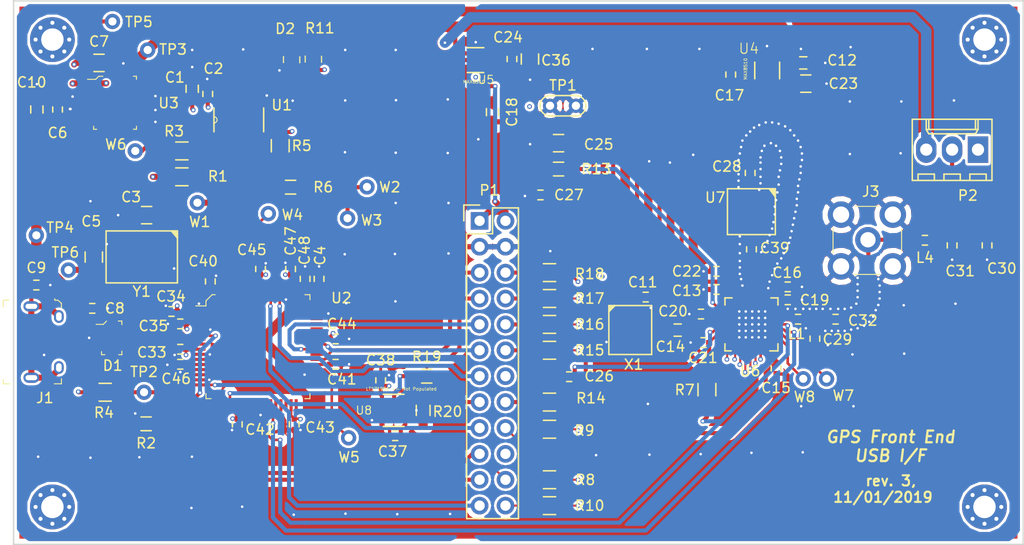
<source format=kicad_pcb>
(kicad_pcb (version 4) (host pcbnew 4.0.5+dfsg1-4~bpo8+1)
  (layers (0 F.Cu signal) (1 In1.Cu signal hide) (2 In2.Cu signal hide) (31 B.Cu signal) (34 B.Paste user) (35 F.Paste user) (36 B.SilkS user) (37 F.SilkS user) (38 B.Mask user) (39 F.Mask user) (44 Edge.Cuts user))
  (net 0 "")
  (net 1 GND)
  (net 2 "Net-(C3-Pad1)")
  (net 3 /USB_FT2232/VREGOUT)
  (net 4 /USB_FT2232/OSCO)
  (net 5 /MAX_2769/+5V)
  (net 6 "Net-(C17-Pad2)")
  (net 7 "Net-(C20-Pad1)")
  (net 8 "Net-(C20-Pad2)")
  (net 9 "Net-(C25-Pad1)")
  (net 10 "Net-(C26-Pad1)")
  (net 11 /MAX_2769/CLKOUT)
  (net 12 "Net-(C27-Pad1)")
  (net 13 "Net-(C28-Pad1)")
  (net 14 "Net-(C28-Pad2)")
  (net 15 /MAX_2769/MIXIN)
  (net 16 "Net-(C32-Pad1)")
  (net 17 "Net-(D1-Pad1)")
  (net 18 "Net-(D1-Pad3)")
  (net 19 /USB_FT2232/Data-)
  (net 20 /USB_FT2232/Data+)
  (net 21 /USB_FT2232/D0)
  (net 22 /MAX_2769/D0)
  (net 23 /USB_FT2232/D1)
  (net 24 /MAX_2769/D1)
  (net 25 /USB_FT2232/D2)
  (net 26 /MAX_2769/D2)
  (net 27 /USB_FT2232/D3)
  (net 28 /MAX_2769/D3)
  (net 29 /USB_FT2232/TXE#)
  (net 30 /USB_FT2232/WR#)
  (net 31 /MAX_2769/WR#)
  (net 32 /USB_FT2232/SCLK)
  (net 33 /MAX_2769/SCLK)
  (net 34 /USB_FT2232/SDI)
  (net 35 /USB_FT2232/SDO)
  (net 36 /MAX_2769/SDO)
  (net 37 /USB_FT2232/SCS)
  (net 38 /MAX_2769/SCS)
  (net 39 /USB_FT2232/EECS)
  (net 40 /USB_FT2232/REF)
  (net 41 /USB_FT2232/EECLK)
  (net 42 /USB_FT2232/RESET)
  (net 43 "Net-(R5-Pad2)")
  (net 44 "Net-(R6-Pad1)")
  (net 45 /MAX_2769/SDATA)
  (net 46 /MAX_2769/CS#)
  (net 47 /MAX_2769/Q1)
  (net 48 /MAX_2769/Q0)
  (net 49 /MAX_2769/I0)
  (net 50 /MAX_2769/I1)
  (net 51 /USB_FT2232/GPIO1)
  (net 52 "Net-(U2-Pad36)")
  (net 53 "Net-(U2-Pad60)")
  (net 54 /MAX_2769/SCLKL)
  (net 55 /MAX_2769/VCC3V3)
  (net 56 "Net-(C9-Pad1)")
  (net 57 /MAX_2769/VCCA)
  (net 58 /MAX_2769/VCCD)
  (net 59 "Net-(C24-Pad2)")
  (net 60 "Net-(C37-Pad1)")
  (net 61 "Net-(C29-Pad1)")
  (net 62 "Net-(C30-Pad1)")
  (net 63 "Net-(L1-Pad2)")
  (net 64 /USB_FT2232/GPIO0)
  (net 65 "Net-(U6-Pad15)")
  (net 66 "Net-(U6-Pad16)")
  (net 67 "Net-(C39-Pad1)")
  (net 68 /USB_FT2232/WR_fix#)
  (net 69 "Net-(D2-Pad2)")
  (net 70 "Net-(J1-Pad4)")
  (net 71 "Net-(P1-Pad14)")
  (net 72 "Net-(P1-Pad20)")
  (net 73 "Net-(P2-Pad1)")
  (net 74 "Net-(U1-Pad6)")
  (net 75 "Net-(U1-Pad7)")
  (net 76 "Net-(U2-Pad21)")
  (net 77 "Net-(U2-Pad22)")
  (net 78 "Net-(U2-Pad23)")
  (net 79 "Net-(U2-Pad24)")
  (net 80 "Net-(U2-Pad28)")
  (net 81 "Net-(U2-Pad29)")
  (net 82 "Net-(U2-Pad30)")
  (net 83 "Net-(U2-Pad32)")
  (net 84 "Net-(U2-Pad33)")
  (net 85 "Net-(U2-Pad34)")
  (net 86 "Net-(U2-Pad43)")
  (net 87 "Net-(U2-Pad44)")
  (net 88 "Net-(U2-Pad45)")
  (net 89 "Net-(U2-Pad46)")
  (net 90 "Net-(U2-Pad48)")
  (net 91 "Net-(U2-Pad53)")
  (net 92 "Net-(U2-Pad55)")
  (net 93 "Net-(U2-Pad57)")
  (net 94 "Net-(U2-Pad58)")
  (net 95 "Net-(U2-Pad59)")
  (net 96 "Net-(U3-Pad4)")
  (net 97 "Net-(U6-Pad23)")
  (net 98 "Net-(U6-Pad26)")
  (net 99 "Net-(U6-Pad20)")
  (net 100 "Net-(U6-Pad21)")
  (net 101 "Net-(U6-Pad5)")
  (net 102 "Net-(X1-Pad1)")
  (module logo:via_10mil (layer F.Cu) (at 174.8028 70.739)
    (fp_text reference REF** hide)
    (fp_text value via_10mil hide)
    (pad "" thru_hole circle (at 0 0) (size 0.46 0.46) (drill 0.25) (layers *.Cu) (net 1 GND))
  )
  (module logo:via_10mil (layer F.Cu) (at 169.6466 70.8406)
    (fp_text reference REF** hide)
    (fp_text value via_10mil hide)
    (pad "" thru_hole circle (at 0 0) (size 0.46 0.46) (drill 0.25) (layers *.Cu) (net 1 GND))
  )
  (module logo:via_10mil (layer F.Cu) (at 169.5704 75.9206)
    (fp_text reference REF** hide)
    (fp_text value via_10mil hide)
    (pad "" thru_hole circle (at 0 0) (size 0.46 0.46) (drill 0.25) (layers *.Cu) (net 1 GND))
  )
  (module logo:via_10mil (layer F.Cu) (at 164.592 75.9968)
    (fp_text reference REF** hide)
    (fp_text value via_10mil hide)
    (pad "" thru_hole circle (at 0 0) (size 0.46 0.46) (drill 0.25) (layers *.Cu) (net 1 GND))
  )
  (module logo:via_10mil (layer F.Cu) (at 164.592 70.8406)
    (fp_text reference REF** hide)
    (fp_text value via_10mil hide)
    (pad "" thru_hole circle (at 0 0) (size 0.46 0.46) (drill 0.25) (layers *.Cu) (net 1 GND))
  )
  (module logo:via_10mil (layer F.Cu) (at 164.6682 65.5066)
    (fp_text reference REF** hide)
    (fp_text value via_10mil hide)
    (pad "" thru_hole circle (at 0 0) (size 0.46 0.46) (drill 0.25) (layers *.Cu) (net 1 GND))
  )
  (module logo:via_10mil (layer F.Cu) (at 159.7914 65.6844)
    (fp_text reference REF** hide)
    (fp_text value via_10mil hide)
    (pad "" thru_hole circle (at 0 0) (size 0.46 0.46) (drill 0.25) (layers *.Cu) (net 1 GND))
  )
  (module logo:via_10mil (layer F.Cu) (at 149.8346 65.6844)
    (fp_text reference REF** hide)
    (fp_text value via_10mil hide)
    (pad "" thru_hole circle (at 0 0) (size 0.46 0.46) (drill 0.25) (layers *.Cu) (net 1 GND))
  )
  (module logo:via_10mil (layer F.Cu) (at 144.6784 65.6844)
    (fp_text reference REF** hide)
    (fp_text value via_10mil hide)
    (pad "" thru_hole circle (at 0 0) (size 0.46 0.46) (drill 0.25) (layers *.Cu) (net 1 GND))
  )
  (module logo:via_10mil (layer F.Cu) (at 139.3444 65.6844)
    (fp_text reference REF** hide)
    (fp_text value via_10mil hide)
    (pad "" thru_hole circle (at 0 0) (size 0.46 0.46) (drill 0.25) (layers *.Cu) (net 1 GND))
  )
  (module logo:via_10mil (layer F.Cu) (at 144.78 100.5078)
    (fp_text reference REF** hide)
    (fp_text value via_10mil hide)
    (pad "" thru_hole circle (at 0 0) (size 0.46 0.46) (drill 0.25) (layers *.Cu) (net 1 GND))
  )
  (module logo:via_10mil (layer F.Cu) (at 174.9552 90.678)
    (fp_text reference REF** hide)
    (fp_text value via_10mil hide)
    (pad "" thru_hole circle (at 0 0) (size 0.46 0.46) (drill 0.25) (layers *.Cu) (net 1 GND))
  )
  (module logo:via_10mil (layer F.Cu) (at 169.8752 90.8304)
    (fp_text reference REF** hide)
    (fp_text value via_10mil hide)
    (pad "" thru_hole circle (at 0 0) (size 0.46 0.46) (drill 0.25) (layers *.Cu) (net 1 GND))
  )
  (module logo:via_10mil (layer F.Cu) (at 169.926 95.5802)
    (fp_text reference REF** hide)
    (fp_text value via_10mil hide)
    (pad "" thru_hole circle (at 0 0) (size 0.46 0.46) (drill 0.25) (layers *.Cu) (net 1 GND))
  )
  (module logo:via_10mil (layer F.Cu) (at 164.846 95.6564)
    (fp_text reference REF** hide)
    (fp_text value via_10mil hide)
    (pad "" thru_hole circle (at 0 0) (size 0.46 0.46) (drill 0.25) (layers *.Cu) (net 1 GND))
  )
  (module logo:via_10mil (layer F.Cu) (at 164.9476 100.7364)
    (fp_text reference REF** hide)
    (fp_text value via_10mil hide)
    (pad "" thru_hole circle (at 0 0) (size 0.46 0.46) (drill 0.25) (layers *.Cu) (net 1 GND))
  )
  (module logo:via_10mil (layer F.Cu) (at 159.8168 100.7364)
    (fp_text reference REF** hide)
    (fp_text value via_10mil hide)
    (pad "" thru_hole circle (at 0 0) (size 0.46 0.46) (drill 0.25) (layers *.Cu) (net 1 GND))
  )
  (module logo:via_10mil (layer F.Cu) (at 159.9692 105.2576)
    (fp_text reference REF** hide)
    (fp_text value via_10mil hide)
    (pad "" thru_hole circle (at 0 0) (size 0.46 0.46) (drill 0.25) (layers *.Cu) (net 1 GND))
  )
  (module logo:via_10mil (layer F.Cu) (at 154.94 105.3084)
    (fp_text reference REF** hide)
    (fp_text value via_10mil hide)
    (pad "" thru_hole circle (at 0 0) (size 0.46 0.46) (drill 0.25) (layers *.Cu) (net 1 GND))
  )
  (module logo:via_10mil (layer F.Cu) (at 149.9616 105.4354)
    (fp_text reference REF** hide)
    (fp_text value via_10mil hide)
    (pad "" thru_hole circle (at 0 0) (size 0.46 0.46) (drill 0.25) (layers *.Cu) (net 1 GND))
  )
  (module logo:via_10mil (layer F.Cu) (at 144.9324 105.4862)
    (fp_text reference REF** hide)
    (fp_text value via_10mil hide)
    (pad "" thru_hole circle (at 0 0) (size 0.46 0.46) (drill 0.25) (layers *.Cu) (net 1 GND))
  )
  (module logo:via_10mil (layer F.Cu) (at 139.7 105.537)
    (fp_text reference REF** hide)
    (fp_text value via_10mil hide)
    (pad "" thru_hole circle (at 0 0) (size 0.46 0.46) (drill 0.25) (layers *.Cu) (net 1 GND))
  )
  (module logo:via_10mil (layer F.Cu) (at 125.3744 111.3028)
    (fp_text reference REF** hide)
    (fp_text value via_10mil hide)
    (pad "" thru_hole circle (at 0 0) (size 0.46 0.46) (drill 0.25) (layers *.Cu) (net 1 GND))
  )
  (module logo:via_10mil (layer F.Cu) (at 120.1928 111.3282)
    (fp_text reference REF** hide)
    (fp_text value via_10mil hide)
    (pad "" thru_hole circle (at 0 0) (size 0.46 0.46) (drill 0.25) (layers *.Cu) (net 1 GND))
  )
  (module logo:via_10mil (layer F.Cu) (at 115.1128 111.2774)
    (fp_text reference REF** hide)
    (fp_text value via_10mil hide)
    (pad "" thru_hole circle (at 0 0) (size 0.46 0.46) (drill 0.25) (layers *.Cu) (net 1 GND))
  )
  (module logo:via_10mil (layer F.Cu) (at 110.0328 111.379)
    (fp_text reference REF** hide)
    (fp_text value via_10mil hide)
    (pad "" thru_hole circle (at 0 0) (size 0.46 0.46) (drill 0.25) (layers *.Cu) (net 1 GND))
  )
  (module logo:via_10mil (layer F.Cu) (at 104.9782 110.5916)
    (fp_text reference REF** hide)
    (fp_text value via_10mil hide)
    (pad "" thru_hole circle (at 0 0) (size 0.46 0.46) (drill 0.25) (layers *.Cu) (net 1 GND))
  )
  (module logo:via_10mil (layer F.Cu) (at 99.9998 110.7186)
    (fp_text reference REF** hide)
    (fp_text value via_10mil hide)
    (pad "" thru_hole circle (at 0 0) (size 0.46 0.46) (drill 0.25) (layers *.Cu) (net 1 GND))
  )
  (module logo:via_10mil (layer F.Cu) (at 100.0506 105.6894)
    (fp_text reference REF** hide)
    (fp_text value via_10mil hide)
    (pad "" thru_hole circle (at 0 0) (size 0.46 0.46) (drill 0.25) (layers *.Cu) (net 1 GND))
  )
  (module logo:via_10mil (layer F.Cu) (at 84.963 105.6894)
    (fp_text reference REF** hide)
    (fp_text value via_10mil hide)
    (pad "" thru_hole circle (at 0 0) (size 0.46 0.46) (drill 0.25) (layers *.Cu) (net 1 GND))
  )
  (module logo:via_10mil (layer F.Cu) (at 94.8944 105.7402)
    (fp_text reference REF** hide)
    (fp_text value via_10mil hide)
    (pad "" thru_hole circle (at 0 0) (size 0.46 0.46) (drill 0.25) (layers *.Cu) (net 1 GND))
  )
  (module logo:via_10mil (layer F.Cu) (at 90.0938 105.791)
    (fp_text reference REF** hide)
    (fp_text value via_10mil hide)
    (pad "" thru_hole circle (at 0 0) (size 0.46 0.46) (drill 0.25) (layers *.Cu) (net 1 GND))
  )
  (module logo:via_10mil (layer F.Cu) (at 120.015 90.4494)
    (fp_text reference REF** hide)
    (fp_text value via_10mil hide)
    (pad "" thru_hole circle (at 0 0) (size 0.46 0.46) (drill 0.25) (layers *.Cu) (net 1 GND))
  )
  (module logo:via_10mil (layer F.Cu) (at 115.189 90.6272)
    (fp_text reference REF** hide)
    (fp_text value via_10mil hide)
    (pad "" thru_hole circle (at 0 0) (size 0.46 0.46) (drill 0.25) (layers *.Cu) (net 1 GND))
  )
  (module logo:via_10mil (layer F.Cu) (at 90.0938 80.6196)
    (fp_text reference REF** hide)
    (fp_text value via_10mil hide)
    (pad "" thru_hole circle (at 0 0) (size 0.46 0.46) (drill 0.25) (layers *.Cu) (net 1 GND))
  )
  (module logo:via_10mil (layer F.Cu) (at 135.2042 85.5218)
    (fp_text reference REF** hide)
    (fp_text value via_10mil hide)
    (pad "" thru_hole circle (at 0 0) (size 0.46 0.46) (drill 0.25) (layers *.Cu) (net 1 GND))
  )
  (module logo:via_10mil (layer F.Cu) (at 125.222 85.7504)
    (fp_text reference REF** hide)
    (fp_text value via_10mil hide)
    (pad "" thru_hole circle (at 0 0) (size 0.46 0.46) (drill 0.25) (layers *.Cu) (net 1 GND))
  )
  (module logo:via_10mil (layer F.Cu) (at 115.0366 85.8266)
    (fp_text reference REF** hide)
    (fp_text value via_10mil hide)
    (pad "" thru_hole circle (at 0 0) (size 0.46 0.46) (drill 0.25) (layers *.Cu) (net 1 GND))
  )
  (module logo:via_10mil (layer F.Cu) (at 119.9642 85.8012)
    (fp_text reference REF** hide)
    (fp_text value via_10mil hide)
    (pad "" thru_hole circle (at 0 0) (size 0.46 0.46) (drill 0.25) (layers *.Cu) (net 1 GND))
  )
  (module logo:via_10mil (layer F.Cu) (at 125.222 80.7974)
    (fp_text reference REF** hide)
    (fp_text value via_10mil hide)
    (pad "" thru_hole circle (at 0 0) (size 0.46 0.46) (drill 0.25) (layers *.Cu) (net 1 GND))
  )
  (module logo:via_10mil (layer F.Cu) (at 120.0404 80.7974)
    (fp_text reference REF** hide)
    (fp_text value via_10mil hide)
    (pad "" thru_hole circle (at 0 0) (size 0.46 0.46) (drill 0.25) (layers *.Cu) (net 1 GND))
  )
  (module logo:via_10mil (layer F.Cu) (at 125.1458 75.8952)
    (fp_text reference REF** hide)
    (fp_text value via_10mil hide)
    (pad "" thru_hole circle (at 0 0) (size 0.46 0.46) (drill 0.25) (layers *.Cu) (net 1 GND))
  )
  (module logo:via_10mil (layer F.Cu) (at 120.0404 75.8698)
    (fp_text reference REF** hide)
    (fp_text value via_10mil hide)
    (pad "" thru_hole circle (at 0 0) (size 0.46 0.46) (drill 0.25) (layers *.Cu) (net 1 GND))
  )
  (module logo:via_10mil (layer F.Cu) (at 115.062 75.819)
    (fp_text reference REF** hide)
    (fp_text value via_10mil hide)
    (pad "" thru_hole circle (at 0 0) (size 0.46 0.46) (drill 0.25) (layers *.Cu) (net 1 GND))
  )
  (module logo:via_10mil (layer F.Cu) (at 125.1458 70.6374)
    (fp_text reference REF** hide)
    (fp_text value via_10mil hide)
    (pad "" thru_hole circle (at 0 0) (size 0.46 0.46) (drill 0.25) (layers *.Cu) (net 1 GND))
  )
  (module logo:via_10mil (layer F.Cu) (at 120.0658 70.7136)
    (fp_text reference REF** hide)
    (fp_text value via_10mil hide)
    (pad "" thru_hole circle (at 0 0) (size 0.46 0.46) (drill 0.25) (layers *.Cu) (net 1 GND))
  )
  (module logo:via_10mil (layer F.Cu) (at 115.0874 70.739)
    (fp_text reference REF** hide)
    (fp_text value via_10mil hide)
    (pad "" thru_hole circle (at 0 0) (size 0.46 0.46) (drill 0.25) (layers *.Cu) (net 1 GND))
  )
  (module logo:via_10mil (layer F.Cu) (at 109.9312 70.7644)
    (fp_text reference REF** hide)
    (fp_text value via_10mil hide)
    (pad "" thru_hole circle (at 0 0) (size 0.46 0.46) (drill 0.25) (layers *.Cu) (net 1 GND))
  )
  (module logo:via_10mil (layer F.Cu) (at 120.0404 65.786)
    (fp_text reference REF** hide)
    (fp_text value via_10mil hide)
    (pad "" thru_hole circle (at 0 0) (size 0.46 0.46) (drill 0.25) (layers *.Cu) (net 1 GND))
  )
  (module logo:via_10mil (layer F.Cu) (at 115.0874 65.786)
    (fp_text reference REF** hide)
    (fp_text value via_10mil hide)
    (pad "" thru_hole circle (at 0 0) (size 0.46 0.46) (drill 0.25) (layers *.Cu) (net 1 GND))
  )
  (module logo:via_10mil (layer F.Cu) (at 105.0798 65.7352)
    (fp_text reference REF** hide)
    (fp_text value via_10mil hide)
    (pad "" thru_hole circle (at 0 0) (size 0.46 0.46) (drill 0.25) (layers *.Cu) (net 1 GND))
  )
  (module logo:via_10mil (layer F.Cu) (at 100.076 65.786)
    (fp_text reference REF** hide)
    (fp_text value via_10mil hide)
    (pad "" thru_hole circle (at 0 0) (size 0.46 0.46) (drill 0.25) (layers *.Cu) (net 1 GND))
  )
  (module logo:via_10mil (layer F.Cu) (at 149.225 76.073)
    (fp_text reference REF** hide)
    (fp_text value via_10mil hide)
    (pad "" thru_hole circle (at 0 0) (size 0.46 0.46) (drill 0.25) (layers *.Cu) (net 1 GND))
  )
  (module logo:via_10mil (layer F.Cu) (at 156.2862 93.98)
    (fp_text reference REF** hide)
    (fp_text value via_10mil hide)
    (pad "" thru_hole circle (at 0 0) (size 0.46 0.46) (drill 0.25) (layers *.Cu) (net 1 GND))
  )
  (module logo:via_10mil (layer F.Cu) (at 155.6512 93.98)
    (fp_text reference REF** hide)
    (fp_text value via_10mil hide)
    (pad "" thru_hole circle (at 0 0) (size 0.46 0.46) (drill 0.25) (layers *.Cu) (net 1 GND))
  )
  (module logo:via_10mil (layer F.Cu) (at 155.0162 93.98)
    (fp_text reference REF** hide)
    (fp_text value via_10mil hide)
    (pad "" thru_hole circle (at 0 0) (size 0.46 0.46) (drill 0.25) (layers *.Cu) (net 1 GND))
  )
  (module logo:via_10mil (layer F.Cu) (at 154.3812 93.98)
    (fp_text reference REF** hide)
    (fp_text value via_10mil hide)
    (pad "" thru_hole circle (at 0 0) (size 0.46 0.46) (drill 0.25) (layers *.Cu) (net 1 GND))
  )
  (module logo:via_10mil (layer F.Cu) (at 153.7462 93.98)
    (fp_text reference REF** hide)
    (fp_text value via_10mil hide)
    (pad "" thru_hole circle (at 0 0) (size 0.46 0.46) (drill 0.25) (layers *.Cu) (net 1 GND))
  )
  (module logo:via_10mil (layer F.Cu) (at 156.2862 93.345)
    (fp_text reference REF** hide)
    (fp_text value via_10mil hide)
    (pad "" thru_hole circle (at 0 0) (size 0.46 0.46) (drill 0.25) (layers *.Cu) (net 1 GND))
  )
  (module logo:via_10mil (layer F.Cu) (at 155.6512 93.345)
    (fp_text reference REF** hide)
    (fp_text value via_10mil hide)
    (pad "" thru_hole circle (at 0 0) (size 0.46 0.46) (drill 0.25) (layers *.Cu) (net 1 GND))
  )
  (module logo:via_10mil (layer F.Cu) (at 155.0162 93.345)
    (fp_text reference REF** hide)
    (fp_text value via_10mil hide)
    (pad "" thru_hole circle (at 0 0) (size 0.46 0.46) (drill 0.25) (layers *.Cu) (net 1 GND))
  )
  (module logo:via_10mil (layer F.Cu) (at 154.3812 93.345)
    (fp_text reference REF** hide)
    (fp_text value via_10mil hide)
    (pad "" thru_hole circle (at 0 0) (size 0.46 0.46) (drill 0.25) (layers *.Cu) (net 1 GND))
  )
  (module logo:via_10mil (layer F.Cu) (at 153.7462 93.345)
    (fp_text reference REF** hide)
    (fp_text value via_10mil hide)
    (pad "" thru_hole circle (at 0 0) (size 0.46 0.46) (drill 0.25) (layers *.Cu) (net 1 GND))
  )
  (module logo:via_10mil (layer F.Cu) (at 156.2862 92.71)
    (fp_text reference REF** hide)
    (fp_text value via_10mil hide)
    (pad "" thru_hole circle (at 0 0) (size 0.46 0.46) (drill 0.25) (layers *.Cu) (net 1 GND))
  )
  (module logo:via_10mil (layer F.Cu) (at 155.6512 92.71)
    (fp_text reference REF** hide)
    (fp_text value via_10mil hide)
    (pad "" thru_hole circle (at 0 0) (size 0.46 0.46) (drill 0.25) (layers *.Cu) (net 1 GND))
  )
  (module logo:via_10mil (layer F.Cu) (at 155.0162 92.71)
    (fp_text reference REF** hide)
    (fp_text value via_10mil hide)
    (pad "" thru_hole circle (at 0 0) (size 0.46 0.46) (drill 0.25) (layers *.Cu) (net 1 GND))
  )
  (module logo:via_10mil (layer F.Cu) (at 154.3812 92.71)
    (fp_text reference REF** hide)
    (fp_text value via_10mil hide)
    (pad "" thru_hole circle (at 0 0) (size 0.46 0.46) (drill 0.25) (layers *.Cu) (net 1 GND))
  )
  (module logo:via_10mil (layer F.Cu) (at 153.7462 92.71)
    (fp_text reference REF** hide)
    (fp_text value via_10mil hide)
    (pad "" thru_hole circle (at 0 0) (size 0.46 0.46) (drill 0.25) (layers *.Cu) (net 1 GND))
  )
  (module logo:via_10mil (layer F.Cu) (at 156.2862 92.075)
    (fp_text reference REF** hide)
    (fp_text value via_10mil hide)
    (pad "" thru_hole circle (at 0 0) (size 0.46 0.46) (drill 0.25) (layers *.Cu) (net 1 GND))
  )
  (module logo:via_10mil (layer F.Cu) (at 155.6512 92.075)
    (fp_text reference REF** hide)
    (fp_text value via_10mil hide)
    (pad "" thru_hole circle (at 0 0) (size 0.46 0.46) (drill 0.25) (layers *.Cu) (net 1 GND))
  )
  (module logo:via_10mil (layer F.Cu) (at 155.0162 92.075)
    (fp_text reference REF** hide)
    (fp_text value via_10mil hide)
    (pad "" thru_hole circle (at 0 0) (size 0.46 0.46) (drill 0.25) (layers *.Cu) (net 1 GND))
  )
  (module logo:via_10mil (layer F.Cu) (at 154.3812 92.075)
    (fp_text reference REF** hide)
    (fp_text value via_10mil hide)
    (pad "" thru_hole circle (at 0 0) (size 0.46 0.46) (drill 0.25) (layers *.Cu) (net 1 GND))
  )
  (module logo:via_10mil (layer F.Cu) (at 153.7462 92.075)
    (fp_text reference REF** hide)
    (fp_text value via_10mil hide)
    (pad "" thru_hole circle (at 0 0) (size 0.46 0.46) (drill 0.25) (layers *.Cu) (net 1 GND))
  )
  (module logo:via_10mil (layer F.Cu) (at 156.2862 91.44)
    (fp_text reference REF** hide)
    (fp_text value via_10mil hide)
    (pad "" thru_hole circle (at 0 0) (size 0.46 0.46) (drill 0.25) (layers *.Cu) (net 1 GND))
  )
  (module logo:via_10mil (layer F.Cu) (at 155.6512 91.44)
    (fp_text reference REF** hide)
    (fp_text value via_10mil hide)
    (pad "" thru_hole circle (at 0 0) (size 0.46 0.46) (drill 0.25) (layers *.Cu) (net 1 GND))
  )
  (module logo:via_10mil (layer F.Cu) (at 155.0162 91.44)
    (fp_text reference REF** hide)
    (fp_text value via_10mil hide)
    (pad "" thru_hole circle (at 0 0) (size 0.46 0.46) (drill 0.25) (layers *.Cu) (net 1 GND))
  )
  (module logo:via_10mil (layer F.Cu) (at 154.3812 91.44)
    (fp_text reference REF** hide)
    (fp_text value via_10mil hide)
    (pad "" thru_hole circle (at 0 0) (size 0.46 0.46) (drill 0.25) (layers *.Cu) (net 1 GND))
  )
  (module logo:via_10mil (layer F.Cu) (at 153.7462 91.44)
    (fp_text reference REF** hide)
    (fp_text value via_10mil hide)
    (pad "" thru_hole circle (at 0 0) (size 0.46 0.46) (drill 0.25) (layers *.Cu) (net 1 GND))
  )
  (module logo:via_10mil (layer F.Cu) (at 158.496 91.186)
    (fp_text reference REF** hide)
    (fp_text value via_10mil hide)
    (pad "" thru_hole circle (at 0 0) (size 0.46 0.46) (drill 0.25) (layers *.Cu) (net 1 GND))
  )
  (module logo:via_10mil (layer F.Cu) (at 146.939 76.835)
    (fp_text reference REF** hide)
    (fp_text value via_10mil hide)
    (pad "" thru_hole circle (at 0 0) (size 0.46 0.46) (drill 0.25) (layers *.Cu) (net 1 GND))
  )
  (module logo:via_10mil (layer F.Cu) (at 144.907 76.708)
    (fp_text reference REF** hide)
    (fp_text value via_10mil hide)
    (pad "" thru_hole circle (at 0 0) (size 0.46 0.46) (drill 0.25) (layers *.Cu) (net 1 GND))
  )
  (module Mounting_Holes:MountingHole_2.2mm_M2_Pad_Via (layer F.Cu) (at 177.8 64.77)
    (fp_text reference REF** hide)
    (fp_text value MountingHole_2.2mm_M2_Pad_Via)
    (pad "" thru_hole circle (at 0 0) (size 4.4 4.4) (drill 2.2) (layers *.Cu *.Mask))
    (pad "" thru_hole circle (at 1.65 0) (size 0.6 0.6) (drill 0.4) (layers *.Cu *.Mask))
    (pad "" thru_hole circle (at 1.166726 1.166726) (size 0.6 0.6) (drill 0.4) (layers *.Cu *.Mask))
    (pad "" thru_hole circle (at 0 1.65) (size 0.6 0.6) (drill 0.4) (layers *.Cu *.Mask))
    (pad "" thru_hole circle (at -1.166726 1.166726) (size 0.6 0.6) (drill 0.4) (layers *.Cu *.Mask))
    (pad "" thru_hole circle (at -1.65 0) (size 0.6 0.6) (drill 0.4) (layers *.Cu *.Mask))
    (pad "" thru_hole circle (at -1.166726 -1.166726) (size 0.6 0.6) (drill 0.4) (layers *.Cu *.Mask))
    (pad "" thru_hole circle (at 0 -1.65) (size 0.6 0.6) (drill 0.4) (layers *.Cu *.Mask))
    (pad "" thru_hole circle (at 1.166726 -1.166726) (size 0.6 0.6) (drill 0.4) (layers *.Cu *.Mask))
  )
  (module Mounting_Holes:MountingHole_2.2mm_M2_Pad_Via (layer F.Cu) (at 177.8 110.617)
    (fp_text reference REF** hide)
    (fp_text value MountingHole_2.2mm_M2_Pad_Via)
    (pad "" thru_hole circle (at 0 0) (size 4.4 4.4) (drill 2.2) (layers *.Cu *.Mask))
    (pad "" thru_hole circle (at 1.65 0) (size 0.6 0.6) (drill 0.4) (layers *.Cu *.Mask))
    (pad "" thru_hole circle (at 1.166726 1.166726) (size 0.6 0.6) (drill 0.4) (layers *.Cu *.Mask))
    (pad "" thru_hole circle (at 0 1.65) (size 0.6 0.6) (drill 0.4) (layers *.Cu *.Mask))
    (pad "" thru_hole circle (at -1.166726 1.166726) (size 0.6 0.6) (drill 0.4) (layers *.Cu *.Mask))
    (pad "" thru_hole circle (at -1.65 0) (size 0.6 0.6) (drill 0.4) (layers *.Cu *.Mask))
    (pad "" thru_hole circle (at -1.166726 -1.166726) (size 0.6 0.6) (drill 0.4) (layers *.Cu *.Mask))
    (pad "" thru_hole circle (at 0 -1.65) (size 0.6 0.6) (drill 0.4) (layers *.Cu *.Mask))
    (pad "" thru_hole circle (at 1.166726 -1.166726) (size 0.6 0.6) (drill 0.4) (layers *.Cu *.Mask))
  )
  (module Mounting_Holes:MountingHole_2.2mm_M2_Pad_Via (layer F.Cu) (at 86.36 110.617)
    (fp_text reference REF** hide)
    (fp_text value MountingHole_2.2mm_M2_Pad_Via)
    (pad "" thru_hole circle (at 0 0) (size 4.4 4.4) (drill 2.2) (layers *.Cu *.Mask))
    (pad "" thru_hole circle (at 1.65 0) (size 0.6 0.6) (drill 0.4) (layers *.Cu *.Mask))
    (pad "" thru_hole circle (at 1.166726 1.166726) (size 0.6 0.6) (drill 0.4) (layers *.Cu *.Mask))
    (pad "" thru_hole circle (at 0 1.65) (size 0.6 0.6) (drill 0.4) (layers *.Cu *.Mask))
    (pad "" thru_hole circle (at -1.166726 1.166726) (size 0.6 0.6) (drill 0.4) (layers *.Cu *.Mask))
    (pad "" thru_hole circle (at -1.65 0) (size 0.6 0.6) (drill 0.4) (layers *.Cu *.Mask))
    (pad "" thru_hole circle (at -1.166726 -1.166726) (size 0.6 0.6) (drill 0.4) (layers *.Cu *.Mask))
    (pad "" thru_hole circle (at 0 -1.65) (size 0.6 0.6) (drill 0.4) (layers *.Cu *.Mask))
    (pad "" thru_hole circle (at 1.166726 -1.166726) (size 0.6 0.6) (drill 0.4) (layers *.Cu *.Mask))
  )
  (module logo:via_10mil (layer F.Cu) (at 160.274 93.091)
    (fp_text reference REF** hide)
    (fp_text value via_10mil hide)
    (pad "" thru_hole circle (at 0 0) (size 0.46 0.46) (drill 0.25) (layers *.Cu) (net 1 GND))
  )
  (module logo:via_10mil (layer F.Cu) (at 162.179 93.345)
    (fp_text reference REF** hide)
    (fp_text value via_10mil hide)
    (pad "" thru_hole circle (at 0 0) (size 0.46 0.46) (drill 0.25) (layers *.Cu) (net 1 GND))
  )
  (module logo:via_10mil (layer F.Cu) (at 162.814 93.345)
    (fp_text reference REF** hide)
    (fp_text value via_10mil hide)
    (pad "" thru_hole circle (at 0 0) (size 0.46 0.46) (drill 0.25) (layers *.Cu) (net 1 GND))
  )
  (module logo:via_10mil (layer F.Cu) (at 163.449 93.345)
    (fp_text reference REF** hide)
    (fp_text value via_10mil hide)
    (pad "" thru_hole circle (at 0 0) (size 0.46 0.46) (drill 0.25) (layers *.Cu) (net 1 GND))
  )
  (module logo:via_10mil (layer F.Cu) (at 164.084 93.345)
    (fp_text reference REF** hide)
    (fp_text value via_10mil hide)
    (pad "" thru_hole circle (at 0 0) (size 0.46 0.46) (drill 0.25) (layers *.Cu) (net 1 GND))
  )
  (module logo:via_10mil (layer F.Cu) (at 164.719 93.218)
    (fp_text reference REF** hide)
    (fp_text value via_10mil hide)
    (pad "" thru_hole circle (at 0 0) (size 0.46 0.46) (drill 0.25) (layers *.Cu) (net 1 GND))
  )
  (module logo:via_10mil (layer F.Cu) (at 165.354 93.091)
    (fp_text reference REF** hide)
    (fp_text value via_10mil hide)
    (pad "" thru_hole circle (at 0 0) (size 0.46 0.46) (drill 0.25) (layers *.Cu) (net 1 GND))
  )
  (module logo:via_10mil (layer F.Cu) (at 165.989 92.837)
    (fp_text reference REF** hide)
    (fp_text value via_10mil hide)
    (pad "" thru_hole circle (at 0 0) (size 0.46 0.46) (drill 0.25) (layers *.Cu) (net 1 GND))
  )
  (module logo:via_10mil (layer F.Cu) (at 166.497 92.456)
    (fp_text reference REF** hide)
    (fp_text value via_10mil hide)
    (pad "" thru_hole circle (at 0 0) (size 0.46 0.46) (drill 0.25) (layers *.Cu) (net 1 GND))
  )
  (module logo:via_10mil (layer F.Cu) (at 166.878 91.948)
    (fp_text reference REF** hide)
    (fp_text value via_10mil hide)
    (pad "" thru_hole circle (at 0 0) (size 0.46 0.46) (drill 0.25) (layers *.Cu) (net 1 GND))
  )
  (module logo:via_10mil (layer F.Cu) (at 167.132 91.313)
    (fp_text reference REF** hide)
    (fp_text value via_10mil hide)
    (pad "" thru_hole circle (at 0 0) (size 0.46 0.46) (drill 0.25) (layers *.Cu) (net 1 GND))
  )
  (module logo:via_10mil (layer F.Cu) (at 167.386 90.805)
    (fp_text reference REF** hide)
    (fp_text value via_10mil hide)
    (pad "" thru_hole circle (at 0 0) (size 0.46 0.46) (drill 0.25) (layers *.Cu) (net 1 GND))
  )
  (module logo:via_10mil (layer F.Cu) (at 167.513 90.17)
    (fp_text reference REF** hide)
    (fp_text value via_10mil hide)
    (pad "" thru_hole circle (at 0 0) (size 0.46 0.46) (drill 0.25) (layers *.Cu) (net 1 GND))
  )
  (module logo:via_10mil (layer F.Cu) (at 167.513 89.535)
    (fp_text reference REF** hide)
    (fp_text value via_10mil hide)
    (pad "" thru_hole circle (at 0 0) (size 0.46 0.46) (drill 0.25) (layers *.Cu) (net 1 GND))
  )
  (module logo:via_10mil (layer F.Cu) (at 167.513 88.9)
    (fp_text reference REF** hide)
    (fp_text value via_10mil hide)
    (pad "" thru_hole circle (at 0 0) (size 0.46 0.46) (drill 0.25) (layers *.Cu) (net 1 GND))
  )
  (module logo:via_10mil (layer F.Cu) (at 167.386 88.265)
    (fp_text reference REF** hide)
    (fp_text value via_10mil hide)
    (pad "" thru_hole circle (at 0 0) (size 0.46 0.46) (drill 0.25) (layers *.Cu) (net 1 GND))
  )
  (module logo:via_10mil (layer F.Cu) (at 159.258 91.186)
    (fp_text reference REF** hide)
    (fp_text value via_10mil hide)
    (pad "" thru_hole circle (at 0 0) (size 0.46 0.46) (drill 0.25) (layers *.Cu) (net 1 GND))
  )
  (module logo:via_10mil (layer F.Cu) (at 160.02 91.186)
    (fp_text reference REF** hide)
    (fp_text value via_10mil hide)
    (pad "" thru_hole circle (at 0 0) (size 0.46 0.46) (drill 0.25) (layers *.Cu) (net 1 GND))
  )
  (module logo:via_10mil (layer F.Cu) (at 160.655 91.186)
    (fp_text reference REF** hide)
    (fp_text value via_10mil hide)
    (pad "" thru_hole circle (at 0 0) (size 0.46 0.46) (drill 0.25) (layers *.Cu) (net 1 GND))
  )
  (module logo:via_10mil (layer F.Cu) (at 161.29 91.186)
    (fp_text reference REF** hide)
    (fp_text value via_10mil hide)
    (pad "" thru_hole circle (at 0 0) (size 0.46 0.46) (drill 0.25) (layers *.Cu) (net 1 GND))
  )
  (module logo:via_10mil (layer F.Cu) (at 161.925 91.186)
    (fp_text reference REF** hide)
    (fp_text value via_10mil hide)
    (pad "" thru_hole circle (at 0 0) (size 0.46 0.46) (drill 0.25) (layers *.Cu) (net 1 GND))
  )
  (module logo:via_10mil (layer F.Cu) (at 162.687 91.186)
    (fp_text reference REF** hide)
    (fp_text value via_10mil hide)
    (pad "" thru_hole circle (at 0 0) (size 0.46 0.46) (drill 0.25) (layers *.Cu) (net 1 GND))
  )
  (module logo:via_10mil (layer F.Cu) (at 163.449 91.186)
    (fp_text reference REF** hide)
    (fp_text value via_10mil hide)
    (pad "" thru_hole circle (at 0 0) (size 0.46 0.46) (drill 0.25) (layers *.Cu) (net 1 GND))
  )
  (module logo:via_10mil (layer F.Cu) (at 164.084 91.186)
    (fp_text reference REF** hide)
    (fp_text value via_10mil hide)
    (pad "" thru_hole circle (at 0 0) (size 0.46 0.46) (drill 0.25) (layers *.Cu) (net 1 GND))
  )
  (module logo:via_10mil (layer F.Cu) (at 164.719 91.059)
    (fp_text reference REF** hide)
    (fp_text value via_10mil hide)
    (pad "" thru_hole circle (at 0 0) (size 0.46 0.46) (drill 0.25) (layers *.Cu) (net 1 GND))
  )
  (module logo:via_10mil (layer F.Cu) (at 165.227 90.678)
    (fp_text reference REF** hide)
    (fp_text value via_10mil hide)
    (pad "" thru_hole circle (at 0 0) (size 0.46 0.46) (drill 0.25) (layers *.Cu) (net 1 GND))
  )
  (module logo:via_10mil (layer F.Cu) (at 165.354 90.043)
    (fp_text reference REF** hide)
    (fp_text value via_10mil hide)
    (pad "" thru_hole circle (at 0 0) (size 0.46 0.46) (drill 0.25) (layers *.Cu) (net 1 GND))
  )
  (module logo:via_10mil (layer F.Cu) (at 165.354 89.408)
    (fp_text reference REF** hide)
    (fp_text value via_10mil hide)
    (pad "" thru_hole circle (at 0 0) (size 0.46 0.46) (drill 0.25) (layers *.Cu) (net 1 GND))
  )
  (module logo:via_10mil (layer F.Cu) (at 165.354 88.773)
    (fp_text reference REF** hide)
    (fp_text value via_10mil hide)
    (pad "" thru_hole circle (at 0 0) (size 0.46 0.46) (drill 0.25) (layers *.Cu) (net 1 GND))
  )
  (module logo:via_10mil (layer F.Cu) (at 165.354 88.138)
    (fp_text reference REF** hide)
    (fp_text value via_10mil hide)
    (pad "" thru_hole circle (at 0 0) (size 0.46 0.46) (drill 0.25) (layers *.Cu) (net 1 GND))
  )
  (module logo:via_10mil (layer F.Cu) (at 154.051 88.9)
    (fp_text reference REF** hide)
    (fp_text value via_10mil hide)
    (pad "" thru_hole circle (at 0 0) (size 0.46 0.46) (drill 0.25) (layers *.Cu) (net 1 GND))
  )
  (module logo:via_10mil (layer F.Cu) (at 153.924 88.265)
    (fp_text reference REF** hide)
    (fp_text value via_10mil hide)
    (pad "" thru_hole circle (at 0 0) (size 0.46 0.46) (drill 0.25) (layers *.Cu) (net 1 GND))
  )
  (module logo:via_10mil (layer F.Cu) (at 153.797 87.757)
    (fp_text reference REF** hide)
    (fp_text value via_10mil hide)
    (pad "" thru_hole circle (at 0 0) (size 0.46 0.46) (drill 0.25) (layers *.Cu) (net 1 GND))
  )
  (module logo:via_10mil (layer F.Cu) (at 153.797 87.122)
    (fp_text reference REF** hide)
    (fp_text value via_10mil hide)
    (pad "" thru_hole circle (at 0 0) (size 0.46 0.46) (drill 0.25) (layers *.Cu) (net 1 GND))
  )
  (module logo:via_10mil (layer F.Cu) (at 153.797 86.487)
    (fp_text reference REF** hide)
    (fp_text value via_10mil hide)
    (pad "" thru_hole circle (at 0 0) (size 0.46 0.46) (drill 0.25) (layers *.Cu) (net 1 GND))
  )
  (module logo:via_10mil (layer F.Cu) (at 153.797 85.725)
    (fp_text reference REF** hide)
    (fp_text value via_10mil hide)
    (pad "" thru_hole circle (at 0 0) (size 0.46 0.46) (drill 0.25) (layers *.Cu) (net 1 GND))
  )
  (module logo:via_10mil (layer F.Cu) (at 153.797 84.836)
    (fp_text reference REF** hide)
    (fp_text value via_10mil hide)
    (pad "" thru_hole circle (at 0 0) (size 0.46 0.46) (drill 0.25) (layers *.Cu) (net 1 GND))
  )
  (module logo:via_10mil (layer F.Cu) (at 153.797 84.074)
    (fp_text reference REF** hide)
    (fp_text value via_10mil hide)
    (pad "" thru_hole circle (at 0 0) (size 0.46 0.46) (drill 0.25) (layers *.Cu) (net 1 GND))
  )
  (module logo:via_10mil (layer F.Cu) (at 153.67 79.248)
    (fp_text reference REF** hide)
    (fp_text value via_10mil hide)
    (pad "" thru_hole circle (at 0 0) (size 0.46 0.46) (drill 0.25) (layers *.Cu) (net 1 GND))
  )
  (module logo:via_10mil (layer F.Cu) (at 153.67 78.613)
    (fp_text reference REF** hide)
    (fp_text value via_10mil hide)
    (pad "" thru_hole circle (at 0 0) (size 0.46 0.46) (drill 0.25) (layers *.Cu) (net 1 GND))
  )
  (module logo:via_10mil (layer F.Cu) (at 153.67 77.978)
    (fp_text reference REF** hide)
    (fp_text value via_10mil hide)
    (pad "" thru_hole circle (at 0 0) (size 0.46 0.46) (drill 0.25) (layers *.Cu) (net 1 GND))
  )
  (module logo:via_10mil (layer F.Cu) (at 153.67 77.216)
    (fp_text reference REF** hide)
    (fp_text value via_10mil hide)
    (pad "" thru_hole circle (at 0 0) (size 0.46 0.46) (drill 0.25) (layers *.Cu) (net 1 GND))
  )
  (module logo:via_10mil (layer F.Cu) (at 153.67 76.581)
    (fp_text reference REF** hide)
    (fp_text value via_10mil hide)
    (pad "" thru_hole circle (at 0 0) (size 0.46 0.46) (drill 0.25) (layers *.Cu) (net 1 GND))
  )
  (module logo:via_10mil (layer F.Cu) (at 153.797 75.946)
    (fp_text reference REF** hide)
    (fp_text value via_10mil hide)
    (pad "" thru_hole circle (at 0 0) (size 0.46 0.46) (drill 0.25) (layers *.Cu) (net 1 GND))
  )
  (module logo:via_10mil (layer F.Cu) (at 153.924 75.311)
    (fp_text reference REF** hide)
    (fp_text value via_10mil hide)
    (pad "" thru_hole circle (at 0 0) (size 0.46 0.46) (drill 0.25) (layers *.Cu) (net 1 GND))
  )
  (module logo:via_10mil (layer F.Cu) (at 154.051 74.676)
    (fp_text reference REF** hide)
    (fp_text value via_10mil hide)
    (pad "" thru_hole circle (at 0 0) (size 0.46 0.46) (drill 0.25) (layers *.Cu) (net 1 GND))
  )
  (module logo:via_10mil (layer F.Cu) (at 154.432 74.168)
    (fp_text reference REF** hide)
    (fp_text value via_10mil hide)
    (pad "" thru_hole circle (at 0 0) (size 0.46 0.46) (drill 0.25) (layers *.Cu) (net 1 GND))
  )
  (module logo:via_10mil (layer F.Cu) (at 154.813 73.787)
    (fp_text reference REF** hide)
    (fp_text value via_10mil hide)
    (pad "" thru_hole circle (at 0 0) (size 0.46 0.46) (drill 0.25) (layers *.Cu) (net 1 GND))
  )
  (module logo:via_10mil (layer F.Cu) (at 155.194 73.406)
    (fp_text reference REF** hide)
    (fp_text value via_10mil hide)
    (pad "" thru_hole circle (at 0 0) (size 0.46 0.46) (drill 0.25) (layers *.Cu) (net 1 GND))
  )
  (module logo:via_10mil (layer F.Cu) (at 155.702 73.152)
    (fp_text reference REF** hide)
    (fp_text value via_10mil hide)
    (pad "" thru_hole circle (at 0 0) (size 0.46 0.46) (drill 0.25) (layers *.Cu) (net 1 GND))
  )
  (module logo:via_10mil (layer F.Cu) (at 156.337 72.898)
    (fp_text reference REF** hide)
    (fp_text value via_10mil hide)
    (pad "" thru_hole circle (at 0 0) (size 0.46 0.46) (drill 0.25) (layers *.Cu) (net 1 GND))
  )
  (module logo:via_10mil (layer F.Cu) (at 156.972 72.898)
    (fp_text reference REF** hide)
    (fp_text value via_10mil hide)
    (pad "" thru_hole circle (at 0 0) (size 0.46 0.46) (drill 0.25) (layers *.Cu) (net 1 GND))
  )
  (module logo:via_10mil (layer F.Cu) (at 157.607 73.025)
    (fp_text reference REF** hide)
    (fp_text value via_10mil hide)
    (pad "" thru_hole circle (at 0 0) (size 0.46 0.46) (drill 0.25) (layers *.Cu) (net 1 GND))
  )
  (module logo:via_10mil (layer F.Cu) (at 158.242 73.279)
    (fp_text reference REF** hide)
    (fp_text value via_10mil hide)
    (pad "" thru_hole circle (at 0 0) (size 0.46 0.46) (drill 0.25) (layers *.Cu) (net 1 GND))
  )
  (module logo:via_10mil (layer F.Cu) (at 158.75 73.66)
    (fp_text reference REF** hide)
    (fp_text value via_10mil hide)
    (pad "" thru_hole circle (at 0 0) (size 0.46 0.46) (drill 0.25) (layers *.Cu) (net 1 GND))
  )
  (module logo:via_10mil (layer F.Cu) (at 159.131 74.168)
    (fp_text reference REF** hide)
    (fp_text value via_10mil hide)
    (pad "" thru_hole circle (at 0 0) (size 0.46 0.46) (drill 0.25) (layers *.Cu) (net 1 GND))
  )
  (module logo:via_10mil (layer F.Cu) (at 159.512 74.676)
    (fp_text reference REF** hide)
    (fp_text value via_10mil hide)
    (pad "" thru_hole circle (at 0 0) (size 0.46 0.46) (drill 0.25) (layers *.Cu) (net 1 GND))
  )
  (module logo:via_10mil (layer F.Cu) (at 159.766 75.311)
    (fp_text reference REF** hide)
    (fp_text value via_10mil hide)
    (pad "" thru_hole circle (at 0 0) (size 0.46 0.46) (drill 0.25) (layers *.Cu) (net 1 GND))
  )
  (module logo:via_10mil (layer F.Cu) (at 159.893 75.946)
    (fp_text reference REF** hide)
    (fp_text value via_10mil hide)
    (pad "" thru_hole circle (at 0 0) (size 0.46 0.46) (drill 0.25) (layers *.Cu) (net 1 GND))
  )
  (module logo:via_10mil (layer F.Cu) (at 159.893 76.581)
    (fp_text reference REF** hide)
    (fp_text value via_10mil hide)
    (pad "" thru_hole circle (at 0 0) (size 0.46 0.46) (drill 0.25) (layers *.Cu) (net 1 GND))
  )
  (module logo:via_10mil (layer F.Cu) (at 159.766 77.216)
    (fp_text reference REF** hide)
    (fp_text value via_10mil hide)
    (pad "" thru_hole circle (at 0 0) (size 0.46 0.46) (drill 0.25) (layers *.Cu) (net 1 GND))
  )
  (module logo:via_10mil (layer F.Cu) (at 159.766 77.851)
    (fp_text reference REF** hide)
    (fp_text value via_10mil hide)
    (pad "" thru_hole circle (at 0 0) (size 0.46 0.46) (drill 0.25) (layers *.Cu) (net 1 GND))
  )
  (module logo:via_10mil (layer F.Cu) (at 159.639 78.486)
    (fp_text reference REF** hide)
    (fp_text value via_10mil hide)
    (pad "" thru_hole circle (at 0 0) (size 0.46 0.46) (drill 0.25) (layers *.Cu) (net 1 GND))
  )
  (module logo:via_10mil (layer F.Cu) (at 159.512 79.121)
    (fp_text reference REF** hide)
    (fp_text value via_10mil hide)
    (pad "" thru_hole circle (at 0 0) (size 0.46 0.46) (drill 0.25) (layers *.Cu) (net 1 GND))
  )
  (module logo:via_10mil (layer F.Cu) (at 159.512 79.756)
    (fp_text reference REF** hide)
    (fp_text value via_10mil hide)
    (pad "" thru_hole circle (at 0 0) (size 0.46 0.46) (drill 0.25) (layers *.Cu) (net 1 GND))
  )
  (module logo:via_10mil (layer F.Cu) (at 159.385 80.391)
    (fp_text reference REF** hide)
    (fp_text value via_10mil hide)
    (pad "" thru_hole circle (at 0 0) (size 0.46 0.46) (drill 0.25) (layers *.Cu) (net 1 GND))
  )
  (module logo:via_10mil (layer F.Cu) (at 159.385 81.026)
    (fp_text reference REF** hide)
    (fp_text value via_10mil hide)
    (pad "" thru_hole circle (at 0 0) (size 0.46 0.46) (drill 0.25) (layers *.Cu) (net 1 GND))
  )
  (module logo:via_10mil (layer F.Cu) (at 159.258 81.661)
    (fp_text reference REF** hide)
    (fp_text value via_10mil hide)
    (pad "" thru_hole circle (at 0 0) (size 0.46 0.46) (drill 0.25) (layers *.Cu) (net 1 GND))
  )
  (module logo:via_10mil (layer F.Cu) (at 159.131 82.296)
    (fp_text reference REF** hide)
    (fp_text value via_10mil hide)
    (pad "" thru_hole circle (at 0 0) (size 0.46 0.46) (drill 0.25) (layers *.Cu) (net 1 GND))
  )
  (module logo:via_10mil (layer F.Cu) (at 159.004 82.931)
    (fp_text reference REF** hide)
    (fp_text value via_10mil hide)
    (pad "" thru_hole circle (at 0 0) (size 0.46 0.46) (drill 0.25) (layers *.Cu) (net 1 GND))
  )
  (module logo:via_10mil (layer F.Cu) (at 158.877 83.566)
    (fp_text reference REF** hide)
    (fp_text value via_10mil hide)
    (pad "" thru_hole circle (at 0 0) (size 0.46 0.46) (drill 0.25) (layers *.Cu) (net 1 GND))
  )
  (module logo:via_10mil (layer F.Cu) (at 158.75 84.201)
    (fp_text reference REF** hide)
    (fp_text value via_10mil hide)
    (pad "" thru_hole circle (at 0 0) (size 0.46 0.46) (drill 0.25) (layers *.Cu) (net 1 GND))
  )
  (module logo:via_10mil (layer F.Cu) (at 158.623 84.709)
    (fp_text reference REF** hide)
    (fp_text value via_10mil hide)
    (pad "" thru_hole circle (at 0 0) (size 0.46 0.46) (drill 0.25) (layers *.Cu) (net 1 GND))
  )
  (module logo:via_10mil (layer F.Cu) (at 158.369 85.217)
    (fp_text reference REF** hide)
    (fp_text value via_10mil hide)
    (pad "" thru_hole circle (at 0 0) (size 0.46 0.46) (drill 0.25) (layers *.Cu) (net 1 GND))
  )
  (module logo:via_10mil (layer F.Cu) (at 158.115 85.725)
    (fp_text reference REF** hide)
    (fp_text value via_10mil hide)
    (pad "" thru_hole circle (at 0 0) (size 0.46 0.46) (drill 0.25) (layers *.Cu) (net 1 GND))
  )
  (module logo:via_10mil (layer F.Cu) (at 157.861 86.233)
    (fp_text reference REF** hide)
    (fp_text value via_10mil hide)
    (pad "" thru_hole circle (at 0 0) (size 0.46 0.46) (drill 0.25) (layers *.Cu) (net 1 GND))
  )
  (module logo:via_10mil (layer F.Cu) (at 157.48 86.741)
    (fp_text reference REF** hide)
    (fp_text value via_10mil hide)
    (pad "" thru_hole circle (at 0 0) (size 0.46 0.46) (drill 0.25) (layers *.Cu) (net 1 GND))
  )
  (module logo:via_10mil (layer F.Cu) (at 157.226 87.249)
    (fp_text reference REF** hide)
    (fp_text value via_10mil hide)
    (pad "" thru_hole circle (at 0 0) (size 0.46 0.46) (drill 0.25) (layers *.Cu) (net 1 GND))
  )
  (module logo:via_10mil (layer F.Cu) (at 156.972 87.884)
    (fp_text reference REF** hide)
    (fp_text value via_10mil hide)
    (pad "" thru_hole circle (at 0 0) (size 0.46 0.46) (drill 0.25) (layers *.Cu) (net 1 GND))
  )
  (module logo:via_10mil (layer F.Cu) (at 156.718 88.519)
    (fp_text reference REF** hide)
    (fp_text value via_10mil hide)
    (pad "" thru_hole circle (at 0 0) (size 0.46 0.46) (drill 0.25) (layers *.Cu) (net 1 GND))
  )
  (module logo:via_10mil (layer F.Cu) (at 156.591 89.154)
    (fp_text reference REF** hide)
    (fp_text value via_10mil hide)
    (pad "" thru_hole circle (at 0 0) (size 0.46 0.46) (drill 0.25) (layers *.Cu) (net 1 GND))
  )
  (module logo:via_10mil (layer F.Cu) (at 155.702 79.502)
    (fp_text reference REF** hide)
    (fp_text value via_10mil hide)
    (pad "" thru_hole circle (at 0 0) (size 0.46 0.46) (drill 0.25) (layers *.Cu) (net 1 GND))
  )
  (module logo:via_10mil (layer F.Cu) (at 155.829 78.867)
    (fp_text reference REF** hide)
    (fp_text value via_10mil hide)
    (pad "" thru_hole circle (at 0 0) (size 0.46 0.46) (drill 0.25) (layers *.Cu) (net 1 GND))
  )
  (module logo:via_10mil (layer F.Cu) (at 155.829 78.232)
    (fp_text reference REF** hide)
    (fp_text value via_10mil hide)
    (pad "" thru_hole circle (at 0 0) (size 0.46 0.46) (drill 0.25) (layers *.Cu) (net 1 GND))
  )
  (module logo:via_10mil (layer F.Cu) (at 155.829 77.47)
    (fp_text reference REF** hide)
    (fp_text value via_10mil hide)
    (pad "" thru_hole circle (at 0 0) (size 0.46 0.46) (drill 0.25) (layers *.Cu) (net 1 GND))
  )
  (module logo:via_10mil (layer F.Cu) (at 155.829 76.835)
    (fp_text reference REF** hide)
    (fp_text value via_10mil hide)
    (pad "" thru_hole circle (at 0 0) (size 0.46 0.46) (drill 0.25) (layers *.Cu) (net 1 GND))
  )
  (module logo:via_10mil (layer F.Cu) (at 155.829 76.327)
    (fp_text reference REF** hide)
    (fp_text value via_10mil hide)
    (pad "" thru_hole circle (at 0 0) (size 0.46 0.46) (drill 0.25) (layers *.Cu) (net 1 GND))
  )
  (module logo:via_10mil (layer F.Cu) (at 155.956 75.692)
    (fp_text reference REF** hide)
    (fp_text value via_10mil hide)
    (pad "" thru_hole circle (at 0 0) (size 0.46 0.46) (drill 0.25) (layers *.Cu) (net 1 GND))
  )
  (module logo:via_10mil (layer F.Cu) (at 156.21 75.184)
    (fp_text reference REF** hide)
    (fp_text value via_10mil hide)
    (pad "" thru_hole circle (at 0 0) (size 0.46 0.46) (drill 0.25) (layers *.Cu) (net 1 GND))
  )
  (module logo:via_10mil (layer F.Cu) (at 156.845 74.93)
    (fp_text reference REF** hide)
    (fp_text value via_10mil hide)
    (pad "" thru_hole circle (at 0 0) (size 0.46 0.46) (drill 0.25) (layers *.Cu) (net 1 GND))
  )
  (module logo:via_10mil (layer F.Cu) (at 157.353 75.184)
    (fp_text reference REF** hide)
    (fp_text value via_10mil hide)
    (pad "" thru_hole circle (at 0 0) (size 0.46 0.46) (drill 0.25) (layers *.Cu) (net 1 GND))
  )
  (module logo:via_10mil (layer F.Cu) (at 157.734 75.692)
    (fp_text reference REF** hide)
    (fp_text value via_10mil hide)
    (pad "" thru_hole circle (at 0 0) (size 0.46 0.46) (drill 0.25) (layers *.Cu) (net 1 GND))
  )
  (module logo:via_10mil (layer F.Cu) (at 157.861 76.327)
    (fp_text reference REF** hide)
    (fp_text value via_10mil hide)
    (pad "" thru_hole circle (at 0 0) (size 0.46 0.46) (drill 0.25) (layers *.Cu) (net 1 GND))
  )
  (module logo:via_10mil (layer F.Cu) (at 157.861 76.962)
    (fp_text reference REF** hide)
    (fp_text value via_10mil hide)
    (pad "" thru_hole circle (at 0 0) (size 0.46 0.46) (drill 0.25) (layers *.Cu) (net 1 GND))
  )
  (module logo:via_10mil (layer F.Cu) (at 157.734 77.597)
    (fp_text reference REF** hide)
    (fp_text value via_10mil hide)
    (pad "" thru_hole circle (at 0 0) (size 0.46 0.46) (drill 0.25) (layers *.Cu) (net 1 GND))
  )
  (module logo:via_10mil (layer F.Cu) (at 157.607 78.232)
    (fp_text reference REF** hide)
    (fp_text value via_10mil hide)
    (pad "" thru_hole circle (at 0 0) (size 0.46 0.46) (drill 0.25) (layers *.Cu) (net 1 GND))
  )
  (module logo:via_10mil (layer F.Cu) (at 157.607 78.994)
    (fp_text reference REF** hide)
    (fp_text value via_10mil hide)
    (pad "" thru_hole circle (at 0 0) (size 0.46 0.46) (drill 0.25) (layers *.Cu) (net 1 GND))
  )
  (module logo:via_10mil (layer F.Cu) (at 157.48 79.756)
    (fp_text reference REF** hide)
    (fp_text value via_10mil hide)
    (pad "" thru_hole circle (at 0 0) (size 0.46 0.46) (drill 0.25) (layers *.Cu) (net 1 GND))
  )
  (module logo:via_10mil (layer F.Cu) (at 157.353 80.518)
    (fp_text reference REF** hide)
    (fp_text value via_10mil hide)
    (pad "" thru_hole circle (at 0 0) (size 0.46 0.46) (drill 0.25) (layers *.Cu) (net 1 GND))
  )
  (module logo:via_10mil (layer F.Cu) (at 157.226 81.153)
    (fp_text reference REF** hide)
    (fp_text value via_10mil hide)
    (pad "" thru_hole circle (at 0 0) (size 0.46 0.46) (drill 0.25) (layers *.Cu) (net 1 GND))
  )
  (module logo:via_10mil (layer F.Cu) (at 157.226 81.915)
    (fp_text reference REF** hide)
    (fp_text value via_10mil hide)
    (pad "" thru_hole circle (at 0 0) (size 0.46 0.46) (drill 0.25) (layers *.Cu) (net 1 GND))
  )
  (module logo:via_10mil (layer F.Cu) (at 157.099 82.677)
    (fp_text reference REF** hide)
    (fp_text value via_10mil hide)
    (pad "" thru_hole circle (at 0 0) (size 0.46 0.46) (drill 0.25) (layers *.Cu) (net 1 GND))
  )
  (module logo:via_10mil (layer F.Cu) (at 156.972 83.312)
    (fp_text reference REF** hide)
    (fp_text value via_10mil hide)
    (pad "" thru_hole circle (at 0 0) (size 0.46 0.46) (drill 0.25) (layers *.Cu) (net 1 GND))
  )
  (module logo:via_10mil (layer F.Cu) (at 156.718 83.947)
    (fp_text reference REF** hide)
    (fp_text value via_10mil hide)
    (pad "" thru_hole circle (at 0 0) (size 0.46 0.46) (drill 0.25) (layers *.Cu) (net 1 GND))
  )
  (module logo:via_10mil (layer F.Cu) (at 156.5148 84.5312)
    (fp_text reference REF** hide)
    (fp_text value via_10mil hide)
    (pad "" thru_hole circle (at 0 0) (size 0.46 0.46) (drill 0.25) (layers *.Cu) (net 1 GND))
  )
  (module logo:via_10mil (layer F.Cu) (at 156.21 85.09)
    (fp_text reference REF** hide)
    (fp_text value via_10mil hide)
    (pad "" thru_hole circle (at 0 0) (size 0.46 0.46) (drill 0.25) (layers *.Cu) (net 1 GND))
  )
  (module logo:via_10mil (layer F.Cu) (at 155.9052 85.6234)
    (fp_text reference REF** hide)
    (fp_text value via_10mil hide)
    (pad "" thru_hole circle (at 0 0) (size 0.46 0.46) (drill 0.25) (layers *.Cu) (net 1 GND))
  )
  (module Capacitors_SMD:C_0603_HandSoldering (layer F.Cu) (at 100.076 69.596 90)
    (fp_text reference C1 (at 1.1176 -1.7018 180) (layer F.SilkS))
    (fp_text value 1uF)
    (pad 1 smd rect (at -0.95 0 90) (size 1.2 0.75) (layers F.Cu F.Paste F.Mask) (net 55 /MAX_2769/VCC3V3))
    (pad 2 smd rect (at 0.95 0 90) (size 1.2 0.75) (layers F.Cu F.Paste F.Mask) (net 1 GND))
  )
  (module Capacitors_SMD:C_0402 (layer F.Cu) (at 101.6 70.104 90)
    (fp_text reference C2 (at 2.4892 0.5588 180) (layer F.SilkS))
    (fp_text value .1uF)
    (pad 1 smd rect (at -0.55 0 90) (size 0.6 0.5) (layers F.Cu F.Paste F.Mask) (net 55 /MAX_2769/VCC3V3))
    (pad 2 smd rect (at 0.55 0 90) (size 0.6 0.5) (layers F.Cu F.Paste F.Mask) (net 1 GND))
  )
  (module Capacitors_SMD:C_0805_HandSoldering (layer F.Cu) (at 95.6056 81.9912 180)
    (fp_text reference C3 (at 1.524 1.778 180) (layer F.SilkS))
    (fp_text value 33pF)
    (pad 1 smd rect (at -1.25 0 180) (size 1.5 1.25) (layers F.Cu F.Paste F.Mask) (net 2 "Net-(C3-Pad1)"))
    (pad 2 smd rect (at 1.25 0 180) (size 1.5 1.25) (layers F.Cu F.Paste F.Mask) (net 1 GND))
  )
  (module Capacitors_SMD:C_0805_HandSoldering (layer F.Cu) (at 90.424 86.106 90)
    (fp_text reference C5 (at 3.5052 -0.254 180) (layer F.SilkS))
    (fp_text value 33pF)
    (pad 1 smd rect (at -1.25 0 90) (size 1.5 1.25) (layers F.Cu F.Paste F.Mask) (net 4 /USB_FT2232/OSCO))
    (pad 2 smd rect (at 1.25 0 90) (size 1.5 1.25) (layers F.Cu F.Paste F.Mask) (net 1 GND))
  )
  (module Capacitors_SMD:C_0402 (layer F.Cu) (at 86.868 71.628 90)
    (fp_text reference C6 (at -2.286 0 180) (layer F.SilkS))
    (fp_text value .1uF)
    (pad 1 smd rect (at -0.55 0 90) (size 0.6 0.5) (layers F.Cu F.Paste F.Mask) (net 5 /MAX_2769/+5V))
    (pad 2 smd rect (at 0.55 0 90) (size 0.6 0.5) (layers F.Cu F.Paste F.Mask) (net 1 GND))
  )
  (module Capacitors_SMD:C_0402 (layer F.Cu) (at 90.2716 91.1352)
    (fp_text reference C8 (at 2.2098 0) (layer F.SilkS))
    (fp_text value .1uF)
    (pad 1 smd rect (at -0.55 0) (size 0.6 0.5) (layers F.Cu F.Paste F.Mask) (net 5 /MAX_2769/+5V))
    (pad 2 smd rect (at 0.55 0) (size 0.6 0.5) (layers F.Cu F.Paste F.Mask) (net 1 GND))
  )
  (module Capacitors_SMD:C_0402 (layer F.Cu) (at 144.5641 90.0303)
    (fp_text reference C11 (at -0.2921 -1.4605 180) (layer F.SilkS))
    (fp_text value .1uF)
    (pad 1 smd rect (at -0.55 0) (size 0.6 0.5) (layers F.Cu F.Paste F.Mask) (net 57 /MAX_2769/VCCA))
    (pad 2 smd rect (at 0.55 0) (size 0.6 0.5) (layers F.Cu F.Paste F.Mask) (net 1 GND))
  )
  (module Capacitors_SMD:C_0603_HandSoldering (layer F.Cu) (at 160.02 67.056)
    (fp_text reference C12 (at 3.81 -0.254 180) (layer F.SilkS))
    (fp_text value 1uF)
    (pad 1 smd rect (at -0.95 0) (size 1.2 0.75) (layers F.Cu F.Paste F.Mask) (net 5 /MAX_2769/+5V))
    (pad 2 smd rect (at 0.95 0) (size 1.2 0.75) (layers F.Cu F.Paste F.Mask) (net 1 GND))
  )
  (module Capacitors_SMD:C_0402 (layer F.Cu) (at 151.511 89.281 180)
    (fp_text reference C13 (at 2.921 -0.127 180) (layer F.SilkS))
    (fp_text value .1uF)
    (pad 1 smd rect (at -0.55 0 180) (size 0.6 0.5) (layers F.Cu F.Paste F.Mask) (net 57 /MAX_2769/VCCA))
    (pad 2 smd rect (at 0.55 0 180) (size 0.6 0.5) (layers F.Cu F.Paste F.Mask) (net 1 GND))
  )
  (module Capacitors_SMD:C_0402 (layer F.Cu) (at 149.987 91.694 180)
    (fp_text reference C14 (at 2.9972 -3.2004 180) (layer F.SilkS))
    (fp_text value .1uF)
    (pad 1 smd rect (at -0.55 0 180) (size 0.6 0.5) (layers F.Cu F.Paste F.Mask) (net 57 /MAX_2769/VCCA))
    (pad 2 smd rect (at 0.55 0 180) (size 0.6 0.5) (layers F.Cu F.Paste F.Mask) (net 1 GND))
  )
  (module Capacitors_SMD:C_0402 (layer F.Cu) (at 157.353 97.028 270)
    (fp_text reference C15 (at 1.905 0 360) (layer F.SilkS))
    (fp_text value .1uF)
    (pad 1 smd rect (at -0.55 0 270) (size 0.6 0.5) (layers F.Cu F.Paste F.Mask) (net 58 /MAX_2769/VCCD))
    (pad 2 smd rect (at 0.55 0 270) (size 0.6 0.5) (layers F.Cu F.Paste F.Mask) (net 1 GND))
  )
  (module Capacitors_SMD:C_0402 (layer F.Cu) (at 158.496 89.027)
    (fp_text reference C16 (at -0.0508 -1.397) (layer F.SilkS))
    (fp_text value .1uF)
    (pad 1 smd rect (at -0.55 0) (size 0.6 0.5) (layers F.Cu F.Paste F.Mask) (net 57 /MAX_2769/VCCA))
    (pad 2 smd rect (at 0.55 0) (size 0.6 0.5) (layers F.Cu F.Paste F.Mask) (net 1 GND))
  )
  (module Capacitors_SMD:C_0603_HandSoldering (layer F.Cu) (at 129.54 71.882 270)
    (fp_text reference C18 (at 0 -1.9 270) (layer F.SilkS))
    (fp_text value 1uF)
    (pad 1 smd rect (at -0.95 0 270) (size 1.2 0.75) (layers F.Cu F.Paste F.Mask) (net 5 /MAX_2769/+5V))
    (pad 2 smd rect (at 0.95 0 270) (size 1.2 0.75) (layers F.Cu F.Paste F.Mask) (net 1 GND))
  )
  (module Capacitors_SMD:C_0603_HandSoldering (layer F.Cu) (at 147.701 93.2688)
    (fp_text reference C20 (at -0.4572 -1.8542) (layer F.SilkS))
    (fp_text value 3300pF)
    (pad 1 smd rect (at -0.95 0) (size 1.2 0.75) (layers F.Cu F.Paste F.Mask) (net 7 "Net-(C20-Pad1)"))
    (pad 2 smd rect (at 0.95 0) (size 1.2 0.75) (layers F.Cu F.Paste F.Mask) (net 8 "Net-(C20-Pad2)"))
  )
  (module Capacitors_SMD:C_0402 (layer F.Cu) (at 150.241 94.488 180)
    (fp_text reference C21 (at 0.0635 -1.4986 180) (layer F.SilkS))
    (fp_text value .1uF)
    (pad 1 smd rect (at -0.55 0 180) (size 0.6 0.5) (layers F.Cu F.Paste F.Mask) (net 57 /MAX_2769/VCCA))
    (pad 2 smd rect (at 0.55 0 180) (size 0.6 0.5) (layers F.Cu F.Paste F.Mask) (net 1 GND))
  )
  (module Capacitors_SMD:C_0402 (layer F.Cu) (at 151.511 87.503 180)
    (fp_text reference C22 (at 2.921 0 360) (layer F.SilkS))
    (fp_text value .1uF)
    (pad 1 smd rect (at -0.55 0 180) (size 0.6 0.5) (layers F.Cu F.Paste F.Mask) (net 57 /MAX_2769/VCCA))
    (pad 2 smd rect (at 0.55 0 180) (size 0.6 0.5) (layers F.Cu F.Paste F.Mask) (net 1 GND))
  )
  (module Capacitors_SMD:C_0805_HandSoldering (layer F.Cu) (at 136.017 74.93 180)
    (fp_text reference C25 (at -3.937 -0.127 180) (layer F.SilkS))
    (fp_text value 27pF)
    (pad 1 smd rect (at -1.25 0 180) (size 1.5 1.25) (layers F.Cu F.Paste F.Mask) (net 9 "Net-(C25-Pad1)"))
    (pad 2 smd rect (at 1.25 0 180) (size 1.5 1.25) (layers F.Cu F.Paste F.Mask) (net 1 GND))
  )
  (module Capacitors_SMD:C_0402 (layer F.Cu) (at 137.0584 97.8408 180)
    (fp_text reference C26 (at -2.9464 0.0508 180) (layer F.SilkS))
    (fp_text value 10nF)
    (pad 1 smd rect (at -0.55 0 180) (size 0.6 0.5) (layers F.Cu F.Paste F.Mask) (net 10 "Net-(C26-Pad1)"))
    (pad 2 smd rect (at 0.55 0 180) (size 0.6 0.5) (layers F.Cu F.Paste F.Mask) (net 11 /MAX_2769/CLKOUT))
  )
  (module Capacitors_SMD:C_0402 (layer F.Cu) (at 134.239 80.01 180)
    (fp_text reference C27 (at -2.794 0 180) (layer F.SilkS))
    (fp_text value 470pF)
    (pad 1 smd rect (at -0.55 0 180) (size 0.6 0.5) (layers F.Cu F.Paste F.Mask) (net 12 "Net-(C27-Pad1)"))
    (pad 2 smd rect (at 0.55 0 180) (size 0.6 0.5) (layers F.Cu F.Paste F.Mask) (net 1 GND))
  )
  (module Capacitors_SMD:C_0402 (layer F.Cu) (at 154.813 77.851 90)
    (fp_text reference C28 (at 0.635 -2.286 180) (layer F.SilkS))
    (fp_text value 470pF)
    (pad 1 smd rect (at -0.55 0 90) (size 0.6 0.5) (layers F.Cu F.Paste F.Mask) (net 13 "Net-(C28-Pad1)"))
    (pad 2 smd rect (at 0.55 0 90) (size 0.6 0.5) (layers F.Cu F.Paste F.Mask) (net 14 "Net-(C28-Pad2)"))
  )
  (module Capacitors_SMD:C_0402 (layer F.Cu) (at 178.054 84.963 270)
    (fp_text reference C30 (at 2.2606 -1.4478 360) (layer F.SilkS))
    (fp_text value .1uF)
    (pad 1 smd rect (at -0.55 0 270) (size 0.6 0.5) (layers F.Cu F.Paste F.Mask) (net 62 "Net-(C30-Pad1)"))
    (pad 2 smd rect (at 0.55 0 270) (size 0.6 0.5) (layers F.Cu F.Paste F.Mask) (net 1 GND))
  )
  (module digikey-footprints:SOT23-6L (layer F.Cu) (at 92.1766 94.0308 270)
    (fp_text reference D1 (at 2.7178 -0.1016 360) (layer F.SilkS))
    (fp_text value USBLC6-2SC6)
    (pad 1 smd rect (at -0.95 1.15 270) (size 0.6 1.2) (layers F.Cu F.Paste F.Mask) (net 17 "Net-(D1-Pad1)"))
    (pad 2 smd rect (at 0 1.15 270) (size 0.6 1.2) (layers F.Cu F.Paste F.Mask) (net 1 GND))
    (pad 3 smd rect (at 0.95 1.15 270) (size 0.6 1.2) (layers F.Cu F.Paste F.Mask) (net 18 "Net-(D1-Pad3)"))
    (pad 4 smd rect (at 0.95 -1.15 270) (size 0.6 1.2) (layers F.Cu F.Paste F.Mask) (net 20 /USB_FT2232/Data+))
    (pad 5 smd rect (at 0 -1.15 270) (size 0.6 1.2) (layers F.Cu F.Paste F.Mask) (net 5 /MAX_2769/+5V))
    (pad 6 smd rect (at -0.95 -1.15 270) (size 0.6 1.2) (layers F.Cu F.Paste F.Mask) (net 19 /USB_FT2232/Data-))
  )
  (module Capacitors_SMD:C_0402 (layer F.Cu) (at 171.958 84.455 180)
    (fp_text reference L4 (at 0 -1.7 180) (layer F.SilkS))
    (fp_text value 33nH)
    (pad 1 smd rect (at -0.55 0 180) (size 0.6 0.5) (layers F.Cu F.Paste F.Mask) (net 62 "Net-(C30-Pad1)"))
    (pad 2 smd rect (at 0.55 0 180) (size 0.6 0.5) (layers F.Cu F.Paste F.Mask) (net 16 "Net-(C32-Pad1)"))
  )
  (module Resistors_SMD:R_0805_HandSoldering (layer F.Cu) (at 99.06 78.232)
    (fp_text reference R1 (at 3.5306 -0.0508) (layer F.SilkS))
    (fp_text value 10K)
    (pad 1 smd rect (at -1.35 0) (size 1.5 1.3) (layers F.Cu F.Paste F.Mask) (net 55 /MAX_2769/VCC3V3))
    (pad 2 smd rect (at 1.35 0) (size 1.5 1.3) (layers F.Cu F.Paste F.Mask) (net 39 /USB_FT2232/EECS))
  )
  (module Resistors_SMD:R_0603_HandSoldering (layer F.Cu) (at 95.5548 102.4636 180)
    (fp_text reference R2 (at 0 -1.9 180) (layer F.SilkS))
    (fp_text value 12.0K)
    (pad 1 smd rect (at -1.1 0 180) (size 1.2 0.9) (layers F.Cu F.Paste F.Mask) (net 40 /USB_FT2232/REF))
    (pad 2 smd rect (at 1.1 0 180) (size 1.2 0.9) (layers F.Cu F.Paste F.Mask) (net 1 GND))
  )
  (module Resistors_SMD:R_0805_HandSoldering (layer F.Cu) (at 99.06 75.692)
    (fp_text reference R3 (at -0.762 -1.9304) (layer F.SilkS))
    (fp_text value 10K)
    (pad 1 smd rect (at -1.35 0) (size 1.5 1.3) (layers F.Cu F.Paste F.Mask) (net 55 /MAX_2769/VCC3V3))
    (pad 2 smd rect (at 1.35 0) (size 1.5 1.3) (layers F.Cu F.Paste F.Mask) (net 41 /USB_FT2232/EECLK))
  )
  (module Resistors_SMD:R_0805_HandSoldering (layer F.Cu) (at 91.5416 99.3648)
    (fp_text reference R4 (at -0.127 2.0066) (layer F.SilkS))
    (fp_text value 10K)
    (pad 1 smd rect (at -1.35 0) (size 1.5 1.3) (layers F.Cu F.Paste F.Mask) (net 55 /MAX_2769/VCC3V3))
    (pad 2 smd rect (at 1.35 0) (size 1.5 1.3) (layers F.Cu F.Paste F.Mask) (net 42 /USB_FT2232/RESET))
  )
  (module Resistors_SMD:R_0805_HandSoldering (layer F.Cu) (at 108.712 75.184 270)
    (fp_text reference R5 (at 0 -2.1 360) (layer F.SilkS))
    (fp_text value 10K)
    (pad 1 smd rect (at -1.35 0 270) (size 1.5 1.3) (layers F.Cu F.Paste F.Mask) (net 55 /MAX_2769/VCC3V3))
    (pad 2 smd rect (at 1.35 0 270) (size 1.5 1.3) (layers F.Cu F.Paste F.Mask) (net 43 "Net-(R5-Pad2)"))
  )
  (module Resistors_SMD:R_0603_HandSoldering (layer F.Cu) (at 109.728 79.248)
    (fp_text reference R6 (at 3.2004 0) (layer F.SilkS))
    (fp_text value 2K)
    (pad 1 smd rect (at -1.1 0) (size 1.2 0.9) (layers F.Cu F.Paste F.Mask) (net 44 "Net-(R6-Pad1)"))
    (pad 2 smd rect (at 1.1 0) (size 1.2 0.9) (layers F.Cu F.Paste F.Mask) (net 43 "Net-(R5-Pad2)"))
  )
  (module Resistors_SMD:R_0805_HandSoldering (layer F.Cu) (at 150.5712 99.1108 90)
    (fp_text reference R7 (at -0.0254 -2.1844 180) (layer F.SilkS))
    (fp_text value 10K)
    (pad 1 smd rect (at -1.35 0 90) (size 1.5 1.3) (layers F.Cu F.Paste F.Mask) (net 64 /USB_FT2232/GPIO0))
    (pad 2 smd rect (at 1.35 0 90) (size 1.5 1.3) (layers F.Cu F.Paste F.Mask) (net 57 /MAX_2769/VCCA))
  )
  (module Resistors_SMD:R_0805_HandSoldering (layer F.Cu) (at 135.128 107.95 180)
    (fp_text reference R8 (at -3.5052 -0.0127 180) (layer F.SilkS))
    (fp_text value 0)
    (pad 1 smd rect (at -1.35 0 180) (size 1.5 1.3) (layers F.Cu F.Paste F.Mask) (net 54 /MAX_2769/SCLKL))
    (pad 2 smd rect (at 1.35 0 180) (size 1.5 1.3) (layers F.Cu F.Paste F.Mask) (net 33 /MAX_2769/SCLK))
  )
  (module Resistors_SMD:R_0805_HandSoldering (layer F.Cu) (at 135.128 102.997 180)
    (fp_text reference R9 (at -3.429 -0.127 180) (layer F.SilkS))
    (fp_text value 0)
    (pad 1 smd rect (at -1.35 0 180) (size 1.5 1.3) (layers F.Cu F.Paste F.Mask) (net 45 /MAX_2769/SDATA))
    (pad 2 smd rect (at 1.35 0 180) (size 1.5 1.3) (layers F.Cu F.Paste F.Mask) (net 36 /MAX_2769/SDO))
  )
  (module Resistors_SMD:R_0805_HandSoldering (layer F.Cu) (at 135.128 110.49 180)
    (fp_text reference R10 (at -3.937 0 180) (layer F.SilkS))
    (fp_text value 0)
    (pad 1 smd rect (at -1.35 0 180) (size 1.5 1.3) (layers F.Cu F.Paste F.Mask) (net 46 /MAX_2769/CS#))
    (pad 2 smd rect (at 1.35 0 180) (size 1.5 1.3) (layers F.Cu F.Paste F.Mask) (net 38 /MAX_2769/SCS))
  )
  (module Resistors_SMD:R_0603_HandSoldering (layer F.Cu) (at 136.017 77.47)
    (fp_text reference R13 (at 3.683 0) (layer F.SilkS))
    (fp_text value 20K)
    (pad 1 smd rect (at -1.1 0) (size 1.2 0.9) (layers F.Cu F.Paste F.Mask) (net 12 "Net-(C27-Pad1)"))
    (pad 2 smd rect (at 1.1 0) (size 1.2 0.9) (layers F.Cu F.Paste F.Mask) (net 9 "Net-(C25-Pad1)"))
  )
  (module Resistors_SMD:R_0805_HandSoldering (layer F.Cu) (at 135.128 100.33 180)
    (fp_text reference R14 (at -4.064 0.381 180) (layer F.SilkS))
    (fp_text value 0)
    (pad 1 smd rect (at -1.35 0 180) (size 1.5 1.3) (layers F.Cu F.Paste F.Mask) (net 11 /MAX_2769/CLKOUT))
    (pad 2 smd rect (at 1.35 0 180) (size 1.5 1.3) (layers F.Cu F.Paste F.Mask) (net 31 /MAX_2769/WR#))
  )
  (module Resistors_SMD:R_0805_HandSoldering (layer F.Cu) (at 135.128 95.25 180)
    (fp_text reference R15 (at -3.937 0 180) (layer F.SilkS))
    (fp_text value 0)
    (pad 1 smd rect (at -1.35 0 180) (size 1.5 1.3) (layers F.Cu F.Paste F.Mask) (net 47 /MAX_2769/Q1))
    (pad 2 smd rect (at 1.35 0 180) (size 1.5 1.3) (layers F.Cu F.Paste F.Mask) (net 28 /MAX_2769/D3))
  )
  (module Resistors_SMD:R_0805_HandSoldering (layer F.Cu) (at 135.128 92.71 180)
    (fp_text reference R16 (at -3.937 0 180) (layer F.SilkS))
    (fp_text value 0)
    (pad 1 smd rect (at -1.35 0 180) (size 1.5 1.3) (layers F.Cu F.Paste F.Mask) (net 48 /MAX_2769/Q0))
    (pad 2 smd rect (at 1.35 0 180) (size 1.5 1.3) (layers F.Cu F.Paste F.Mask) (net 26 /MAX_2769/D2))
  )
  (module Resistors_SMD:R_0805_HandSoldering (layer F.Cu) (at 135.128 90.17 180)
    (fp_text reference R17 (at -3.937 0 180) (layer F.SilkS))
    (fp_text value 0)
    (pad 1 smd rect (at -1.35 0 180) (size 1.5 1.3) (layers F.Cu F.Paste F.Mask) (net 49 /MAX_2769/I0))
    (pad 2 smd rect (at 1.35 0 180) (size 1.5 1.3) (layers F.Cu F.Paste F.Mask) (net 24 /MAX_2769/D1))
  )
  (module Resistors_SMD:R_0805_HandSoldering (layer F.Cu) (at 135.128 87.63 180)
    (fp_text reference R18 (at -3.937 -0.127 180) (layer F.SilkS))
    (fp_text value 0)
    (pad 1 smd rect (at -1.35 0 180) (size 1.5 1.3) (layers F.Cu F.Paste F.Mask) (net 50 /MAX_2769/I1))
    (pad 2 smd rect (at 1.35 0 180) (size 1.5 1.3) (layers F.Cu F.Paste F.Mask) (net 22 /MAX_2769/D0))
  )
  (module Measurement_Points:Test_Point (layer F.Cu) (at 135.1788 71.2597)
    (fp_text reference TP1 (at 1.27 -2) (layer F.SilkS))
    (fp_text value TEST)
    (pad 1 thru_hole circle (at 0 0) (size 1.4 1.4) (drill 0.8128) (layers *.Cu *.Mask) (net 1 GND))
    (pad 1 thru_hole circle (at 2.54 0) (size 1.4 1.4) (drill 0.8128) (layers *.Cu *.Mask) (net 1 GND))
  )
  (module mem:SOIC127P600X175-8N (layer F.Cu) (at 104.648 72.644 90)
    (fp_text reference U1 (at 1.4478 4.2164 180) (layer F.SilkS) (effects (font (size 1.016 1.016) (thickness 0.1524))))
    (fp_text value 93LCxxB hide)
    (pad 1 smd rect (at -2.3622 -1.905 90) (size 1.9812 0.5588) (layers F.Cu F.Paste F.Mask) (net 39 /USB_FT2232/EECS))
    (pad 2 smd rect (at -2.3622 -0.635 90) (size 1.9812 0.5588) (layers F.Cu F.Paste F.Mask) (net 41 /USB_FT2232/EECLK))
    (pad 3 smd rect (at -2.3622 0.635 90) (size 1.9812 0.5588) (layers F.Cu F.Paste F.Mask) (net 44 "Net-(R6-Pad1)"))
    (pad 4 smd rect (at -2.3622 1.905 90) (size 1.9812 0.5588) (layers F.Cu F.Paste F.Mask) (net 43 "Net-(R5-Pad2)"))
    (pad 5 smd rect (at 2.3622 1.905 90) (size 1.9812 0.5588) (layers F.Cu F.Paste F.Mask) (net 1 GND))
    (pad 6 smd rect (at 2.3622 0.635 90) (size 1.9812 0.5588) (layers F.Cu F.Paste F.Mask) (net 74 "Net-(U1-Pad6)"))
    (pad 7 smd rect (at 2.3622 -0.635 90) (size 1.9812 0.5588) (layers F.Cu F.Paste F.Mask) (net 75 "Net-(U1-Pad7)"))
    (pad 8 smd rect (at 2.3622 -1.905 90) (size 1.9812 0.5588) (layers F.Cu F.Paste F.Mask) (net 55 /MAX_2769/VCC3V3))
  )
  (module digikey-footprints:LQFP-64_10x10mm (layer F.Cu) (at 106.5276 94.8944 270)
    (fp_text reference U2 (at -4.7752 -8.1788 360) (layer F.SilkS))
    (fp_text value FT2232HL-REEL)
    (pad 17 smd rect (at 5.75 3.75 270) (size 1.2 0.3) (layers F.Cu F.Paste F.Mask) (net 35 /USB_FT2232/SDO))
    (pad 1 smd rect (at -3.75 5.75 270) (size 0.3 1.2) (layers F.Cu F.Paste F.Mask) (net 1 GND))
    (pad 2 smd rect (at -3.25 5.75 270) (size 0.3 1.2) (layers F.Cu F.Paste F.Mask) (net 2 "Net-(C3-Pad1)"))
    (pad 3 smd rect (at -2.75 5.75 270) (size 0.3 1.2) (layers F.Cu F.Paste F.Mask) (net 4 /USB_FT2232/OSCO))
    (pad 4 smd rect (at -2.25 5.75 270) (size 0.3 1.2) (layers F.Cu F.Paste F.Mask) (net 55 /MAX_2769/VCC3V3))
    (pad 5 smd rect (at -1.75 5.75 270) (size 0.3 1.2) (layers F.Cu F.Paste F.Mask) (net 1 GND))
    (pad 6 smd rect (at -1.25 5.75 270) (size 0.3 1.2) (layers F.Cu F.Paste F.Mask) (net 40 /USB_FT2232/REF))
    (pad 7 smd rect (at -0.75 5.75 270) (size 0.3 1.2) (layers F.Cu F.Paste F.Mask) (net 19 /USB_FT2232/Data-))
    (pad 8 smd rect (at -0.25 5.75 270) (size 0.3 1.2) (layers F.Cu F.Paste F.Mask) (net 20 /USB_FT2232/Data+))
    (pad 9 smd rect (at 0.25 5.75 270) (size 0.3 1.2) (layers F.Cu F.Paste F.Mask) (net 55 /MAX_2769/VCC3V3))
    (pad 10 smd rect (at 0.75 5.75 270) (size 0.3 1.2) (layers F.Cu F.Paste F.Mask) (net 1 GND))
    (pad 11 smd rect (at 1.25 5.75 270) (size 0.3 1.2) (layers F.Cu F.Paste F.Mask) (net 1 GND))
    (pad 12 smd rect (at 1.75 5.75 270) (size 0.3 1.2) (layers F.Cu F.Paste F.Mask) (net 3 /USB_FT2232/VREGOUT))
    (pad 13 smd rect (at 2.25 5.75 270) (size 0.3 1.2) (layers F.Cu F.Paste F.Mask) (net 1 GND))
    (pad 14 smd rect (at 2.75 5.75 270) (size 0.3 1.2) (layers F.Cu F.Paste F.Mask) (net 42 /USB_FT2232/RESET))
    (pad 15 smd rect (at 3.25 5.75 270) (size 0.3 1.2) (layers F.Cu F.Paste F.Mask) (net 1 GND))
    (pad 16 smd rect (at 3.75 5.75 270) (size 0.3 1.2) (layers F.Cu F.Paste F.Mask) (net 32 /USB_FT2232/SCLK))
    (pad 18 smd rect (at 5.75 3.25 270) (size 1.2 0.3) (layers F.Cu F.Paste F.Mask) (net 34 /USB_FT2232/SDI))
    (pad 19 smd rect (at 5.75 2.75 270) (size 1.2 0.3) (layers F.Cu F.Paste F.Mask) (net 37 /USB_FT2232/SCS))
    (pad 20 smd rect (at 5.75 2.25 270) (size 1.2 0.3) (layers F.Cu F.Paste F.Mask) (net 55 /MAX_2769/VCC3V3))
    (pad 21 smd rect (at 5.75 1.75 270) (size 1.2 0.3) (layers F.Cu F.Paste F.Mask) (net 76 "Net-(U2-Pad21)"))
    (pad 22 smd rect (at 5.75 1.25 270) (size 1.2 0.3) (layers F.Cu F.Paste F.Mask) (net 77 "Net-(U2-Pad22)"))
    (pad 23 smd rect (at 5.75 0.75 270) (size 1.2 0.3) (layers F.Cu F.Paste F.Mask) (net 78 "Net-(U2-Pad23)"))
    (pad 24 smd rect (at 5.75 0.25 270) (size 1.2 0.3) (layers F.Cu F.Paste F.Mask) (net 79 "Net-(U2-Pad24)"))
    (pad 25 smd rect (at 5.75 -0.25 270) (size 1.2 0.3) (layers F.Cu F.Paste F.Mask) (net 1 GND))
    (pad 26 smd rect (at 5.75 -0.75 270) (size 1.2 0.3) (layers F.Cu F.Paste F.Mask) (net 64 /USB_FT2232/GPIO0))
    (pad 27 smd rect (at 5.75 -1.25 270) (size 1.2 0.3) (layers F.Cu F.Paste F.Mask) (net 51 /USB_FT2232/GPIO1))
    (pad 28 smd rect (at 5.75 -1.75 270) (size 1.2 0.3) (layers F.Cu F.Paste F.Mask) (net 80 "Net-(U2-Pad28)"))
    (pad 29 smd rect (at 5.75 -2.25 270) (size 1.2 0.3) (layers F.Cu F.Paste F.Mask) (net 81 "Net-(U2-Pad29)"))
    (pad 30 smd rect (at 5.75 -2.75 270) (size 1.2 0.3) (layers F.Cu F.Paste F.Mask) (net 82 "Net-(U2-Pad30)"))
    (pad 31 smd rect (at 5.75 -3.25 270) (size 1.2 0.3) (layers F.Cu F.Paste F.Mask) (net 55 /MAX_2769/VCC3V3))
    (pad 32 smd rect (at 5.75 -3.75 270) (size 1.2 0.3) (layers F.Cu F.Paste F.Mask) (net 83 "Net-(U2-Pad32)"))
    (pad 33 smd rect (at 3.75 -5.75 270) (size 0.3 1.2) (layers F.Cu F.Paste F.Mask) (net 84 "Net-(U2-Pad33)"))
    (pad 34 smd rect (at 3.25 -5.75 270) (size 0.3 1.2) (layers F.Cu F.Paste F.Mask) (net 85 "Net-(U2-Pad34)"))
    (pad 35 smd rect (at 2.75 -5.75 270) (size 0.3 1.2) (layers F.Cu F.Paste F.Mask) (net 1 GND))
    (pad 36 smd rect (at 2.25 -5.75 270) (size 0.3 1.2) (layers F.Cu F.Paste F.Mask) (net 52 "Net-(U2-Pad36)"))
    (pad 37 smd rect (at 1.75 -5.75 270) (size 0.3 1.2) (layers F.Cu F.Paste F.Mask) (net 3 /USB_FT2232/VREGOUT))
    (pad 38 smd rect (at 1.25 -5.75 270) (size 0.3 1.2) (layers F.Cu F.Paste F.Mask) (net 21 /USB_FT2232/D0))
    (pad 39 smd rect (at 0.75 -5.75 270) (size 0.3 1.2) (layers F.Cu F.Paste F.Mask) (net 23 /USB_FT2232/D1))
    (pad 40 smd rect (at 0.25 -5.75 270) (size 0.3 1.2) (layers F.Cu F.Paste F.Mask) (net 25 /USB_FT2232/D2))
    (pad 41 smd rect (at -0.25 -5.75 270) (size 0.3 1.2) (layers F.Cu F.Paste F.Mask) (net 27 /USB_FT2232/D3))
    (pad 42 smd rect (at -0.75 -5.75 270) (size 0.3 1.2) (layers F.Cu F.Paste F.Mask) (net 55 /MAX_2769/VCC3V3))
    (pad 43 smd rect (at -1.25 -5.75 270) (size 0.3 1.2) (layers F.Cu F.Paste F.Mask) (net 86 "Net-(U2-Pad43)"))
    (pad 44 smd rect (at -1.75 -5.75 270) (size 0.3 1.2) (layers F.Cu F.Paste F.Mask) (net 87 "Net-(U2-Pad44)"))
    (pad 45 smd rect (at -2.25 -5.75 270) (size 0.3 1.2) (layers F.Cu F.Paste F.Mask) (net 88 "Net-(U2-Pad45)"))
    (pad 46 smd rect (at -2.75 -5.75 270) (size 0.3 1.2) (layers F.Cu F.Paste F.Mask) (net 89 "Net-(U2-Pad46)"))
    (pad 47 smd rect (at -3.25 -5.75 270) (size 0.3 1.2) (layers F.Cu F.Paste F.Mask) (net 1 GND))
    (pad 48 smd rect (at -3.75 -5.75 270) (size 0.3 1.2) (layers F.Cu F.Paste F.Mask) (net 90 "Net-(U2-Pad48)"))
    (pad 49 smd rect (at -5.75 -3.75 270) (size 1.2 0.3) (layers F.Cu F.Paste F.Mask) (net 3 /USB_FT2232/VREGOUT))
    (pad 50 smd rect (at -5.75 -3.25 270) (size 1.2 0.3) (layers F.Cu F.Paste F.Mask) (net 55 /MAX_2769/VCC3V3))
    (pad 51 smd rect (at -5.75 -2.75 270) (size 1.2 0.3) (layers F.Cu F.Paste F.Mask) (net 1 GND))
    (pad 52 smd rect (at -5.75 -2.25 270) (size 1.2 0.3) (layers F.Cu F.Paste F.Mask) (net 29 /USB_FT2232/TXE#))
    (pad 53 smd rect (at -5.75 -1.75 270) (size 1.2 0.3) (layers F.Cu F.Paste F.Mask) (net 91 "Net-(U2-Pad53)"))
    (pad 54 smd rect (at -5.75 -1.25 270) (size 1.2 0.3) (layers F.Cu F.Paste F.Mask) (net 68 /USB_FT2232/WR_fix#))
    (pad 55 smd rect (at -5.75 -0.75 270) (size 1.2 0.3) (layers F.Cu F.Paste F.Mask) (net 92 "Net-(U2-Pad55)"))
    (pad 56 smd rect (at -5.75 -0.25 270) (size 1.2 0.3) (layers F.Cu F.Paste F.Mask) (net 55 /MAX_2769/VCC3V3))
    (pad 57 smd rect (at -5.75 0.25 270) (size 1.2 0.3) (layers F.Cu F.Paste F.Mask) (net 93 "Net-(U2-Pad57)"))
    (pad 58 smd rect (at -5.75 0.75 270) (size 1.2 0.3) (layers F.Cu F.Paste F.Mask) (net 94 "Net-(U2-Pad58)"))
    (pad 59 smd rect (at -5.75 1.25 270) (size 1.2 0.3) (layers F.Cu F.Paste F.Mask) (net 95 "Net-(U2-Pad59)"))
    (pad 60 smd rect (at -5.75 1.75 270) (size 1.2 0.3) (layers F.Cu F.Paste F.Mask) (net 53 "Net-(U2-Pad60)"))
    (pad 61 smd rect (at -5.75 2.25 270) (size 1.2 0.3) (layers F.Cu F.Paste F.Mask) (net 44 "Net-(R6-Pad1)"))
    (pad 62 smd rect (at -5.75 2.75 270) (size 1.2 0.3) (layers F.Cu F.Paste F.Mask) (net 41 /USB_FT2232/EECLK))
    (pad 63 smd rect (at -5.75 3.25 270) (size 1.2 0.3) (layers F.Cu F.Paste F.Mask) (net 39 /USB_FT2232/EECS))
    (pad 64 smd rect (at -5.75 3.75 270) (size 1.2 0.3) (layers F.Cu F.Paste F.Mask) (net 3 /USB_FT2232/VREGOUT))
  )
  (module digikey-footprints:SOIC-8_W3.9mm (layer F.Cu) (at 92.5068 70.9676 270)
    (fp_text reference U3 (at 0.0254 -5.2578 360) (layer F.SilkS))
    (fp_text value "L4931 LDO")
    (pad 1 smd rect (at -1.905 2.45 270) (size 0.6 2) (layers F.Cu F.Paste F.Mask) (net 55 /MAX_2769/VCC3V3))
    (pad 2 smd rect (at -0.635 2.45 270) (size 0.6 2) (layers F.Cu F.Paste F.Mask) (net 1 GND))
    (pad 4 smd rect (at 1.905 2.45 270) (size 0.6 2) (layers F.Cu F.Paste F.Mask) (net 96 "Net-(U3-Pad4)"))
    (pad 5 smd rect (at 1.905 -2.45 270) (size 0.6 2) (layers F.Cu F.Paste F.Mask) (net 1 GND))
    (pad 6 smd rect (at 0.635 -2.45 270) (size 0.6 2) (layers F.Cu F.Paste F.Mask) (net 1 GND))
    (pad 7 smd rect (at -0.635 -2.45 270) (size 0.6 2) (layers F.Cu F.Paste F.Mask) (net 1 GND))
    (pad 8 smd rect (at -1.905 -2.45 270) (size 0.6 2) (layers F.Cu F.Paste F.Mask) (net 5 /MAX_2769/+5V))
    (pad 3 smd rect (at 0.635 2.45 270) (size 0.6 2) (layers F.Cu F.Paste F.Mask) (net 1 GND))
  )
  (module rf:Sawtek_855969 (layer F.Cu) (at 156.083 80.899 180)
    (fp_text reference U7 (at 4.699 0.635 180) (layer F.SilkS))
    (fp_text value SAWTEK-855969)
    (pad 1 smd rect (at 0 0 180) (size 0.81 1.7) (layers F.Cu F.Paste F.Mask) (net 1 GND))
    (pad 2 smd rect (at 1.19 0.37 180) (size 0.81 0.96) (layers F.Cu F.Paste F.Mask) (net 13 "Net-(C28-Pad1)"))
    (pad 3 smd rect (at 2.38 0.37 180) (size 0.81 0.96) (layers F.Cu F.Paste F.Mask) (net 1 GND))
    (pad 6 smd rect (at 0 -1.86 180) (size 0.81 0.96) (layers F.Cu F.Paste F.Mask) (net 1 GND))
    (pad 5 smd rect (at 1.19 -1.86 180) (size 0.81 0.96) (layers F.Cu F.Paste F.Mask) (net 15 /MAX_2769/MIXIN))
    (pad 4 smd rect (at 2.38 -1.86 180) (size 0.81 0.96) (layers F.Cu F.Paste F.Mask) (net 1 GND))
  )
  (module oscillator:CTS_405_xtal (layer F.Cu) (at 97.028 85.0392 180)
    (fp_text reference Y1 (at 1.905 -4.445 180) (layer F.SilkS))
    (fp_text value "12MHz Crystal")
    (pad 1 smd rect (at 0 0 180) (size 1.5 1.2) (layers F.Cu F.Paste F.Mask) (net 2 "Net-(C3-Pad1)"))
    (pad 2 smd rect (at 3.8 0 180) (size 1.5 1.2) (layers F.Cu F.Paste F.Mask) (net 1 GND))
    (pad 3 smd rect (at 3.8 -2.2 180) (size 1.5 1.2) (layers F.Cu F.Paste F.Mask) (net 4 /USB_FT2232/OSCO))
    (pad 4 smd rect (at 0 -2.2 180) (size 1.5 1.2) (layers F.Cu F.Paste F.Mask) (net 1 GND))
  )
  (module Capacitors_SMD:C_0402 (layer F.Cu) (at 98.9076 96.6216 180)
    (fp_text reference C33 (at 2.794 1.1684 180) (layer F.SilkS))
    (fp_text value .1uF)
    (pad 1 smd rect (at -0.55 0 180) (size 0.6 0.5) (layers F.Cu F.Paste F.Mask) (net 3 /USB_FT2232/VREGOUT))
    (pad 2 smd rect (at 0.55 0 180) (size 0.6 0.5) (layers F.Cu F.Paste F.Mask) (net 1 GND))
  )
  (module Capacitors_SMD:C_0402 (layer F.Cu) (at 98.9076 92.6592 180)
    (fp_text reference C35 (at 2.6416 -0.2032 180) (layer F.SilkS))
    (fp_text value .1uF)
    (pad 1 smd rect (at -0.55 0 180) (size 0.6 0.5) (layers F.Cu F.Paste F.Mask) (net 55 /MAX_2769/VCC3V3))
    (pad 2 smd rect (at 0.55 0 180) (size 0.6 0.5) (layers F.Cu F.Paste F.Mask) (net 1 GND))
  )
  (module Pin_Headers:Pin_Header_Straight_2x12 (layer F.Cu) (at 128.27 82.55)
    (fp_text reference P1 (at 0.9652 -2.9972) (layer F.SilkS))
    (fp_text value CONN_02X12)
    (pad 1 thru_hole rect (at 0 0) (size 1.7272 1.7272) (drill 1.016) (layers *.Cu *.Mask) (net 5 /MAX_2769/+5V))
    (pad 2 thru_hole oval (at 2.54 0) (size 1.7272 1.7272) (drill 1.016) (layers *.Cu *.Mask) (net 5 /MAX_2769/+5V))
    (pad 3 thru_hole oval (at 0 2.54) (size 1.7272 1.7272) (drill 1.016) (layers *.Cu *.Mask) (net 1 GND))
    (pad 4 thru_hole oval (at 2.54 2.54) (size 1.7272 1.7272) (drill 1.016) (layers *.Cu *.Mask) (net 1 GND))
    (pad 5 thru_hole oval (at 0 5.08) (size 1.7272 1.7272) (drill 1.016) (layers *.Cu *.Mask) (net 23 /USB_FT2232/D1))
    (pad 6 thru_hole oval (at 2.54 5.08) (size 1.7272 1.7272) (drill 1.016) (layers *.Cu *.Mask) (net 22 /MAX_2769/D0))
    (pad 7 thru_hole oval (at 0 7.62) (size 1.7272 1.7272) (drill 1.016) (layers *.Cu *.Mask) (net 21 /USB_FT2232/D0))
    (pad 8 thru_hole oval (at 2.54 7.62) (size 1.7272 1.7272) (drill 1.016) (layers *.Cu *.Mask) (net 24 /MAX_2769/D1))
    (pad 9 thru_hole oval (at 0 10.16) (size 1.7272 1.7272) (drill 1.016) (layers *.Cu *.Mask) (net 25 /USB_FT2232/D2))
    (pad 10 thru_hole oval (at 2.54 10.16) (size 1.7272 1.7272) (drill 1.016) (layers *.Cu *.Mask) (net 26 /MAX_2769/D2))
    (pad 11 thru_hole oval (at 0 12.7) (size 1.7272 1.7272) (drill 1.016) (layers *.Cu *.Mask) (net 27 /USB_FT2232/D3))
    (pad 12 thru_hole oval (at 2.54 12.7) (size 1.7272 1.7272) (drill 1.016) (layers *.Cu *.Mask) (net 28 /MAX_2769/D3))
    (pad 13 thru_hole oval (at 0 15.24) (size 1.7272 1.7272) (drill 1.016) (layers *.Cu *.Mask) (net 29 /USB_FT2232/TXE#))
    (pad 14 thru_hole oval (at 2.54 15.24) (size 1.7272 1.7272) (drill 1.016) (layers *.Cu *.Mask) (net 71 "Net-(P1-Pad14)"))
    (pad 15 thru_hole oval (at 0 17.78) (size 1.7272 1.7272) (drill 1.016) (layers *.Cu *.Mask) (net 30 /USB_FT2232/WR#))
    (pad 16 thru_hole oval (at 2.54 17.78) (size 1.7272 1.7272) (drill 1.016) (layers *.Cu *.Mask) (net 31 /MAX_2769/WR#))
    (pad 17 thru_hole oval (at 0 20.32) (size 1.7272 1.7272) (drill 1.016) (layers *.Cu *.Mask) (net 32 /USB_FT2232/SCLK))
    (pad 18 thru_hole oval (at 2.54 20.32) (size 1.7272 1.7272) (drill 1.016) (layers *.Cu *.Mask) (net 33 /MAX_2769/SCLK))
    (pad 19 thru_hole oval (at 0 22.86) (size 1.7272 1.7272) (drill 1.016) (layers *.Cu *.Mask) (net 34 /USB_FT2232/SDI))
    (pad 20 thru_hole oval (at 2.54 22.86) (size 1.7272 1.7272) (drill 1.016) (layers *.Cu *.Mask) (net 72 "Net-(P1-Pad20)"))
    (pad 21 thru_hole oval (at 0 25.4) (size 1.7272 1.7272) (drill 1.016) (layers *.Cu *.Mask) (net 35 /USB_FT2232/SDO))
    (pad 22 thru_hole oval (at 2.54 25.4) (size 1.7272 1.7272) (drill 1.016) (layers *.Cu *.Mask) (net 36 /MAX_2769/SDO))
    (pad 23 thru_hole oval (at 0 27.94) (size 1.7272 1.7272) (drill 1.016) (layers *.Cu *.Mask) (net 37 /USB_FT2232/SCS))
    (pad 24 thru_hole oval (at 2.54 27.94) (size 1.7272 1.7272) (drill 1.016) (layers *.Cu *.Mask) (net 38 /MAX_2769/SCS))
  )
  (module Capacitors_SMD:C_0402 (layer F.Cu) (at 84.7852 88.8492)
    (fp_text reference C9 (at 0 -1.7) (layer F.SilkS))
    (fp_text value .1uF)
    (pad 1 smd rect (at -0.55 0) (size 0.6 0.5) (layers F.Cu F.Paste F.Mask) (net 56 "Net-(C9-Pad1)"))
    (pad 2 smd rect (at 0.55 0) (size 0.6 0.5) (layers F.Cu F.Paste F.Mask) (net 1 GND))
  )
  (module Capacitors_SMD:C_0603_HandSoldering (layer F.Cu) (at 84.836 71.628 90)
    (fp_text reference C10 (at 2.667 -0.508 180) (layer F.SilkS))
    (fp_text value 10uF)
    (pad 1 smd rect (at -0.95 0 90) (size 1.2 0.75) (layers F.Cu F.Paste F.Mask) (net 5 /MAX_2769/+5V))
    (pad 2 smd rect (at 0.95 0 90) (size 1.2 0.75) (layers F.Cu F.Paste F.Mask) (net 1 GND))
  )
  (module Capacitors_SMD:C_0402 (layer F.Cu) (at 152.908 68.199 270)
    (fp_text reference C17 (at 2.032 0.127 360) (layer F.SilkS))
    (fp_text value 10nF)
    (pad 1 smd rect (at -0.55 0 270) (size 0.6 0.5) (layers F.Cu F.Paste F.Mask) (net 57 /MAX_2769/VCCA))
    (pad 2 smd rect (at 0.55 0 270) (size 0.6 0.5) (layers F.Cu F.Paste F.Mask) (net 6 "Net-(C17-Pad2)"))
  )
  (module Capacitors_SMD:C_0402 (layer F.Cu) (at 131.445 66.675 270)
    (fp_text reference C24 (at -2.1336 0.3937 360) (layer F.SilkS))
    (fp_text value 10nF)
    (pad 1 smd rect (at -0.55 0 270) (size 0.6 0.5) (layers F.Cu F.Paste F.Mask) (net 58 /MAX_2769/VCCD))
    (pad 2 smd rect (at 0.55 0 270) (size 0.6 0.5) (layers F.Cu F.Paste F.Mask) (net 59 "Net-(C24-Pad2)"))
  )
  (module Capacitors_SMD:C_0402 (layer F.Cu) (at 119.9896 103.632 180)
    (fp_text reference C37 (at 0.254 -1.5494 180) (layer F.SilkS))
    (fp_text value .1uF)
    (pad 1 smd rect (at -0.55 0 180) (size 0.6 0.5) (layers F.Cu F.Paste F.Mask) (net 60 "Net-(C37-Pad1)"))
    (pad 2 smd rect (at 0.55 0 180) (size 0.6 0.5) (layers F.Cu F.Paste F.Mask) (net 1 GND))
  )
  (module Capacitors_SMD:C_0402 (layer F.Cu) (at 118.5672 98.1964 90)
    (fp_text reference C38 (at 1.9812 0 180) (layer F.SilkS))
    (fp_text value .1uF)
    (pad 1 smd rect (at -0.55 0 90) (size 0.6 0.5) (layers F.Cu F.Paste F.Mask) (net 55 /MAX_2769/VCC3V3))
    (pad 2 smd rect (at 0.55 0 90) (size 0.6 0.5) (layers F.Cu F.Paste F.Mask) (net 1 GND))
  )
  (module Resistors_SMD:R_0603_HandSoldering (layer F.Cu) (at 123.0884 97.79)
    (fp_text reference R19 (at 0 -1.9) (layer F.SilkS))
    (fp_text value 0)
    (pad 1 smd rect (at -1.1 0) (size 1.2 0.9) (layers F.Cu F.Paste F.Mask) (net 68 /USB_FT2232/WR_fix#))
    (pad 2 smd rect (at 1.1 0) (size 1.2 0.9) (layers F.Cu F.Paste F.Mask) (net 30 /USB_FT2232/WR#))
  )
  (module Resistors_SMD:R_0603_HandSoldering (layer F.Cu) (at 122.7328 101.1428 90)
    (fp_text reference R20 (at -0.127 2.3876 180) (layer F.SilkS))
    (fp_text value NC)
    (pad 1 smd rect (at -1.1 0 90) (size 1.2 0.9) (layers F.Cu F.Paste F.Mask) (net 60 "Net-(C37-Pad1)"))
    (pad 2 smd rect (at 1.1 0 90) (size 1.2 0.9) (layers F.Cu F.Paste F.Mask) (net 30 /USB_FT2232/WR#))
  )
  (module rf:TSOT-23_S6 (layer F.Cu) (at 119.8372 101.1428 180)
    (fp_text reference U8 (at 2.921 0 180) (layer F.SilkS) (effects (font (size 0.8 0.8) (thickness 0.1))))
    (fp_text value "LT1719S6 -- Not Populated" (at -0.752773 2.10448 180) (layer F.SilkS) (effects (font (size 0.315033 0.315033) (thickness 0.05))))
    (pad 1 smd rect (at -1.143 -0.95 180) (size 1.2192 0.508) (layers F.Cu F.Paste F.Mask) (net 60 "Net-(C37-Pad1)"))
    (pad 2 smd rect (at -1.143 0 180) (size 1.2192 0.508) (layers F.Cu F.Paste F.Mask) (net 1 GND))
    (pad 3 smd rect (at -1.143 0.95 180) (size 1.2192 0.508) (layers F.Cu F.Paste F.Mask) (net 30 /USB_FT2232/WR#))
    (pad 4 smd rect (at 1.143 0.95 180) (size 1.2192 0.508) (layers F.Cu F.Paste F.Mask) (net 55 /MAX_2769/VCC3V3))
    (pad 5 smd rect (at 1.143 0 180) (size 1.2192 0.508) (layers F.Cu F.Paste F.Mask) (net 68 /USB_FT2232/WR_fix#))
    (pad 6 smd rect (at 1.143 -0.95 180) (size 1.2192 0.508) (layers F.Cu F.Paste F.Mask) (net 1 GND))
  )
  (module Measurement_Points:Measurement_Point_Round-TH_Small (layer F.Cu) (at 95.3516 99.3648)
    (fp_text reference TP2 (at 0 -2) (layer F.SilkS))
    (fp_text value TEST)
    (pad 1 thru_hole circle (at 0 0) (size 1.5 1.5) (drill 0.8) (layers *.Cu *.Mask) (net 42 /USB_FT2232/RESET))
  )
  (module Measurement_Points:Measurement_Point_Round-TH_Small (layer F.Cu) (at 95.7072 65.786)
    (fp_text reference TP3 (at 2.4892 -0.0508) (layer F.SilkS))
    (fp_text value TEST)
    (pad 1 thru_hole circle (at 0 0) (size 1.5 1.5) (drill 0.8) (layers *.Cu *.Mask) (net 5 /MAX_2769/+5V))
  )
  (module Measurement_Points:Measurement_Point_Round-TH_Small (layer F.Cu) (at 84.7852 83.9724)
    (fp_text reference TP4 (at 2.3368 -0.762) (layer F.SilkS))
    (fp_text value TEST)
    (pad 1 thru_hole circle (at 0 0) (size 1.5 1.5) (drill 0.8) (layers *.Cu *.Mask) (net 5 /MAX_2769/+5V))
  )
  (module Measurement_Points:Measurement_Point_Round-TH_Small (layer F.Cu) (at 92.2528 62.992)
    (fp_text reference TP5 (at 2.5908 0.0508) (layer F.SilkS))
    (fp_text value TEST)
    (pad 1 thru_hole circle (at 0 0) (size 1.5 1.5) (drill 0.8) (layers *.Cu *.Mask) (net 55 /MAX_2769/VCC3V3))
  )
  (module Measurement_Points:Measurement_Point_Round-TH_Small (layer F.Cu) (at 87.9348 87.376)
    (fp_text reference TP6 (at -0.3048 -1.7272) (layer F.SilkS))
    (fp_text value TEST)
    (pad 1 thru_hole circle (at 0 0) (size 1.5 1.5) (drill 0.8) (layers *.Cu *.Mask) (net 4 /USB_FT2232/OSCO))
  )
  (module Measurement_Points:Measurement_Point_Round-TH_Small (layer F.Cu) (at 100.584 80.772)
    (fp_text reference W1 (at 0.2286 1.8796) (layer F.SilkS))
    (fp_text value EECS)
    (pad 1 thru_hole circle (at 0 0) (size 1.5 1.5) (drill 0.8) (layers *.Cu *.Mask) (net 39 /USB_FT2232/EECS))
  )
  (module Measurement_Points:Measurement_Point_Round-TH_Small (layer F.Cu) (at 117.221 79.2226)
    (fp_text reference W2 (at 2.2352 0.0254) (layer F.SilkS))
    (fp_text value D0)
    (pad 1 thru_hole circle (at 0 0) (size 1.5 1.5) (drill 0.8) (layers *.Cu *.Mask) (net 43 "Net-(R5-Pad2)"))
  )
  (module Measurement_Points:Measurement_Point_Round-TH_Small (layer F.Cu) (at 115.316 82.296)
    (fp_text reference W3 (at 2.3622 0.2032) (layer F.SilkS))
    (fp_text value D1)
    (pad 1 thru_hole circle (at 0 0) (size 1.5 1.5) (drill 0.8) (layers *.Cu *.Mask) (net 44 "Net-(R6-Pad1)"))
  )
  (module Measurement_Points:Measurement_Point_Round-TH_Small (layer F.Cu) (at 107.5436 81.8388)
    (fp_text reference W4 (at 2.3622 0.127) (layer F.SilkS))
    (fp_text value PWREN)
    (pad 1 thru_hole circle (at 0 0) (size 1.5 1.5) (drill 0.8) (layers *.Cu *.Mask) (net 53 "Net-(U2-Pad60)"))
  )
  (module Measurement_Points:Measurement_Point_Round-TH_Small (layer F.Cu) (at 115.4176 103.8352)
    (fp_text reference W5 (at 0.0508 1.905) (layer F.SilkS))
    (fp_text value SUSPEND)
    (pad 1 thru_hole circle (at 0 0) (size 1.5 1.5) (drill 0.8) (layers *.Cu *.Mask) (net 52 "Net-(U2-Pad36)"))
  )
  (module Measurement_Points:Measurement_Point_Round-TH_Small (layer F.Cu) (at 94.488 75.692)
    (fp_text reference W6 (at -1.905 -0.635) (layer F.SilkS))
    (fp_text value EECLK)
    (pad 1 thru_hole circle (at 0 0) (size 1.5 1.5) (drill 0.8) (layers *.Cu *.Mask) (net 41 /USB_FT2232/EECLK))
  )
  (module rf:TCXO_Taitien (layer F.Cu) (at 142.1511 92.0623 270)
    (fp_text reference X1 (at 4.5847 -1.2319 360) (layer F.SilkS))
    (fp_text value "13.368MHz TCXO")
    (pad 1 smd rect (at 0 0 270) (size 1 0.9) (layers F.Cu F.Paste F.Mask) (net 102 "Net-(X1-Pad1)"))
    (pad 2 smd rect (at 2.4 0 270) (size 1 0.9) (layers F.Cu F.Paste F.Mask) (net 1 GND))
    (pad 3 smd rect (at 2.4 -1.8 270) (size 1 0.9) (layers F.Cu F.Paste F.Mask) (net 7 "Net-(C20-Pad1)"))
    (pad 4 smd rect (at 0 -1.8 270) (size 1 0.9) (layers F.Cu F.Paste F.Mask) (net 57 /MAX_2769/VCCA))
  )
  (module rf:21-0076E_FLIP (layer F.Cu) (at 156.083 68.199 270)
    (fp_text reference U4 (at -2.54 1.397 360) (layer F.SilkS) (effects (font (thickness 0.1))))
    (fp_text value MAX8510 (at -0.550052 1.72755 270) (layer F.SilkS) (effects (font (size 0.315334 0.315334) (thickness 0.05))))
    (pad 4 smd rect (at 0.5652 0.2477 90) (size 1.1684 0.3556) (layers F.Cu F.Paste F.Mask) (net 6 "Net-(C17-Pad2)"))
    (pad 5 smd rect (at 0.5652 -1.0477 90) (size 1.1684 0.3556) (layers F.Cu F.Paste F.Mask) (net 57 /MAX_2769/VCCA))
    (pad 1 smd rect (at -1.3652 -1.0604 90) (size 1.1684 0.3556) (layers F.Cu F.Paste F.Mask) (net 5 /MAX_2769/+5V))
    (pad 2 smd rect (at -1.3652 -0.4 90) (size 1.1684 0.3556) (layers F.Cu F.Paste F.Mask) (net 1 GND))
    (pad 3 smd rect (at -1.3652 0.2604 90) (size 1.1684 0.3556) (layers F.Cu F.Paste F.Mask) (net 5 /MAX_2769/+5V))
  )
  (module rf:21-0076E_FLIP (layer F.Cu) (at 128.27 67.183)
    (fp_text reference U5 (at 0.635 1.524) (layer F.SilkS) (effects (font (size 0.8 0.8) (thickness 0.1))))
    (fp_text value MAX8510 (at -0.550052 1.72755) (layer F.SilkS) (effects (font (size 0.315334 0.315334) (thickness 0.05))))
    (pad 4 smd rect (at 0.5652 0.2477 180) (size 1.1684 0.3556) (layers F.Cu F.Paste F.Mask) (net 59 "Net-(C24-Pad2)"))
    (pad 5 smd rect (at 0.5652 -1.0477 180) (size 1.1684 0.3556) (layers F.Cu F.Paste F.Mask) (net 58 /MAX_2769/VCCD))
    (pad 1 smd rect (at -1.3652 -1.0604 180) (size 1.1684 0.3556) (layers F.Cu F.Paste F.Mask) (net 5 /MAX_2769/+5V))
    (pad 2 smd rect (at -1.3652 -0.4 180) (size 1.1684 0.3556) (layers F.Cu F.Paste F.Mask) (net 1 GND))
    (pad 3 smd rect (at -1.3652 0.2604 180) (size 1.1684 0.3556) (layers F.Cu F.Paste F.Mask) (net 5 /MAX_2769/+5V))
  )
  (module digikey-footprints:USB_Micro_B_Female_10118194-0001LF (layer F.Cu) (at 86.995 94.4372 270)
    (fp_text reference J1 (at 5.4864 1.3716 360) (layer F.SilkS))
    (fp_text value "Micro-USB Connector")
    (pad 3 smd rect (at 0 0 270) (size 0.4 1.35) (layers F.Cu F.Paste F.Mask) (net 18 "Net-(D1-Pad3)"))
    (pad 4 smd rect (at 0.65 0 270) (size 0.4 1.35) (layers F.Cu F.Paste F.Mask) (net 70 "Net-(J1-Pad4)"))
    (pad 5 smd rect (at 1.3 0 270) (size 0.4 1.35) (layers F.Cu F.Paste F.Mask) (net 1 GND))
    (pad 2 smd rect (at -0.65 0 270) (size 0.4 1.35) (layers F.Cu F.Paste F.Mask) (net 17 "Net-(D1-Pad1)"))
    (pad 1 smd rect (at -1.3 0 270) (size 0.4 1.35) (layers F.Cu F.Paste F.Mask) (net 5 /MAX_2769/+5V))
    (pad 6 thru_hole oval (at 2.5 0 270) (size 1.25 0.95) (drill oval 0.85 0.55) (layers *.Cu *.Mask) (net 56 "Net-(C9-Pad1)"))
    (pad 6 thru_hole oval (at -2.5 0 270) (size 1.25 0.95) (drill oval 0.85 0.55) (layers *.Cu *.Mask) (net 56 "Net-(C9-Pad1)"))
    (pad 6 thru_hole oval (at -3.5 2.7 270) (size 1 1.55) (drill oval 0.5 1.15) (layers *.Cu *.Mask) (net 56 "Net-(C9-Pad1)"))
    (pad 6 thru_hole oval (at 3.5 2.7 270) (size 1 1.55) (drill oval 0.5 1.15) (layers *.Cu *.Mask) (net 56 "Net-(C9-Pad1)"))
  )
  (module digikey-footprints:RF_SMA_Vertical_5-1814832-1 (layer F.Cu) (at 166.2684 84.4804)
    (fp_text reference J3 (at 0.375 -4.8) (layer F.SilkS))
    (fp_text value SMA)
    (pad 2 thru_hole circle (at 0.1 -0.075) (size 2.5 2.5) (drill 1.5) (layers *.Cu *.Mask) (net 16 "Net-(C32-Pad1)"))
    (pad 1 thru_hole circle (at -2.54 -2.54) (size 2.6 2.6) (drill 1.6) (layers *.Cu *.Mask) (net 1 GND))
    (pad 1 thru_hole circle (at 2.54 -2.54) (size 2.6 2.6) (drill 1.6) (layers *.Cu *.Mask) (net 1 GND))
    (pad 1 thru_hole circle (at 2.54 2.54) (size 2.6 2.6) (drill 1.6) (layers *.Cu *.Mask) (net 1 GND))
    (pad 1 thru_hole circle (at -2.54 2.54) (size 2.6 2.6) (drill 1.6) (layers *.Cu *.Mask) (net 1 GND))
  )
  (module Capacitors_SMD:C_0402 (layer F.Cu) (at 158.496 90.297)
    (fp_text reference C19 (at 2.6416 0.0254) (layer F.SilkS))
    (fp_text value 100pF)
    (pad 1 smd rect (at -0.55 0) (size 0.6 0.5) (layers F.Cu F.Paste F.Mask) (net 57 /MAX_2769/VCCA))
    (pad 2 smd rect (at 0.55 0) (size 0.6 0.5) (layers F.Cu F.Paste F.Mask) (net 1 GND))
  )
  (module Capacitors_SMD:C_0805 (layer F.Cu) (at 160.274 69.088)
    (fp_text reference C23 (at 3.683 0) (layer F.SilkS))
    (fp_text value 10uF)
    (pad 1 smd rect (at -1 0) (size 1 1.25) (layers F.Cu F.Paste F.Mask) (net 57 /MAX_2769/VCCA))
    (pad 2 smd rect (at 1 0) (size 1 1.25) (layers F.Cu F.Paste F.Mask) (net 1 GND))
  )
  (module Capacitors_SMD:C_0402 (layer F.Cu) (at 161.163 94.107 270)
    (fp_text reference C29 (at 0.0762 -2.2098 360) (layer F.SilkS))
    (fp_text value 1.7pF)
    (pad 1 smd rect (at -0.55 0 270) (size 0.6 0.5) (layers F.Cu F.Paste F.Mask) (net 61 "Net-(C29-Pad1)"))
    (pad 2 smd rect (at 0.55 0 270) (size 0.6 0.5) (layers F.Cu F.Paste F.Mask) (net 1 GND))
  )
  (module Capacitors_SMD:C_0805 (layer F.Cu) (at 133.2103 66.675 270)
    (fp_text reference C36 (at 0.127 -2.5527 360) (layer F.SilkS))
    (fp_text value 10uF)
    (pad 1 smd rect (at -1 0 270) (size 1 1.25) (layers F.Cu F.Paste F.Mask) (net 58 /MAX_2769/VCCD))
    (pad 2 smd rect (at 1 0 270) (size 1 1.25) (layers F.Cu F.Paste F.Mask) (net 1 GND))
  )
  (module Capacitors_SMD:C_0402 (layer F.Cu) (at 159.512 92.202 180)
    (fp_text reference L1 (at 0.1524 -1.4224 180) (layer F.SilkS))
    (fp_text value 5.6nH)
    (pad 1 smd rect (at -0.55 0 180) (size 0.6 0.5) (layers F.Cu F.Paste F.Mask) (net 61 "Net-(C29-Pad1)"))
    (pad 2 smd rect (at 0.55 0 180) (size 0.6 0.5) (layers F.Cu F.Paste F.Mask) (net 63 "Net-(L1-Pad2)"))
  )
  (module Connectors_Molex:Molex_KK-6410-03_03x2.54mm_Straight (layer F.Cu) (at 177.165 75.565 180)
    (fp_text reference P2 (at 1 -4.5 180) (layer F.SilkS))
    (fp_text value CONN_01X03)
    (pad 1 thru_hole rect (at 0 0 180) (size 2 2.6) (drill 1.2) (layers *.Cu *.Mask) (net 73 "Net-(P2-Pad1)"))
    (pad 2 thru_hole oval (at 2.54 0 180) (size 2 2.6) (drill 1.2) (layers *.Cu *.Mask) (net 62 "Net-(C30-Pad1)"))
    (pad 3 thru_hole oval (at 5.08 0 180) (size 2 2.6) (drill 1.2) (layers *.Cu *.Mask) (net 55 /MAX_2769/VCC3V3))
  )
  (module Measurement_Points:Measurement_Point_Round-TH_Small (layer F.Cu) (at 162.306 98.044)
    (fp_text reference W7 (at 1.651 1.651) (layer F.SilkS))
    (fp_text value -BB)
    (pad 1 thru_hole circle (at 0 0) (size 1.5 1.5) (drill 0.8) (layers *.Cu *.Mask) (net 66 "Net-(U6-Pad16)"))
  )
  (module Measurement_Points:Measurement_Point_Round-TH_Small (layer F.Cu) (at 160.02 98.044)
    (fp_text reference W8 (at 0.127 1.778) (layer F.SilkS))
    (fp_text value +BB)
    (pad 1 thru_hole circle (at 0 0) (size 1.5 1.5) (drill 0.8) (layers *.Cu *.Mask) (net 65 "Net-(U6-Pad15)"))
  )
  (module Capacitors_SMD:C_0402 (layer F.Cu) (at 154.94 85.344 90)
    (fp_text reference C39 (at 0.127 2.286 180) (layer F.SilkS))
    (fp_text value 470pF)
    (pad 1 smd rect (at -0.55 0 90) (size 0.6 0.5) (layers F.Cu F.Paste F.Mask) (net 67 "Net-(C39-Pad1)"))
    (pad 2 smd rect (at 0.55 0 90) (size 0.6 0.5) (layers F.Cu F.Paste F.Mask) (net 15 /MAX_2769/MIXIN))
  )
  (module Capacitors_SMD:C_0402 (layer F.Cu) (at 174.625 84.963 270)
    (fp_text reference C31 (at 2.5146 -0.7874 360) (layer F.SilkS))
    (fp_text value 100pF)
    (pad 1 smd rect (at -0.55 0 270) (size 0.6 0.5) (layers F.Cu F.Paste F.Mask) (net 62 "Net-(C30-Pad1)"))
    (pad 2 smd rect (at 0.55 0 270) (size 0.6 0.5) (layers F.Cu F.Paste F.Mask) (net 1 GND))
  )
  (module Capacitors_SMD:C_0402 (layer F.Cu) (at 163.195 92.202 180)
    (fp_text reference C32 (at -2.667 -0.127 180) (layer F.SilkS))
    (fp_text value 100pF)
    (pad 1 smd rect (at -0.55 0 180) (size 0.6 0.5) (layers F.Cu F.Paste F.Mask) (net 16 "Net-(C32-Pad1)"))
    (pad 2 smd rect (at 0.55 0 180) (size 0.6 0.5) (layers F.Cu F.Paste F.Mask) (net 61 "Net-(C29-Pad1)"))
  )
  (module rf:TQFP_29_EP_MAX2769 (layer F.Cu) (at 154.94 92.71)
    (fp_text reference U6 (at -0.127 4.572) (layer F.SilkS))
    (fp_text value MAX2771)
    (pad 29 smd rect (at 0 0) (size 3.3 3.3) (layers F.Cu F.Paste F.Mask) (net 1 GND))
    (pad 14 smd rect (at 1.4 2.42) (size 0.3 0.95) (layers F.Cu F.Paste F.Mask) (net 58 /MAX_2769/VCCD))
    (pad 13 smd rect (at 0.9 2.42) (size 0.3 0.95) (layers F.Cu F.Paste F.Mask) (net 50 /MAX_2769/I1))
    (pad 12 smd rect (at 0.4 2.42) (size 0.3 0.95) (layers F.Cu F.Paste F.Mask) (net 49 /MAX_2769/I0))
    (pad 11 smd rect (at -0.1 2.42) (size 0.3 0.95) (layers F.Cu F.Paste F.Mask) (net 48 /MAX_2769/Q0))
    (pad 10 smd rect (at -0.6 2.42) (size 0.3 0.95) (layers F.Cu F.Paste F.Mask) (net 47 /MAX_2769/Q1))
    (pad 9 smd rect (at -1.1 2.42) (size 0.3 0.95) (layers F.Cu F.Paste F.Mask) (net 46 /MAX_2769/CS#))
    (pad 8 smd rect (at -1.6 2.42) (size 0.3 0.95) (layers F.Cu F.Paste F.Mask) (net 54 /MAX_2769/SCLKL))
    (pad 22 smd rect (at 1.5 -2.38) (size 0.3 0.95) (layers F.Cu F.Paste F.Mask) (net 57 /MAX_2769/VCCA))
    (pad 23 smd rect (at 1 -2.38) (size 0.3 0.95) (layers F.Cu F.Paste F.Mask) (net 97 "Net-(U6-Pad23)"))
    (pad 24 smd rect (at 0.5 -2.38) (size 0.3 0.95) (layers F.Cu F.Paste F.Mask) (net 14 "Net-(C28-Pad2)"))
    (pad 25 smd rect (at 0 -2.38) (size 0.3 0.95) (layers F.Cu F.Paste F.Mask) (net 67 "Net-(C39-Pad1)"))
    (pad 26 smd rect (at -0.5 -2.38) (size 0.3 0.95) (layers F.Cu F.Paste F.Mask) (net 98 "Net-(U6-Pad26)"))
    (pad 27 smd rect (at -1 -2.38) (size 0.3 0.95) (layers F.Cu F.Paste F.Mask) (net 57 /MAX_2769/VCCA))
    (pad 28 smd rect (at -1.5 -2.38) (size 0.3 0.95) (layers F.Cu F.Paste F.Mask) (net 57 /MAX_2769/VCCA))
    (pad 15 smd rect (at 2.38 1.5) (size 0.95 0.3) (layers F.Cu F.Paste F.Mask) (net 65 "Net-(U6-Pad15)"))
    (pad 16 smd rect (at 2.38 1) (size 0.95 0.3) (layers F.Cu F.Paste F.Mask) (net 66 "Net-(U6-Pad16)"))
    (pad 17 smd rect (at 2.38 0.5) (size 0.95 0.3) (layers F.Cu F.Paste F.Mask) (net 51 /USB_FT2232/GPIO1))
    (pad 18 smd rect (at 2.38 0) (size 0.95 0.3) (layers F.Cu F.Paste F.Mask) (net 64 /USB_FT2232/GPIO0))
    (pad 19 smd rect (at 2.38 -0.5) (size 0.95 0.3) (layers F.Cu F.Paste F.Mask) (net 63 "Net-(L1-Pad2)"))
    (pad 20 smd rect (at 2.38 -1) (size 0.95 0.3) (layers F.Cu F.Paste F.Mask) (net 99 "Net-(U6-Pad20)"))
    (pad 21 smd rect (at 2.38 -1.5) (size 0.95 0.3) (layers F.Cu F.Paste F.Mask) (net 100 "Net-(U6-Pad21)"))
    (pad 7 smd rect (at -2.38 1.5) (size 0.95 0.3) (layers F.Cu F.Paste F.Mask) (net 45 /MAX_2769/SDATA))
    (pad 6 smd rect (at -2.38 1) (size 0.95 0.3) (layers F.Cu F.Paste F.Mask) (net 57 /MAX_2769/VCCA))
    (pad 5 smd rect (at -2.38 0.5) (size 0.95 0.3) (layers F.Cu F.Paste F.Mask) (net 101 "Net-(U6-Pad5)"))
    (pad 4 smd rect (at -2.38 0) (size 0.95 0.3) (layers F.Cu F.Paste F.Mask) (net 10 "Net-(C26-Pad1)"))
    (pad 3 smd rect (at -2.38 -0.5) (size 0.95 0.3) (layers F.Cu F.Paste F.Mask) (net 8 "Net-(C20-Pad2)"))
    (pad 2 smd rect (at -2.38 -1) (size 0.95 0.3) (layers F.Cu F.Paste F.Mask) (net 57 /MAX_2769/VCCA))
    (pad 1 smd rect (at -2.38 -1.5) (size 0.95 0.3) (layers F.Cu F.Paste F.Mask) (net 9 "Net-(C25-Pad1)"))
  )
  (module Mounting_Holes:MountingHole_2.2mm_M2_Pad_Via (layer F.Cu) (at 86.36 64.77)
    (fp_text reference REF** hide)
    (fp_text value MountingHole_2.2mm_M2_Pad_Via)
    (pad "" thru_hole circle (at 0 0) (size 4.4 4.4) (drill 2.2) (layers *.Cu *.Mask))
    (pad "" thru_hole circle (at 1.65 0) (size 0.6 0.6) (drill 0.4) (layers *.Cu *.Mask))
    (pad "" thru_hole circle (at 1.166726 1.166726) (size 0.6 0.6) (drill 0.4) (layers *.Cu *.Mask))
    (pad "" thru_hole circle (at 0 1.65) (size 0.6 0.6) (drill 0.4) (layers *.Cu *.Mask))
    (pad "" thru_hole circle (at -1.166726 1.166726) (size 0.6 0.6) (drill 0.4) (layers *.Cu *.Mask))
    (pad "" thru_hole circle (at -1.65 0) (size 0.6 0.6) (drill 0.4) (layers *.Cu *.Mask))
    (pad "" thru_hole circle (at -1.166726 -1.166726) (size 0.6 0.6) (drill 0.4) (layers *.Cu *.Mask))
    (pad "" thru_hole circle (at 0 -1.65) (size 0.6 0.6) (drill 0.4) (layers *.Cu *.Mask))
    (pad "" thru_hole circle (at 1.166726 -1.166726) (size 0.6 0.6) (drill 0.4) (layers *.Cu *.Mask))
  )
  (module Capacitors_SMD:C_0402 (layer F.Cu) (at 101.854 88.4936 90)
    (fp_text reference C40 (at 1.9812 -0.7112 180) (layer F.SilkS))
    (fp_text value .1uF)
    (pad 1 smd rect (at -0.55 0 90) (size 0.6 0.5) (layers F.Cu F.Paste F.Mask) (net 3 /USB_FT2232/VREGOUT))
    (pad 2 smd rect (at 0.55 0 90) (size 0.6 0.5) (layers F.Cu F.Paste F.Mask) (net 1 GND))
  )
  (module Capacitors_SMD:C_0402 (layer F.Cu) (at 114.1476 96.6216)
    (fp_text reference C41 (at 0.6096 1.4732) (layer F.SilkS))
    (fp_text value .1uF)
    (pad 1 smd rect (at -0.55 0) (size 0.6 0.5) (layers F.Cu F.Paste F.Mask) (net 3 /USB_FT2232/VREGOUT))
    (pad 2 smd rect (at 0.55 0) (size 0.6 0.5) (layers F.Cu F.Paste F.Mask) (net 1 GND))
  )
  (module Capacitors_SMD:C_0402 (layer F.Cu) (at 104.4956 102.5144 270)
    (fp_text reference C42 (at 0.508 -2.2352 360) (layer F.SilkS))
    (fp_text value 4.7uF)
    (pad 1 smd rect (at -0.55 0 270) (size 0.6 0.5) (layers F.Cu F.Paste F.Mask) (net 55 /MAX_2769/VCC3V3))
    (pad 2 smd rect (at 0.55 0 270) (size 0.6 0.5) (layers F.Cu F.Paste F.Mask) (net 1 GND))
  )
  (module Capacitors_SMD:C_0402 (layer F.Cu) (at 110.0836 102.5144 270)
    (fp_text reference C43 (at 0.3048 -2.54 360) (layer F.SilkS))
    (fp_text value 4.7uF)
    (pad 1 smd rect (at -0.55 0 270) (size 0.6 0.5) (layers F.Cu F.Paste F.Mask) (net 55 /MAX_2769/VCC3V3))
    (pad 2 smd rect (at 0.55 0 270) (size 0.6 0.5) (layers F.Cu F.Paste F.Mask) (net 1 GND))
  )
  (module Capacitors_SMD:C_0402 (layer F.Cu) (at 114.1476 94.1324)
    (fp_text reference C44 (at 0.6096 -1.4732) (layer F.SilkS))
    (fp_text value .1uF)
    (pad 1 smd rect (at -0.55 0) (size 0.6 0.5) (layers F.Cu F.Paste F.Mask) (net 55 /MAX_2769/VCC3V3))
    (pad 2 smd rect (at 0.55 0) (size 0.6 0.5) (layers F.Cu F.Paste F.Mask) (net 1 GND))
  )
  (module Capacitors_SMD:C_0402 (layer F.Cu) (at 106.7816 87.2744 90)
    (fp_text reference C45 (at 1.8796 -0.8636 180) (layer F.SilkS))
    (fp_text value .1uF)
    (pad 1 smd rect (at -0.55 0 90) (size 0.6 0.5) (layers F.Cu F.Paste F.Mask) (net 55 /MAX_2769/VCC3V3))
    (pad 2 smd rect (at 0.55 0 90) (size 0.6 0.5) (layers F.Cu F.Paste F.Mask) (net 1 GND))
  )
  (module Capacitors_SMD:C_0402 (layer F.Cu) (at 98.9076 95.1484 180)
    (fp_text reference C46 (at 0.4064 -2.8956 180) (layer F.SilkS))
    (fp_text value .1uF)
    (pad 1 smd rect (at -0.55 0 180) (size 0.6 0.5) (layers F.Cu F.Paste F.Mask) (net 55 /MAX_2769/VCC3V3))
    (pad 2 smd rect (at 0.55 0 180) (size 0.6 0.5) (layers F.Cu F.Paste F.Mask) (net 1 GND))
  )
  (module Capacitors_SMD:C_0402 (layer F.Cu) (at 109.728 87.2744 90)
    (fp_text reference C47 (at 2.7432 0 90) (layer F.SilkS))
    (fp_text value .1uF)
    (pad 1 smd rect (at -0.55 0 90) (size 0.6 0.5) (layers F.Cu F.Paste F.Mask) (net 55 /MAX_2769/VCC3V3))
    (pad 2 smd rect (at 0.55 0 90) (size 0.6 0.5) (layers F.Cu F.Paste F.Mask) (net 1 GND))
  )
  (module Capacitors_SMD:C_0402 (layer F.Cu) (at 111.1504 88.2396 90)
    (fp_text reference C48 (at 2.794 -0.0508 90) (layer F.SilkS))
    (fp_text value .1uF)
    (pad 1 smd rect (at -0.55 0 90) (size 0.6 0.5) (layers F.Cu F.Paste F.Mask) (net 3 /USB_FT2232/VREGOUT))
    (pad 2 smd rect (at 0.55 0 90) (size 0.6 0.5) (layers F.Cu F.Paste F.Mask) (net 1 GND))
  )
  (module Capacitors_SMD:C_0402 (layer F.Cu) (at 112.522 88.2396 90)
    (fp_text reference C4 (at 2.286 0.1016 90) (layer F.SilkS))
    (fp_text value 3.3uF)
    (pad 1 smd rect (at -0.55 0 90) (size 0.6 0.5) (layers F.Cu F.Paste F.Mask) (net 3 /USB_FT2232/VREGOUT))
    (pad 2 smd rect (at 0.55 0 90) (size 0.6 0.5) (layers F.Cu F.Paste F.Mask) (net 1 GND))
  )
  (module Capacitors_SMD:C_0805 (layer F.Cu) (at 90.932 67.056)
    (fp_text reference C7 (at 0 -2.1) (layer F.SilkS))
    (fp_text value 10uF)
    (pad 1 smd rect (at -1 0) (size 1 1.25) (layers F.Cu F.Paste F.Mask) (net 55 /MAX_2769/VCC3V3))
    (pad 2 smd rect (at 1 0) (size 1 1.25) (layers F.Cu F.Paste F.Mask) (net 1 GND))
  )
  (module Capacitors_SMD:C_0402 (layer F.Cu) (at 98.044 91.44 180)
    (fp_text reference C34 (at 0.0508 1.4732 180) (layer F.SilkS))
    (fp_text value 3.3uF)
    (pad 1 smd rect (at -0.55 0 180) (size 0.6 0.5) (layers F.Cu F.Paste F.Mask) (net 55 /MAX_2769/VCC3V3))
    (pad 2 smd rect (at 0.55 0 180) (size 0.6 0.5) (layers F.Cu F.Paste F.Mask) (net 1 GND))
  )
  (module digikey-footprints:0805 (layer F.Cu) (at 109.8296 66.7258 90)
    (fp_text reference D2 (at 3.0226 -0.635 180) (layer F.SilkS))
    (fp_text value LTST-C171KRKT)
    (pad 2 smd rect (at 1.05 0 90) (size 1.2 1.2) (layers F.Cu F.Paste F.Mask) (net 69 "Net-(D2-Pad2)"))
    (pad 1 smd rect (at -1.05 0 90) (size 1.2 1.2) (layers F.Cu F.Paste F.Mask) (net 1 GND))
  )
  (module digikey-footprints:0805 (layer F.Cu) (at 111.9632 66.7004 270)
    (fp_text reference R11 (at -3.048 -0.635 360) (layer F.SilkS))
    (fp_text value 200)
    (pad 2 smd rect (at 1.05 0 270) (size 1.2 1.2) (layers F.Cu F.Paste F.Mask) (net 55 /MAX_2769/VCC3V3))
    (pad 1 smd rect (at -1.05 0 270) (size 1.2 1.2) (layers F.Cu F.Paste F.Mask) (net 69 "Net-(D2-Pad2)"))
  )
  (gr_text "   rev. 3, \n11/01/2019" (at 167.8432 108.8644) (layer F.SilkS) (effects (font (size 1 1) (thickness 0.2))))
  (gr_text "GPS Front End\nUSB I/F" (at 168.6052 104.6734) (layer F.SilkS) (effects (font (size 1.145794 1.143) (thickness 0.218948) italic)))
  (gr_line (start 181.61 60.96) (end 82.55 60.96) (angle 90) (layer Edge.Cuts) (width 0.15))
  (gr_line (start 181.61 114.3) (end 181.61 60.96) (angle 90) (layer Edge.Cuts) (width 0.15))
  (gr_line (start 82.55 114.3) (end 181.61 114.3) (angle 90) (layer Edge.Cuts) (width 0.15))
  (gr_line (start 82.55 60.96) (end 82.55 114.3) (angle 90) (layer Edge.Cuts) (width 0.15))
  (via (at 127.889 68.453) (size 0.4572) (layers F.Cu B.Cu) (net 0))
  (segment (start 127.851 68.4149) (end 127.889 68.453) (width 0.254) (layer F.Cu) (net 0))
  (via (at 133.1722 71.3359) (size 0.4572) (drill 0.254) (layers F.Cu B.Cu) (net 0))
  (segment (start 140.3375 88.0085) (end 140.335 88.011) (width 0.399999) (layer F.Cu) (net 0))
  (segment (start 140.335 88.011) (end 140.335 88.011) (width 0.399999) (layer B.Cu) (net 0))
  (segment (start 109.8296 67.7758) (end 108.6526 67.7758) (width 0.4) (layer F.Cu) (net 1))
  (via (at 108.6358 67.7926) (size 0.4572) (drill 0.254) (layers F.Cu B.Cu) (net 1))
  (segment (start 108.6526 67.7758) (end 108.6358 67.7926) (width 0.4) (layer F.Cu) (net 1))
  (segment (start 145.1141 90.0303) (end 145.1141 91.0297) (width 0.4) (layer F.Cu) (net 1))
  (via (at 145.0594 91.0844) (size 0.4572) (drill 0.254) (layers F.Cu B.Cu) (net 1))
  (segment (start 145.1141 91.0297) (end 145.0594 91.0844) (width 0.4) (layer F.Cu) (net 1))
  (segment (start 142.1511 94.4623) (end 140.7411 94.4623) (width 0.4) (layer F.Cu) (net 1))
  (via (at 140.716 94.4372) (size 0.4572) (drill 0.254) (layers F.Cu B.Cu) (net 1))
  (segment (start 140.7411 94.4623) (end 140.716 94.4372) (width 0.4) (layer F.Cu) (net 1))
  (segment (start 94.4548 102.4636) (end 94.4548 101.4808) (width 0.4) (layer F.Cu) (net 1))
  (via (at 94.488 101.4476) (size 0.4572) (drill 0.254) (layers F.Cu B.Cu) (net 1))
  (segment (start 94.4548 101.4808) (end 94.488 101.4476) (width 0.4) (layer F.Cu) (net 1))
  (segment (start 118.5672 97.6464) (end 119.338 97.6464) (width 0.4) (layer F.Cu) (net 1))
  (via (at 119.38 97.6884) (size 0.4572) (drill 0.254) (layers F.Cu B.Cu) (net 1))
  (segment (start 119.338 97.6464) (end 119.38 97.6884) (width 0.4) (layer F.Cu) (net 1))
  (segment (start 118.6942 102.0928) (end 117.7188 102.0928) (width 0.4) (layer F.Cu) (net 1))
  (via (at 117.7036 102.108) (size 0.4572) (drill 0.254) (layers F.Cu B.Cu) (net 1))
  (segment (start 117.7188 102.0928) (end 117.7036 102.108) (width 0.4) (layer F.Cu) (net 1))
  (segment (start 120.9802 101.1428) (end 122.0724 101.1428) (width 0.4) (layer F.Cu) (net 1))
  (via (at 122.0724 101.1428) (size 0.4572) (drill 0.254) (layers F.Cu B.Cu) (net 1))
  (segment (start 119.4396 103.632) (end 119.0244 103.632) (width 0.4) (layer F.Cu) (net 1))
  (segment (start 118.6942 103.3018) (end 118.6942 102.0928) (width 0.4) (layer F.Cu) (net 1))
  (segment (start 119.0244 103.632) (end 118.6942 103.3018) (width 0.4) (layer F.Cu) (net 1))
  (segment (start 112.2776 91.6444) (end 113.4352 91.6444) (width 0.254) (layer F.Cu) (net 1))
  (via (at 113.4364 91.6432) (size 0.4572) (drill 0.254) (layers F.Cu B.Cu) (net 1))
  (segment (start 113.4352 91.6444) (end 113.4364 91.6432) (width 0.254) (layer F.Cu) (net 1))
  (segment (start 112.2776 97.6444) (end 111.1064 97.6444) (width 0.254) (layer F.Cu) (net 1))
  (via (at 111.0996 97.6376) (size 0.4572) (drill 0.254) (layers F.Cu B.Cu) (net 1))
  (segment (start 111.1064 97.6444) (end 111.0996 97.6376) (width 0.254) (layer F.Cu) (net 1))
  (segment (start 106.7776 100.6444) (end 106.7776 101.596) (width 0.254) (layer F.Cu) (net 1))
  (via (at 106.7816 101.6) (size 0.4572) (drill 0.254) (layers F.Cu B.Cu) (net 1))
  (segment (start 106.7776 101.596) (end 106.7816 101.6) (width 0.254) (layer F.Cu) (net 1))
  (segment (start 100.7776 98.1444) (end 101.7512 98.1444) (width 0.254) (layer F.Cu) (net 1))
  (via (at 101.7524 98.1456) (size 0.4572) (drill 0.254) (layers F.Cu B.Cu) (net 1))
  (segment (start 101.7512 98.1444) (end 101.7524 98.1456) (width 0.254) (layer F.Cu) (net 1))
  (segment (start 98.9076 97.3836) (end 98.552 97.3836) (width 0.254) (layer F.Cu) (net 1))
  (segment (start 99.1468 97.1444) (end 98.9076 97.3836) (width 0.254) (layer F.Cu) (net 1))
  (via (at 98.9076 97.3836) (size 0.4572) (drill 0.254) (layers F.Cu B.Cu) (net 1))
  (segment (start 100.7776 97.1444) (end 99.1468 97.1444) (width 0.254) (layer F.Cu) (net 1))
  (segment (start 98.3576 97.1892) (end 98.3576 96.6216) (width 0.254) (layer F.Cu) (net 1))
  (segment (start 98.552 97.3836) (end 98.3576 97.1892) (width 0.254) (layer F.Cu) (net 1))
  (segment (start 100.7776 96.1444) (end 100.7776 95.6444) (width 0.254) (layer F.Cu) (net 1))
  (segment (start 100.7776 95.6444) (end 101.7912 95.6444) (width 0.254) (layer F.Cu) (net 1))
  (via (at 101.8032 95.6564) (size 0.4572) (drill 0.254) (layers F.Cu B.Cu) (net 1))
  (segment (start 101.7912 95.6444) (end 101.8032 95.6564) (width 0.254) (layer F.Cu) (net 1))
  (segment (start 100.7776 93.1444) (end 101.7804 93.1444) (width 0.254) (layer F.Cu) (net 1))
  (via (at 101.854 93.218) (size 0.4572) (drill 0.254) (layers F.Cu B.Cu) (net 1))
  (segment (start 101.7804 93.1444) (end 101.854 93.218) (width 0.254) (layer F.Cu) (net 1))
  (segment (start 100.7776 91.1444) (end 100.7776 90.7192) (width 0.254) (layer F.Cu) (net 1))
  (via (at 100.7364 90.678) (size 0.4572) (drill 0.254) (layers F.Cu B.Cu) (net 1))
  (segment (start 100.7776 90.7192) (end 100.7364 90.678) (width 0.254) (layer F.Cu) (net 1))
  (segment (start 109.2776 89.1444) (end 109.2776 90.2648) (width 0.254) (layer F.Cu) (net 1))
  (via (at 109.2708 90.2716) (size 0.4572) (drill 0.254) (layers F.Cu B.Cu) (net 1))
  (segment (start 109.2776 90.2648) (end 109.2708 90.2716) (width 0.254) (layer F.Cu) (net 1))
  (segment (start 112.522 87.6896) (end 112.522 87.0204) (width 0.6) (layer F.Cu) (net 1))
  (via (at 112.522 87.0204) (size 0.4572) (drill 0.254) (layers F.Cu B.Cu) (net 1))
  (segment (start 111.1504 87.6896) (end 111.1504 87.0204) (width 0.6) (layer F.Cu) (net 1))
  (via (at 111.1504 87.0204) (size 0.4572) (drill 0.254) (layers F.Cu B.Cu) (net 1))
  (segment (start 106.553 70.2818) (end 107.3658 70.2818) (width 0.4) (layer F.Cu) (net 1))
  (via (at 107.3912 70.2564) (size 0.4572) (drill 0.254) (layers F.Cu B.Cu) (net 1))
  (segment (start 107.3658 70.2818) (end 107.3912 70.2564) (width 0.4) (layer F.Cu) (net 1))
  (segment (start 101.6 69.554) (end 101.6 68.6816) (width 0.4) (layer F.Cu) (net 1))
  (via (at 101.5492 68.6308) (size 0.4572) (drill 0.254) (layers F.Cu B.Cu) (net 1))
  (segment (start 101.6 68.6816) (end 101.5492 68.6308) (width 0.4) (layer F.Cu) (net 1))
  (segment (start 101.6 69.554) (end 100.984 69.554) (width 0.4) (layer F.Cu) (net 1))
  (segment (start 100.984 69.554) (end 100.076 68.646) (width 0.4) (layer F.Cu) (net 1))
  (segment (start 100.076 68.646) (end 100.076 67.4624) (width 0.4) (layer F.Cu) (net 1))
  (via (at 100.076 67.4624) (size 0.4572) (drill 0.254) (layers F.Cu B.Cu) (net 1))
  (segment (start 94.9568 72.8726) (end 96.4438 72.8726) (width 0.4) (layer F.Cu) (net 1))
  (via (at 96.4692 72.8472) (size 0.4572) (drill 0.254) (layers F.Cu B.Cu) (net 1))
  (segment (start 96.4438 72.8726) (end 96.4692 72.8472) (width 0.4) (layer F.Cu) (net 1))
  (segment (start 94.9568 71.6026) (end 96.393 71.6026) (width 0.4) (layer F.Cu) (net 1))
  (via (at 96.4692 71.6788) (size 0.4572) (drill 0.254) (layers F.Cu B.Cu) (net 1))
  (segment (start 96.393 71.6026) (end 96.4692 71.6788) (width 0.4) (layer F.Cu) (net 1))
  (segment (start 94.9568 70.3326) (end 96.4438 70.3326) (width 0.4) (layer F.Cu) (net 1))
  (via (at 96.4692 70.3072) (size 0.4572) (drill 0.254) (layers F.Cu B.Cu) (net 1))
  (segment (start 96.4438 70.3326) (end 96.4692 70.3072) (width 0.4) (layer F.Cu) (net 1))
  (segment (start 91.932 67.056) (end 93.2688 67.056) (width 0.6) (layer F.Cu) (net 1))
  (via (at 93.3196 67.1068) (size 0.4572) (drill 0.254) (layers F.Cu B.Cu) (net 1))
  (segment (start 93.2688 67.056) (end 93.3196 67.1068) (width 0.6) (layer F.Cu) (net 1))
  (segment (start 90.0568 70.3326) (end 88.3666 70.3326) (width 0.6) (layer F.Cu) (net 1))
  (via (at 88.3412 70.358) (size 0.4572) (drill 0.254) (layers F.Cu B.Cu) (net 1))
  (segment (start 88.3666 70.3326) (end 88.3412 70.358) (width 0.6) (layer F.Cu) (net 1))
  (segment (start 90.0568 71.6026) (end 88.1126 71.6026) (width 0.6) (layer F.Cu) (net 1))
  (segment (start 88.1126 71.6026) (end 88.0872 71.5772) (width 0.6) (layer F.Cu) (net 1))
  (segment (start 86.868 71.078) (end 87.588 71.078) (width 0.6) (layer F.Cu) (net 1))
  (segment (start 87.588 71.078) (end 88.0872 71.5772) (width 0.6) (layer F.Cu) (net 1))
  (via (at 88.0872 71.5772) (size 0.4572) (drill 0.254) (layers F.Cu B.Cu) (net 1))
  (via (at 88.138 71.5772) (size 0.4572) (drill 0.254) (layers F.Cu B.Cu) (net 1))
  (segment (start 88.138 71.5772) (end 88.0872 71.5772) (width 0.6) (layer F.Cu) (net 1))
  (segment (start 84.836 70.678) (end 84.836 69.1388) (width 0.6) (layer F.Cu) (net 1))
  (via (at 84.836 69.1388) (size 0.4572) (drill 0.254) (layers F.Cu B.Cu) (net 1))
  (segment (start 84.836 70.678) (end 86.468 70.678) (width 0.6) (layer F.Cu) (net 1))
  (segment (start 86.468 70.678) (end 86.868 71.078) (width 0.6) (layer F.Cu) (net 1))
  (segment (start 94.3556 81.9912) (end 92.8116 81.9912) (width 0.4) (layer F.Cu) (net 1))
  (via (at 92.8116 81.9912) (size 0.4572) (drill 0.254) (layers F.Cu B.Cu) (net 1))
  (segment (start 93.228 85.0392) (end 91.8972 85.0392) (width 0.4) (layer F.Cu) (net 1))
  (segment (start 91.674 84.856) (end 91.694 84.836) (width 0.4) (layer F.Cu) (net 1))
  (via (at 91.694 84.836) (size 0.4572) (drill 0.254) (layers F.Cu B.Cu) (net 1))
  (segment (start 91.674 84.856) (end 90.424 84.856) (width 0.4) (layer F.Cu) (net 1))
  (segment (start 91.8972 85.0392) (end 91.694 84.836) (width 0.4) (layer F.Cu) (net 1))
  (segment (start 97.028 87.2392) (end 98.2824 87.2392) (width 0.4) (layer F.Cu) (net 1))
  (via (at 98.298 87.2236) (size 0.4572) (drill 0.254) (layers F.Cu B.Cu) (net 1))
  (segment (start 98.2824 87.2392) (end 98.298 87.2236) (width 0.4) (layer F.Cu) (net 1))
  (segment (start 86.995 95.7372) (end 85.5772 95.7372) (width 0.6) (layer F.Cu) (net 1))
  (via (at 85.5472 95.7072) (size 0.4572) (drill 0.254) (layers F.Cu B.Cu) (net 1))
  (segment (start 85.5772 95.7372) (end 85.5472 95.7072) (width 0.6) (layer F.Cu) (net 1))
  (segment (start 85.3352 88.8492) (end 86.1568 88.8492) (width 0.4) (layer F.Cu) (net 1))
  (via (at 86.1568 88.8492) (size 0.4572) (drill 0.254) (layers F.Cu B.Cu) (net 1))
  (segment (start 90.8216 91.1352) (end 91.7956 91.1352) (width 0.4) (layer F.Cu) (net 1))
  (via (at 91.7956 91.1352) (size 0.4572) (drill 0.254) (layers F.Cu B.Cu) (net 1))
  (segment (start 91.0266 94.0308) (end 89.9668 94.0308) (width 0.4) (layer F.Cu) (net 1))
  (via (at 89.9668 94.0308) (size 0.4572) (drill 0.254) (layers F.Cu B.Cu) (net 1))
  (segment (start 98.3576 92.6592) (end 97.6884 92.6592) (width 0.4) (layer F.Cu) (net 1))
  (via (at 97.6884 92.6592) (size 0.4572) (drill 0.254) (layers F.Cu B.Cu) (net 1))
  (segment (start 111.1504 87.6896) (end 110.5496 87.6896) (width 0.6) (layer F.Cu) (net 1))
  (segment (start 110.5496 87.6896) (end 110.5408 87.6808) (width 0.6) (layer F.Cu) (net 1))
  (segment (start 110.5496 87.6896) (end 110.5408 87.6808) (width 0.254) (layer F.Cu) (net 1))
  (segment (start 111.1504 87.6896) (end 112.522 87.6896) (width 0.6) (layer F.Cu) (net 1))
  (segment (start 97.494 91.44) (end 97.494 90.89) (width 0.399999) (layer F.Cu) (net 1))
  (via (at 97.4852 90.8812) (size 0.4572) (drill 0.254) (layers F.Cu B.Cu) (net 1))
  (segment (start 97.494 90.89) (end 97.4852 90.8812) (width 0.399999) (layer F.Cu) (net 1))
  (segment (start 98.3576 92.6592) (end 98.3576 92.3036) (width 0.399999) (layer F.Cu) (net 1))
  (segment (start 98.3576 92.3036) (end 97.494 91.44) (width 0.399999) (layer F.Cu) (net 1))
  (segment (start 98.3576 96.6216) (end 97.6884 96.6216) (width 0.254) (layer F.Cu) (net 1))
  (via (at 97.6376 96.6724) (size 0.4572) (drill 0.254) (layers F.Cu B.Cu) (net 1))
  (segment (start 97.6884 96.6216) (end 97.6376 96.6724) (width 0.254) (layer F.Cu) (net 1))
  (segment (start 114.6976 96.6216) (end 115.4684 96.6216) (width 0.254) (layer F.Cu) (net 1))
  (via (at 115.4684 96.6216) (size 0.4572) (drill 0.254) (layers F.Cu B.Cu) (net 1))
  (segment (start 114.6976 94.1324) (end 115.4684 94.1324) (width 0.254) (layer F.Cu) (net 1))
  (via (at 115.4684 94.1324) (size 0.4572) (drill 0.254) (layers F.Cu B.Cu) (net 1))
  (segment (start 101.854 87.9436) (end 102.404 87.9436) (width 0.254) (layer F.Cu) (net 1))
  (via (at 102.4128 87.9348) (size 0.4572) (drill 0.254) (layers F.Cu B.Cu) (net 1))
  (segment (start 102.404 87.9436) (end 102.4128 87.9348) (width 0.254) (layer F.Cu) (net 1))
  (segment (start 109.728 86.7244) (end 109.2796 86.7244) (width 0.254) (layer F.Cu) (net 1))
  (via (at 109.22 86.6648) (size 0.4572) (drill 0.254) (layers F.Cu B.Cu) (net 1))
  (segment (start 109.2796 86.7244) (end 109.22 86.6648) (width 0.254) (layer F.Cu) (net 1))
  (segment (start 98.3576 95.1484) (end 98.3576 95.6984) (width 0.254) (layer F.Cu) (net 1))
  (via (at 98.3488 95.7072) (size 0.4572) (drill 0.254) (layers F.Cu B.Cu) (net 1))
  (segment (start 98.3576 95.6984) (end 98.3488 95.7072) (width 0.254) (layer F.Cu) (net 1))
  (segment (start 106.7816 86.7244) (end 107.2808 86.7244) (width 0.254) (layer F.Cu) (net 1))
  (via (at 107.2896 86.7156) (size 0.4572) (drill 0.254) (layers F.Cu B.Cu) (net 1))
  (segment (start 107.2808 86.7244) (end 107.2896 86.7156) (width 0.254) (layer F.Cu) (net 1))
  (segment (start 110.0836 103.0644) (end 110.6844 103.0644) (width 0.254) (layer F.Cu) (net 1))
  (via (at 110.6932 103.0732) (size 0.4572) (drill 0.254) (layers F.Cu B.Cu) (net 1))
  (segment (start 110.6844 103.0644) (end 110.6932 103.0732) (width 0.254) (layer F.Cu) (net 1))
  (segment (start 104.4956 103.0644) (end 103.9964 103.0644) (width 0.254) (layer F.Cu) (net 1))
  (via (at 103.9876 103.0732) (size 0.4572) (drill 0.254) (layers F.Cu B.Cu) (net 1))
  (segment (start 103.9964 103.0644) (end 103.9876 103.0732) (width 0.254) (layer F.Cu) (net 1))
  (segment (start 133.689 80.01) (end 132.8166 80.01) (width 0.399999) (layer F.Cu) (net 1))
  (via (at 132.715 80.1116) (size 0.4572) (drill 0.254) (layers F.Cu B.Cu) (net 1))
  (segment (start 132.8166 80.01) (end 132.715 80.1116) (width 0.399999) (layer F.Cu) (net 1))
  (segment (start 134.767 74.93) (end 133.3246 74.93) (width 0.399999) (layer F.Cu) (net 1))
  (via (at 133.223 75.0316) (size 0.4572) (drill 0.254) (layers F.Cu B.Cu) (net 1))
  (segment (start 133.3246 74.93) (end 133.223 75.0316) (width 0.399999) (layer F.Cu) (net 1))
  (segment (start 156.083 82.759) (end 156.083 84.0994) (width 0.399999) (layer F.Cu) (net 1))
  (segment (start 156.083 84.0994) (end 156.5148 84.5312) (width 0.399999) (layer F.Cu) (net 1))
  (segment (start 153.703 80.529) (end 153.703 81.1606) (width 0.399999) (layer F.Cu) (net 1))
  (segment (start 155.2956 81.6864) (end 156.083 80.899) (width 0.399999) (layer F.Cu) (net 1))
  (segment (start 154.2288 81.6864) (end 155.2956 81.6864) (width 0.399999) (layer F.Cu) (net 1))
  (segment (start 153.703 81.1606) (end 154.2288 81.6864) (width 0.399999) (layer F.Cu) (net 1))
  (segment (start 156.083 80.899) (end 156.083 82.759) (width 0.399999) (layer F.Cu) (net 1))
  (segment (start 153.703 80.529) (end 153.703 82.759) (width 0.399999) (layer F.Cu) (net 1))
  (segment (start 161.163 94.657) (end 162.348 94.657) (width 0.254) (layer F.Cu) (net 1))
  (via (at 162.433 94.742) (size 0.4572) (drill 0.254) (layers F.Cu B.Cu) (net 1))
  (segment (start 162.348 94.657) (end 162.433 94.742) (width 0.254) (layer F.Cu) (net 1))
  (segment (start 161.274 69.088) (end 162.306 69.088) (width 0.399999) (layer F.Cu) (net 1))
  (via (at 162.306 69.088) (size 0.4572) (drill 0.254) (layers F.Cu B.Cu) (net 1))
  (segment (start 160.97 67.056) (end 162.179 67.056) (width 0.399999) (layer F.Cu) (net 1))
  (via (at 162.179 67.056) (size 0.4572) (drill 0.254) (layers F.Cu B.Cu) (net 1))
  (segment (start 133.2103 67.675) (end 133.2103 68.6943) (width 0.399999) (layer F.Cu) (net 1))
  (via (at 133.223 68.707) (size 0.4572) (drill 0.254) (layers F.Cu B.Cu) (net 1))
  (segment (start 133.2103 68.6943) (end 133.223 68.707) (width 0.399999) (layer F.Cu) (net 1))
  (segment (start 157.353 97.578) (end 157.353 98.552) (width 0.399999) (layer F.Cu) (net 1))
  (via (at 157.353 98.552) (size 0.4572) (drill 0.254) (layers F.Cu B.Cu) (net 1))
  (segment (start 178.054 85.513) (end 178.054 86.36) (width 0.399999) (layer F.Cu) (net 1))
  (via (at 178.054 86.36) (size 0.4572) (drill 0.254) (layers F.Cu B.Cu) (net 1))
  (segment (start 174.625 85.513) (end 174.625 86.36) (width 0.399999) (layer F.Cu) (net 1))
  (via (at 174.625 86.36) (size 0.4572) (drill 0.254) (layers F.Cu B.Cu) (net 1))
  (segment (start 156.483 66.8338) (end 156.483 65.424) (width 0.254) (layer F.Cu) (net 1))
  (via (at 156.464 65.405) (size 0.4572) (drill 0.254) (layers F.Cu B.Cu) (net 1))
  (segment (start 156.483 65.424) (end 156.464 65.405) (width 0.254) (layer F.Cu) (net 1))
  (segment (start 149.691 94.488) (end 148.971 94.488) (width 0.399999) (layer F.Cu) (net 1))
  (via (at 148.971 94.488) (size 0.4572) (drill 0.254) (layers F.Cu B.Cu) (net 1))
  (segment (start 149.437 91.694) (end 148.844 91.694) (width 0.399999) (layer F.Cu) (net 1))
  (via (at 148.844 91.694) (size 0.4572) (drill 0.254) (layers F.Cu B.Cu) (net 1))
  (segment (start 150.961 87.503) (end 150.241 87.503) (width 0.399999) (layer F.Cu) (net 1))
  (via (at 150.241 87.503) (size 0.4572) (drill 0.254) (layers F.Cu B.Cu) (net 1))
  (segment (start 150.961 89.281) (end 150.241 89.281) (width 0.399999) (layer F.Cu) (net 1))
  (via (at 150.241 89.281) (size 0.4572) (drill 0.254) (layers F.Cu B.Cu) (net 1))
  (segment (start 159.046 89.027) (end 159.893 89.027) (width 0.399999) (layer F.Cu) (net 1))
  (via (at 159.893 89.027) (size 0.4572) (drill 0.254) (layers F.Cu B.Cu) (net 1))
  (segment (start 159.046 90.297) (end 159.893 90.297) (width 0.399999) (layer F.Cu) (net 1))
  (via (at 159.893 90.297) (size 0.4572) (drill 0.254) (layers F.Cu B.Cu) (net 1))
  (segment (start 155.5242 92.71) (end 154.94 92.71) (width 0.399999) (layer F.Cu) (net 1))
  (segment (start 153.5176 91.2622) (end 154.94 92.71) (width 0.399999) (layer F.Cu) (net 1))
  (via (at 127.889 65.024) (size 0.4572) (drill 0.254) (layers F.Cu B.Cu) (net 1))
  (segment (start 127.889 66.548) (end 127.889 65.024) (width 0.399999) (layer F.Cu) (net 1))
  (segment (start 127.654 66.783) (end 127.889 66.548) (width 0.399999) (layer F.Cu) (net 1))
  (segment (start 126.9048 66.783) (end 127.654 66.783) (width 0.399999) (layer F.Cu) (net 1))
  (via (at 128.143 74.549) (size 0.4572) (layers F.Cu B.Cu) (net 1))
  (segment (start 128.204 74.61) (end 128.143 74.549) (width 0.254) (layer F.Cu) (net 1))
  (segment (start 129.54 72.832) (end 128.204 74.61) (width 0.254) (layer F.Cu) (net 1))
  (segment (start 97.028 85.0392) (end 97.028 82.1636) (width 0.6) (layer F.Cu) (net 2))
  (segment (start 97.028 82.1636) (end 96.8556 81.9912) (width 0.6) (layer F.Cu) (net 2))
  (segment (start 100.7776 91.6444) (end 100.0772 91.6444) (width 0.254) (layer F.Cu) (net 2))
  (segment (start 99.1616 85.0392) (end 97.028 85.0392) (width 0.254) (layer F.Cu) (net 2))
  (segment (start 99.7204 85.598) (end 99.1616 85.0392) (width 0.254) (layer F.Cu) (net 2))
  (segment (start 99.7204 91.2876) (end 99.7204 85.598) (width 0.254) (layer F.Cu) (net 2))
  (segment (start 100.0772 91.6444) (end 99.7204 91.2876) (width 0.254) (layer F.Cu) (net 2))
  (segment (start 107.0102 94.1578) (end 106.3244 93.472) (width 0.254) (layer F.Cu) (net 3))
  (segment (start 106.3244 93.472) (end 106.3244 93.5736) (width 0.254) (layer F.Cu) (net 3))
  (segment (start 111.1504 88.7896) (end 110.8544 88.7896) (width 0.6) (layer F.Cu) (net 3))
  (segment (start 110.8544 88.7896) (end 110.6424 89.0016) (width 0.6) (layer F.Cu) (net 3))
  (segment (start 111.1504 88.7896) (end 112.522 88.7896) (width 0.6) (layer F.Cu) (net 3))
  (segment (start 110.2776 89.1444) (end 110.2964 89.1444) (width 0.254) (layer F.Cu) (net 3))
  (segment (start 110.2964 89.1444) (end 110.6512 88.7896) (width 0.254) (layer F.Cu) (net 3))
  (segment (start 110.6512 88.7896) (end 111.1504 88.7896) (width 0.254) (layer F.Cu) (net 3))
  (segment (start 100.7776 96.6444) (end 99.4804 96.6444) (width 0.254) (layer F.Cu) (net 3))
  (segment (start 99.4804 96.6444) (end 99.4576 96.6216) (width 0.254) (layer F.Cu) (net 3))
  (segment (start 112.2776 96.6444) (end 113.5748 96.6444) (width 0.254) (layer F.Cu) (net 3))
  (segment (start 113.5748 96.6444) (end 113.5976 96.6216) (width 0.254) (layer F.Cu) (net 3))
  (segment (start 102.7776 89.1444) (end 101.9548 89.1444) (width 0.254) (layer F.Cu) (net 3))
  (segment (start 101.9548 89.1444) (end 101.854 89.0436) (width 0.254) (layer F.Cu) (net 3))
  (segment (start 102.2604 96.6444) (end 104.5236 96.6444) (width 1.016) (layer F.Cu) (net 3))
  (segment (start 104.5236 96.6444) (end 107.0102 94.1578) (width 1.016) (layer F.Cu) (net 3))
  (segment (start 107.0102 94.1578) (end 110.2776 90.8904) (width 1.016) (layer F.Cu) (net 3))
  (segment (start 103.378 90.6272) (end 106.3244 93.5736) (width 1.016) (layer F.Cu) (net 3))
  (segment (start 102.7776 90.0268) (end 103.378 90.6272) (width 0.254) (layer F.Cu) (net 3))
  (segment (start 102.7776 89.1444) (end 102.7776 90.0268) (width 0.254) (layer F.Cu) (net 3))
  (segment (start 106.3244 93.5736) (end 109.3952 96.6444) (width 1.016) (layer F.Cu) (net 3))
  (segment (start 109.3952 96.6444) (end 110.5688 96.6444) (width 1.016) (layer F.Cu) (net 3))
  (segment (start 110.5916 96.6216) (end 110.5916 96.6444) (width 1.016) (layer F.Cu) (net 3))
  (segment (start 110.5688 96.6444) (end 110.5916 96.6216) (width 1.016) (layer F.Cu) (net 3))
  (segment (start 109.3952 96.6444) (end 110.5916 96.6444) (width 0.254) (layer F.Cu) (net 3))
  (segment (start 110.5916 96.6444) (end 112.2776 96.6444) (width 0.254) (layer F.Cu) (net 3))
  (segment (start 110.2776 89.1444) (end 110.2776 90.8904) (width 0.254) (layer F.Cu) (net 3))
  (segment (start 102.2604 96.6444) (end 100.7776 96.6444) (width 0.254) (layer F.Cu) (net 3))
  (segment (start 110.2776 90.8904) (end 104.5236 96.6444) (width 0.254) (layer F.Cu) (net 3))
  (segment (start 90.424 87.356) (end 87.9548 87.356) (width 0.6) (layer F.Cu) (net 4))
  (segment (start 87.9548 87.356) (end 87.9348 87.376) (width 0.6) (layer F.Cu) (net 4))
  (segment (start 90.424 87.356) (end 93.1112 87.356) (width 0.6) (layer F.Cu) (net 4))
  (segment (start 93.1112 87.356) (end 93.228 87.2392) (width 0.6) (layer F.Cu) (net 4))
  (segment (start 100.7776 92.1444) (end 100.0184 92.1444) (width 0.254) (layer F.Cu) (net 4))
  (segment (start 93.228 88.4528) (end 93.228 88.4328) (width 0.254) (layer F.Cu) (net 4))
  (segment (start 93.228 88.4328) (end 93.228 87.2392) (width 0.254) (layer F.Cu) (net 4))
  (segment (start 94.0816 89.3064) (end 93.228 88.4528) (width 0.254) (layer F.Cu) (net 4))
  (segment (start 97.8408 89.3064) (end 94.0816 89.3064) (width 0.254) (layer F.Cu) (net 4))
  (segment (start 99.2632 90.7288) (end 97.8408 89.3064) (width 0.254) (layer F.Cu) (net 4))
  (segment (start 99.2632 91.3892) (end 99.2632 90.7288) (width 0.254) (layer F.Cu) (net 4))
  (segment (start 100.0184 92.1444) (end 99.2632 91.3892) (width 0.254) (layer F.Cu) (net 4))
  (segment (start 84.7852 83.9724) (end 84.7852 74.2188) (width 1.016) (layer F.Cu) (net 5))
  (segment (start 84.7852 74.2188) (end 84.836 74.168) (width 1.016) (layer F.Cu) (net 5))
  (segment (start 84.836 72.578) (end 86.468 72.578) (width 0.4) (layer F.Cu) (net 5))
  (segment (start 86.468 72.578) (end 86.868 72.178) (width 0.4) (layer F.Cu) (net 5))
  (segment (start 84.836 74.803) (end 84.836 72.578) (width 0.4) (layer F.Cu) (net 5))
  (segment (start 84.836 74.803) (end 84.836 74.168) (width 1.016) (layer F.Cu) (net 5))
  (segment (start 126.9048 66.1226) (end 126.4222 66.1226) (width 0.4) (layer F.Cu) (net 5))
  (segment (start 126.4222 66.1226) (end 125.8824 65.5828) (width 0.4) (layer F.Cu) (net 5))
  (segment (start 125.8824 64.5668) (end 124.8156 63.5) (width 0.4) (layer F.Cu) (net 5))
  (segment (start 125.8824 65.5828) (end 125.8824 64.5668) (width 0.4) (layer F.Cu) (net 5))
  (segment (start 95.7072 65.786) (end 94.9568 66.5364) (width 1.016) (layer F.Cu) (net 5))
  (segment (start 94.9568 66.5364) (end 94.9568 68.4392) (width 1.016) (layer F.Cu) (net 5))
  (segment (start 95.0468 68.5292) (end 94.9568 68.5292) (width 1.016) (layer F.Cu) (net 5))
  (segment (start 94.9568 68.4392) (end 95.0468 68.5292) (width 1.016) (layer F.Cu) (net 5))
  (segment (start 157.988 63.5) (end 124.8156 63.5) (width 1.016) (layer F.Cu) (net 5))
  (segment (start 124.8156 63.5) (end 97.9932 63.5) (width 1.016) (layer F.Cu) (net 5))
  (segment (start 97.9932 63.5) (end 95.7072 65.786) (width 1.016) (layer F.Cu) (net 5))
  (segment (start 126.9048 67.4434) (end 126.1174 67.4434) (width 0.4) (layer F.Cu) (net 5))
  (segment (start 126.1046 66.1226) (end 126.9048 66.1226) (width 0.4) (layer F.Cu) (net 5))
  (segment (start 125.8824 66.3448) (end 126.1046 66.1226) (width 0.4) (layer F.Cu) (net 5))
  (segment (start 125.8824 67.2084) (end 125.8824 66.3448) (width 0.4) (layer F.Cu) (net 5))
  (segment (start 126.1174 67.4434) (end 125.8824 67.2084) (width 0.4) (layer F.Cu) (net 5))
  (segment (start 130.81 82.55) (end 130.81 81.661) (width 0.6) (layer F.Cu) (net 5))
  (segment (start 130.81 81.661) (end 129.159 81.661) (width 0.6) (layer F.Cu) (net 5))
  (segment (start 129.159 81.661) (end 128.27 82.55) (width 0.6) (layer F.Cu) (net 5))
  (segment (start 129.794 80.645) (end 130.81 81.661) (width 0.6) (layer F.Cu) (net 5))
  (via (at 129.794 80.645) (size 0.4572) (layers F.Cu B.Cu) (net 5))
  (segment (start 94.9568 69.0626) (end 94.9568 68.5292) (width 0.4) (layer F.Cu) (net 5))
  (segment (start 94.9568 68.5292) (end 94.9568 66.5364) (width 0.4) (layer F.Cu) (net 5))
  (segment (start 92.6592 69.5452) (end 92.6592 73.5076) (width 1.016) (layer F.Cu) (net 5))
  (segment (start 92.6592 73.5076) (end 91.2368 74.93) (width 1.016) (layer F.Cu) (net 5))
  (segment (start 91.2368 74.93) (end 85.598 74.93) (width 1.016) (layer F.Cu) (net 5))
  (segment (start 85.598 74.93) (end 84.836 74.168) (width 1.016) (layer F.Cu) (net 5))
  (segment (start 94.9568 69.0626) (end 93.1418 69.0626) (width 0.6) (layer F.Cu) (net 5))
  (segment (start 93.1418 69.0626) (end 92.6592 69.5452) (width 0.6) (layer F.Cu) (net 5))
  (segment (start 84.836 74.168) (end 84.836 72.578) (width 1.016) (layer F.Cu) (net 5))
  (segment (start 155.8226 66.8338) (end 155.8226 63.5) (width 0.254) (layer F.Cu) (net 5))
  (segment (start 155.829 63.627) (end 155.829 63.5) (width 0.254) (layer F.Cu) (net 5))
  (segment (start 155.829 63.5064) (end 155.829 63.627) (width 0.254) (layer F.Cu) (net 5))
  (segment (start 155.8226 63.5) (end 155.829 63.5064) (width 0.254) (layer F.Cu) (net 5))
  (segment (start 159.07 67.056) (end 157.3656 67.056) (width 0.399999) (layer F.Cu) (net 5))
  (segment (start 157.3656 67.056) (end 157.1434 66.8338) (width 0.399999) (layer F.Cu) (net 5))
  (segment (start 159.07 64.582) (end 159.07 67.056) (width 0.399999) (layer F.Cu) (net 5))
  (segment (start 157.988 63.5) (end 159.07 64.582) (width 0.399999) (layer F.Cu) (net 5))
  (segment (start 155.829 63.5) (end 157.988 63.5) (width 0.399999) (layer F.Cu) (net 5))
  (segment (start 126.9048 67.4434) (end 126.9048 68.4848) (width 0.399999) (layer F.Cu) (net 5))
  (segment (start 127.762 69.342) (end 129.794 69.342) (width 0.399999) (layer F.Cu) (net 5))
  (segment (start 126.9048 68.4848) (end 127.762 69.342) (width 0.399999) (layer F.Cu) (net 5))
  (via (at 129.794 69.342) (size 0.4572) (layers F.Cu B.Cu) (net 5))
  (segment (start 129.794 69.342) (end 129.794 80.645) (width 0.254) (layer B.Cu) (net 5))
  (segment (start 129.54 71.501) (end 129.54 70.932) (width 0.254) (layer F.Cu) (net 5))
  (segment (start 129.794 69.342) (end 129.54 71.501) (width 0.254) (layer F.Cu) (net 5))
  (segment (start 129.794 80.645) (end 129.794 69.342) (width 0.4) (layer B.Cu) (net 5))
  (segment (start 129.159 81.661) (end 128.27 82.55) (width 0.254) (layer F.Cu) (net 5))
  (segment (start 130.81 81.661) (end 129.159 81.661) (width 0.254) (layer F.Cu) (net 5))
  (segment (start 130.81 81.661) (end 130.81 82.55) (width 0.2032) (layer F.Cu) (net 5))
  (segment (start 88.4428 92.6084) (end 88.4428 89.8652) (width 1.016) (layer F.Cu) (net 5))
  (segment (start 88.4428 89.8652) (end 84.7852 86.2076) (width 1.016) (layer F.Cu) (net 5))
  (segment (start 84.7852 86.2076) (end 84.7852 83.9724) (width 1.016) (layer F.Cu) (net 5))
  (segment (start 84.7852 83.9724) (end 84.7852 87.1728) (width 0.6) (layer F.Cu) (net 5))
  (segment (start 88.4428 92.6084) (end 88.4428 92.7608) (width 0.6) (layer F.Cu) (net 5))
  (segment (start 86.4108 87.8332) (end 88.4428 89.8652) (width 0.6) (layer F.Cu) (net 5))
  (segment (start 85.4456 87.8332) (end 86.4108 87.8332) (width 0.6) (layer F.Cu) (net 5))
  (segment (start 84.7852 87.1728) (end 85.4456 87.8332) (width 0.6) (layer F.Cu) (net 5))
  (segment (start 88.4428 92.2528) (end 88.4428 91.44) (width 0.4) (layer F.Cu) (net 5))
  (segment (start 88.7476 91.1352) (end 89.7216 91.1352) (width 0.4) (layer F.Cu) (net 5))
  (segment (start 88.4428 91.44) (end 88.7476 91.1352) (width 0.4) (layer F.Cu) (net 5))
  (segment (start 86.995 93.1372) (end 88.0664 93.1372) (width 0.4) (layer F.Cu) (net 5))
  (segment (start 92.456 94.0308) (end 93.3266 94.0308) (width 0.4) (layer F.Cu) (net 5))
  (segment (start 92.202 93.7768) (end 92.456 94.0308) (width 0.4) (layer F.Cu) (net 5))
  (segment (start 92.202 92.3036) (end 92.202 93.7768) (width 0.4) (layer F.Cu) (net 5))
  (segment (start 91.8972 91.9988) (end 92.202 92.3036) (width 0.4) (layer F.Cu) (net 5))
  (segment (start 88.6968 91.9988) (end 91.8972 91.9988) (width 0.4) (layer F.Cu) (net 5))
  (segment (start 88.4428 92.2528) (end 88.6968 91.9988) (width 0.4) (layer F.Cu) (net 5))
  (segment (start 88.4428 92.7608) (end 88.4428 92.2528) (width 0.4) (layer F.Cu) (net 5))
  (segment (start 88.0664 93.1372) (end 88.4428 92.7608) (width 0.4) (layer F.Cu) (net 5))
  (segment (start 155.8353 68.7642) (end 152.9232 68.7642) (width 0.399999) (layer F.Cu) (net 6))
  (segment (start 152.9232 68.7642) (end 152.908 68.749) (width 0.399999) (layer F.Cu) (net 6))
  (segment (start 143.9511 94.4623) (end 144.8819 94.4623) (width 0.4) (layer F.Cu) (net 7))
  (segment (start 145.3896 93.2688) (end 146.751 93.2688) (width 0.4) (layer F.Cu) (net 7))
  (segment (start 145.1102 93.5482) (end 145.3896 93.2688) (width 0.4) (layer F.Cu) (net 7))
  (segment (start 145.1102 94.234) (end 145.1102 93.5482) (width 0.4) (layer F.Cu) (net 7))
  (segment (start 144.8819 94.4623) (end 145.1102 94.234) (width 0.4) (layer F.Cu) (net 7))
  (segment (start 148.651 93.2688) (end 149.9362 93.2688) (width 0.4) (layer F.Cu) (net 8))
  (segment (start 151.503 92.21) (end 152.56 92.21) (width 0.254) (layer F.Cu) (net 8))
  (segment (start 150.241 92.964) (end 150.495 92.71) (width 0.399999) (layer F.Cu) (net 8))
  (segment (start 150.495 92.71) (end 151.003 92.71) (width 0.399999) (layer F.Cu) (net 8))
  (segment (start 151.503 92.21) (end 151.511 92.202) (width 0.254) (layer F.Cu) (net 8))
  (segment (start 151.003 92.71) (end 151.511 92.202) (width 0.399999) (layer F.Cu) (net 8))
  (segment (start 149.9362 93.2688) (end 150.241 92.964) (width 0.4) (layer F.Cu) (net 8))
  (segment (start 137.267 74.93) (end 137.267 77.32) (width 0.399999) (layer F.Cu) (net 9))
  (segment (start 137.267 77.32) (end 137.117 77.47) (width 0.399999) (layer F.Cu) (net 9))
  (segment (start 151.13 90.551) (end 151.13 86.995) (width 0.399999) (layer B.Cu) (net 9))
  (segment (start 151.789 91.21) (end 151.13 90.551) (width 0.254) (layer F.Cu) (net 9))
  (via (at 151.13 90.551) (size 0.4572) (drill 0.254) (layers F.Cu B.Cu) (net 9))
  (segment (start 152.56 91.21) (end 151.789 91.21) (width 0.254) (layer F.Cu) (net 9))
  (segment (start 138.557 77.47) (end 137.117 77.47) (width 0.399999) (layer F.Cu) (net 9))
  (via (at 138.557 77.47) (size 0.4572) (drill 0.254) (layers F.Cu B.Cu) (net 9))
  (segment (start 141.605 77.47) (end 138.557 77.47) (width 0.399999) (layer B.Cu) (net 9))
  (segment (start 151.13 86.995) (end 141.605 77.47) (width 0.399999) (layer B.Cu) (net 9))
  (segment (start 150.876 93.472) (end 150.876 94.6912) (width 0.4) (layer B.Cu) (net 10))
  (segment (start 151.892 92.71) (end 151.13 93.472) (width 0.254) (layer F.Cu) (net 10))
  (segment (start 151.13 93.472) (end 150.876 93.472) (width 0.254) (layer F.Cu) (net 10))
  (via (at 150.876 93.472) (size 0.4572) (drill 0.254) (layers F.Cu B.Cu) (net 10))
  (segment (start 152.56 92.71) (end 151.892 92.71) (width 0.254) (layer F.Cu) (net 10))
  (segment (start 137.6084 96.8844) (end 137.6084 97.8408) (width 0.4) (layer F.Cu) (net 10))
  (segment (start 137.6172 96.8756) (end 137.6084 96.8844) (width 0.4) (layer F.Cu) (net 10))
  (via (at 137.6172 96.8756) (size 0.4572) (drill 0.254) (layers F.Cu B.Cu) (net 10))
  (segment (start 148.6916 96.8756) (end 137.6172 96.8756) (width 0.4) (layer B.Cu) (net 10))
  (segment (start 150.876 94.6912) (end 148.6916 96.8756) (width 0.4) (layer B.Cu) (net 10))
  (segment (start 136.5084 97.8408) (end 136.5084 100.2996) (width 0.4) (layer F.Cu) (net 11))
  (segment (start 136.5084 100.2996) (end 136.478 100.33) (width 0.4) (layer F.Cu) (net 11))
  (segment (start 136.478 99.902) (end 136.478 100.33) (width 0.2032) (layer F.Cu) (net 11))
  (segment (start 134.789 80.01) (end 134.789 77.598) (width 0.399999) (layer F.Cu) (net 12))
  (segment (start 134.789 77.598) (end 134.917 77.47) (width 0.399999) (layer F.Cu) (net 12))
  (segment (start 154.813 80.449) (end 154.893 80.529) (width 0.399999) (layer F.Cu) (net 13))
  (segment (start 154.813 78.401) (end 154.813 80.449) (width 0.399999) (layer F.Cu) (net 13))
  (segment (start 154.813 77.301) (end 154.813 76.2) (width 0.399999) (layer F.Cu) (net 14))
  (segment (start 155.067 75.057) (end 155.321 74.676) (width 0.399999) (layer F.Cu) (net 14))
  (segment (start 154.94 75.438) (end 155.067 75.057) (width 0.399999) (layer F.Cu) (net 14))
  (segment (start 154.813 76.2) (end 154.94 75.438) (width 0.399999) (layer F.Cu) (net 14))
  (segment (start 155.575 89.154) (end 155.4988 89.4588) (width 0.399999) (layer F.Cu) (net 14))
  (segment (start 155.829 88.011) (end 155.575 89.154) (width 0.399999) (layer F.Cu) (net 14))
  (segment (start 156.083 87.249) (end 155.829 88.011) (width 0.399999) (layer F.Cu) (net 14))
  (segment (start 156.464 86.487) (end 156.083 87.249) (width 0.399999) (layer F.Cu) (net 14))
  (segment (start 156.972 85.725) (end 156.464 86.487) (width 0.399999) (layer F.Cu) (net 14))
  (segment (start 157.226 85.217) (end 156.972 85.725) (width 0.399999) (layer F.Cu) (net 14))
  (segment (start 157.607 84.455) (end 157.226 85.217) (width 0.399999) (layer F.Cu) (net 14))
  (segment (start 157.988 83.185) (end 157.607 84.455) (width 0.399999) (layer F.Cu) (net 14))
  (segment (start 158.623 78.232) (end 157.988 83.185) (width 0.399999) (layer F.Cu) (net 14))
  (segment (start 158.75 77.216) (end 158.623 78.232) (width 0.399999) (layer F.Cu) (net 14))
  (segment (start 158.877 76.454) (end 158.75 77.216) (width 0.399999) (layer F.Cu) (net 14))
  (segment (start 158.877 76.073) (end 158.877 76.454) (width 0.399999) (layer F.Cu) (net 14))
  (segment (start 158.75 75.565) (end 158.877 76.073) (width 0.399999) (layer F.Cu) (net 14))
  (segment (start 158.623 75.311) (end 158.75 75.565) (width 0.399999) (layer F.Cu) (net 14))
  (segment (start 158.496 75.057) (end 158.623 75.311) (width 0.399999) (layer F.Cu) (net 14))
  (segment (start 158.242 74.676) (end 158.496 75.057) (width 0.399999) (layer F.Cu) (net 14))
  (segment (start 157.988 74.422) (end 158.242 74.676) (width 0.399999) (layer F.Cu) (net 14))
  (segment (start 157.861 74.295) (end 157.988 74.422) (width 0.399999) (layer F.Cu) (net 14))
  (segment (start 157.48 74.041) (end 157.861 74.295) (width 0.399999) (layer F.Cu) (net 14))
  (segment (start 156.972 73.914) (end 157.48 74.041) (width 0.399999) (layer F.Cu) (net 14))
  (segment (start 156.464 73.914) (end 156.972 73.914) (width 0.399999) (layer F.Cu) (net 14))
  (segment (start 155.956 74.168) (end 156.464 73.914) (width 0.399999) (layer F.Cu) (net 14))
  (segment (start 155.575 74.422) (end 155.956 74.168) (width 0.399999) (layer F.Cu) (net 14))
  (segment (start 155.321 74.676) (end 155.575 74.422) (width 0.399999) (layer F.Cu) (net 14))
  (segment (start 155.448 89.662) (end 155.44 90.33) (width 0.254) (layer F.Cu) (net 14))
  (segment (start 155.4988 89.4588) (end 155.448 89.662) (width 0.254) (layer F.Cu) (net 14))
  (segment (start 154.94 84.794) (end 154.94 82.806) (width 0.399999) (layer F.Cu) (net 15))
  (segment (start 154.94 82.806) (end 154.893 82.759) (width 0.399999) (layer F.Cu) (net 15))
  (segment (start 166.3684 84.4054) (end 171.3584 84.4054) (width 0.399999) (layer F.Cu) (net 16))
  (segment (start 171.3584 84.4054) (end 171.408 84.455) (width 0.399999) (layer F.Cu) (net 16))
  (segment (start 166.3684 84.4054) (end 166.4208 86.106) (width 0.399999) (layer F.Cu) (net 16))
  (segment (start 164.4904 92.202) (end 164.9222 92.1258) (width 0.399999) (layer F.Cu) (net 16))
  (segment (start 164.9222 92.1258) (end 165.1254 92.0242) (width 0.399999) (layer F.Cu) (net 16))
  (segment (start 165.1254 92.0242) (end 165.3794 91.948) (width 0.399999) (layer F.Cu) (net 16))
  (segment (start 165.3794 91.948) (end 165.5318 91.7956) (width 0.399999) (layer F.Cu) (net 16))
  (segment (start 165.5318 91.7956) (end 165.735 91.6686) (width 0.399999) (layer F.Cu) (net 16))
  (segment (start 165.735 91.6686) (end 165.9128 91.4654) (width 0.399999) (layer F.Cu) (net 16))
  (segment (start 165.9128 91.4654) (end 165.989 91.3638) (width 0.399999) (layer F.Cu) (net 16))
  (segment (start 165.989 91.3638) (end 166.0906 91.186) (width 0.399999) (layer F.Cu) (net 16))
  (segment (start 166.0906 91.186) (end 166.1922 90.9828) (width 0.399999) (layer F.Cu) (net 16))
  (segment (start 166.1922 90.9828) (end 166.2684 90.7288) (width 0.399999) (layer F.Cu) (net 16))
  (segment (start 166.2684 90.7288) (end 166.3446 90.551) (width 0.399999) (layer F.Cu) (net 16))
  (segment (start 166.3446 90.551) (end 166.3954 90.3224) (width 0.399999) (layer F.Cu) (net 16))
  (segment (start 166.3954 90.3224) (end 166.3954 90.1192) (width 0.399999) (layer F.Cu) (net 16))
  (segment (start 166.3954 90.1192) (end 166.4208 89.916) (width 0.399999) (layer F.Cu) (net 16))
  (segment (start 166.4208 89.916) (end 166.4208 86.106) (width 0.399999) (layer F.Cu) (net 16))
  (segment (start 164.4904 92.202) (end 163.745 92.202) (width 0.399999) (layer F.Cu) (net 16))
  (segment (start 86.995 93.7872) (end 89.296 93.7872) (width 0.4) (layer F.Cu) (net 17))
  (segment (start 90.0024 93.0808) (end 91.0266 93.0808) (width 0.4) (layer F.Cu) (net 17))
  (segment (start 89.296 93.7872) (end 90.0024 93.0808) (width 0.4) (layer F.Cu) (net 17))
  (segment (start 86.995 94.4372) (end 89.4588 94.4372) (width 0.4) (layer F.Cu) (net 18))
  (segment (start 90.0024 94.9808) (end 91.0266 94.9808) (width 0.4) (layer F.Cu) (net 18))
  (segment (start 89.4588 94.4372) (end 90.0024 94.9808) (width 0.4) (layer F.Cu) (net 18))
  (segment (start 99.1108 93.6244) (end 99.1616 93.6244) (width 0.254) (layer F.Cu) (net 19))
  (segment (start 99.6816 94.1444) (end 100.7776 94.1444) (width 0.254) (layer F.Cu) (net 19))
  (segment (start 99.1616 93.6244) (end 99.6816 94.1444) (width 0.254) (layer F.Cu) (net 19))
  (segment (start 96.6724 93.6244) (end 99.1108 93.6244) (width 0.4) (layer F.Cu) (net 19))
  (segment (start 94.3508 93.0808) (end 94.8944 93.6244) (width 0.4) (layer F.Cu) (net 19))
  (segment (start 94.8944 93.6244) (end 96.6724 93.6244) (width 0.4) (layer F.Cu) (net 19))
  (segment (start 93.3266 93.0808) (end 94.3508 93.0808) (width 0.4) (layer F.Cu) (net 19))
  (segment (start 99.1108 93.6244) (end 99.2124 93.726) (width 0.4) (layer F.Cu) (net 19))
  (segment (start 98.9584 94.3356) (end 99.2124 94.3356) (width 0.254) (layer F.Cu) (net 20))
  (segment (start 94.3508 94.9808) (end 94.996 94.3356) (width 0.4) (layer F.Cu) (net 20))
  (segment (start 94.996 94.3356) (end 98.9584 94.3356) (width 0.4) (layer F.Cu) (net 20))
  (segment (start 93.3266 94.9808) (end 94.3508 94.9808) (width 0.4) (layer F.Cu) (net 20))
  (segment (start 100.076 94.6404) (end 100.7736 94.6404) (width 0.254) (layer F.Cu) (net 20))
  (segment (start 100.0252 94.5896) (end 100.076 94.6404) (width 0.254) (layer F.Cu) (net 20))
  (segment (start 99.822 94.5896) (end 100.0252 94.5896) (width 0.254) (layer F.Cu) (net 20))
  (segment (start 99.6696 94.5896) (end 99.822 94.5896) (width 0.254) (layer F.Cu) (net 20))
  (segment (start 99.4664 94.5896) (end 99.6696 94.5896) (width 0.254) (layer F.Cu) (net 20))
  (segment (start 99.2124 94.3356) (end 99.4664 94.5896) (width 0.254) (layer F.Cu) (net 20))
  (segment (start 100.7736 94.6404) (end 100.7776 94.6444) (width 0.254) (layer F.Cu) (net 20))
  (segment (start 114.2492 95.9104) (end 125.4252 95.9104) (width 0.4) (layer F.Cu) (net 21))
  (segment (start 113.063402 96.1444) (end 113.145002 96.0628) (width 0.254) (layer F.Cu) (net 21))
  (segment (start 113.145002 96.0628) (end 113.195802 96.0628) (width 0.254) (layer F.Cu) (net 21))
  (segment (start 113.195802 96.0628) (end 113.9444 96.0628) (width 0.254) (layer F.Cu) (net 21))
  (segment (start 113.9444 96.0628) (end 114.0968 95.9104) (width 0.254) (layer F.Cu) (net 21))
  (segment (start 114.0968 95.9104) (end 114.2492 95.9104) (width 0.254) (layer F.Cu) (net 21))
  (segment (start 112.2776 96.1444) (end 113.063402 96.1444) (width 0.254) (layer F.Cu) (net 21))
  (segment (start 126.6952 90.17) (end 128.27 90.17) (width 0.4) (layer F.Cu) (net 21))
  (segment (start 126.2888 90.5764) (end 126.6952 90.17) (width 0.4) (layer F.Cu) (net 21))
  (segment (start 126.2888 95.0468) (end 126.2888 90.5764) (width 0.4) (layer F.Cu) (net 21))
  (segment (start 125.4252 95.9104) (end 126.2888 95.0468) (width 0.4) (layer F.Cu) (net 21))
  (segment (start 133.778 87.63) (end 130.81 87.63) (width 0.399999) (layer F.Cu) (net 22))
  (segment (start 114.1984 95.25) (end 113.8428 95.25) (width 0.254) (layer F.Cu) (net 23))
  (segment (start 126.7968 87.63) (end 125.3744 89.0524) (width 0.4) (layer F.Cu) (net 23))
  (segment (start 125.3744 89.0524) (end 125.3744 94.5388) (width 0.4) (layer F.Cu) (net 23))
  (segment (start 125.3744 94.5388) (end 124.6632 95.25) (width 0.4) (layer F.Cu) (net 23))
  (segment (start 124.6632 95.25) (end 114.1984 95.25) (width 0.4) (layer F.Cu) (net 23))
  (segment (start 128.27 87.63) (end 126.7968 87.63) (width 0.4) (layer F.Cu) (net 23))
  (segment (start 113.4484 95.6444) (end 112.2776 95.6444) (width 0.254) (layer F.Cu) (net 23))
  (segment (start 113.8428 95.25) (end 113.4484 95.6444) (width 0.254) (layer F.Cu) (net 23))
  (segment (start 133.778 90.17) (end 130.81 90.17) (width 0.399999) (layer F.Cu) (net 24))
  (segment (start 128.27 92.71) (end 110.1852 92.71) (width 0.4) (layer B.Cu) (net 25))
  (segment (start 110.748 95.1444) (end 112.2776 95.1444) (width 0.254) (layer F.Cu) (net 25))
  (segment (start 110.744 95.1484) (end 110.748 95.1444) (width 0.254) (layer F.Cu) (net 25))
  (via (at 110.744 95.1484) (size 0.4572) (drill 0.254) (layers F.Cu B.Cu) (net 25))
  (segment (start 110.0836 95.1484) (end 110.744 95.1484) (width 0.4) (layer B.Cu) (net 25))
  (segment (start 109.6264 94.6912) (end 110.0836 95.1484) (width 0.4) (layer B.Cu) (net 25))
  (segment (start 109.6264 93.2688) (end 109.6264 94.6912) (width 0.4) (layer B.Cu) (net 25))
  (segment (start 110.1852 92.71) (end 109.6264 93.2688) (width 0.4) (layer B.Cu) (net 25))
  (segment (start 133.778 92.71) (end 130.81 92.71) (width 0.399999) (layer F.Cu) (net 26))
  (segment (start 128.27 95.25) (end 113.7412 95.25) (width 0.4) (layer B.Cu) (net 27))
  (segment (start 113.034 94.6444) (end 112.2776 94.6444) (width 0.254) (layer F.Cu) (net 27))
  (segment (start 113.0808 94.6912) (end 113.034 94.6444) (width 0.254) (layer F.Cu) (net 27))
  (segment (start 113.1824 94.6912) (end 113.0808 94.6912) (width 0.254) (layer F.Cu) (net 27))
  (segment (start 113.3856 94.8944) (end 113.1824 94.6912) (width 0.254) (layer F.Cu) (net 27))
  (via (at 113.3856 94.8944) (size 0.4572) (drill 0.254) (layers F.Cu B.Cu) (net 27))
  (segment (start 113.7412 95.25) (end 113.3856 94.8944) (width 0.4) (layer B.Cu) (net 27))
  (segment (start 133.778 95.25) (end 130.81 95.25) (width 0.399999) (layer F.Cu) (net 28))
  (segment (start 128.27 97.79) (end 126.5428 97.79) (width 0.4) (layer B.Cu) (net 29))
  (segment (start 108.7628 90.17) (end 108.7628 89.1592) (width 0.254) (layer F.Cu) (net 29))
  (segment (start 108.6612 90.2716) (end 108.7628 90.17) (width 0.254) (layer F.Cu) (net 29))
  (segment (start 108.6612 90.932) (end 108.6612 90.2716) (width 0.254) (layer F.Cu) (net 29))
  (via (at 108.6612 90.932) (size 0.4572) (drill 0.254) (layers F.Cu B.Cu) (net 29))
  (segment (start 108.6612 94.8944) (end 108.6612 90.932) (width 0.4) (layer B.Cu) (net 29))
  (segment (start 109.7788 96.012) (end 108.6612 94.8944) (width 0.4) (layer B.Cu) (net 29))
  (segment (start 112.522 96.012) (end 109.7788 96.012) (width 0.4) (layer B.Cu) (net 29))
  (segment (start 113.792 97.282) (end 112.522 96.012) (width 0.4) (layer B.Cu) (net 29))
  (segment (start 116.84 97.282) (end 113.792 97.282) (width 0.4) (layer B.Cu) (net 29))
  (segment (start 117.348 96.774) (end 116.84 97.282) (width 0.4) (layer B.Cu) (net 29))
  (segment (start 125.5268 96.774) (end 117.348 96.774) (width 0.4) (layer B.Cu) (net 29))
  (segment (start 126.5428 97.79) (end 125.5268 96.774) (width 0.4) (layer B.Cu) (net 29))
  (segment (start 108.7628 89.1592) (end 108.7776 89.1444) (width 0.254) (layer F.Cu) (net 29))
  (segment (start 128.27 97.79) (end 127.1775 97.79) (width 0.2032) (layer B.Cu) (net 29))
  (segment (start 120.9802 100.1928) (end 122.5828 100.1928) (width 0.4) (layer F.Cu) (net 30))
  (segment (start 122.5828 100.1928) (end 122.7328 100.0428) (width 0.4) (layer F.Cu) (net 30))
  (segment (start 124.1884 100.0076) (end 122.768 100.0076) (width 0.4) (layer F.Cu) (net 30))
  (segment (start 122.768 100.0076) (end 122.7328 100.0428) (width 0.4) (layer F.Cu) (net 30))
  (segment (start 128.27 100.33) (end 124.5108 100.33) (width 0.4) (layer F.Cu) (net 30))
  (segment (start 124.1884 100.0076) (end 124.1884 97.79) (width 0.4) (layer F.Cu) (net 30))
  (segment (start 124.5108 100.33) (end 124.1884 100.0076) (width 0.4) (layer F.Cu) (net 30))
  (segment (start 133.778 100.33) (end 130.81 100.33) (width 0.399999) (layer F.Cu) (net 31))
  (segment (start 128.27 102.87) (end 117.094 102.87) (width 0.4) (layer B.Cu) (net 32))
  (segment (start 102.302 98.6444) (end 100.7776 98.6444) (width 0.254) (layer F.Cu) (net 32))
  (segment (start 102.3112 98.6536) (end 102.302 98.6444) (width 0.254) (layer F.Cu) (net 32))
  (via (at 102.3112 98.6536) (size 0.4572) (drill 0.254) (layers F.Cu B.Cu) (net 32))
  (segment (start 107.8484 98.6536) (end 102.3112 98.6536) (width 0.4) (layer B.Cu) (net 32))
  (segment (start 109.728 100.5332) (end 107.8484 98.6536) (width 0.4) (layer B.Cu) (net 32))
  (segment (start 114.7572 100.5332) (end 109.728 100.5332) (width 0.4) (layer B.Cu) (net 32))
  (segment (start 117.094 102.87) (end 114.7572 100.5332) (width 0.4) (layer B.Cu) (net 32))
  (segment (start 128.27 102.87) (end 127.1775 102.87) (width 0.2032) (layer B.Cu) (net 32))
  (segment (start 133.778 107.95) (end 133.778 105.838) (width 0.2032) (layer F.Cu) (net 33))
  (segment (start 133.778 105.838) (end 130.81 102.87) (width 0.2032) (layer F.Cu) (net 33))
  (segment (start 102.616 102.4636) (end 102.6668 102.4636) (width 0.254) (layer F.Cu) (net 34))
  (segment (start 102.6668 102.4636) (end 103.2776 101.8528) (width 0.254) (layer F.Cu) (net 34))
  (segment (start 128.27 105.41) (end 127.5588 105.41) (width 0.4) (layer F.Cu) (net 34))
  (segment (start 127.5588 105.41) (end 125.6792 107.2896) (width 0.4) (layer F.Cu) (net 34))
  (segment (start 125.6792 107.2896) (end 103.8606 107.2896) (width 0.4) (layer F.Cu) (net 34))
  (segment (start 103.8606 107.2896) (end 102.616 106.045) (width 0.4) (layer F.Cu) (net 34))
  (segment (start 102.616 106.045) (end 102.616 102.4636) (width 0.4) (layer F.Cu) (net 34))
  (segment (start 102.616 102.4636) (end 102.616 102.4382) (width 0.4) (layer F.Cu) (net 34))
  (segment (start 103.2776 100.6444) (end 103.2776 101.8528) (width 0.254) (layer F.Cu) (net 34))
  (segment (start 103.2776 101.8528) (end 103.2764 101.854) (width 0.254) (layer F.Cu) (net 34))
  (segment (start 102.7776 100.6444) (end 102.2 100.6444) (width 0.254) (layer F.Cu) (net 35))
  (segment (start 102.2 100.6444) (end 101.9556 100.8888) (width 0.254) (layer F.Cu) (net 35))
  (segment (start 102.1588 100.6856) (end 102.5652 100.6856) (width 0.4) (layer F.Cu) (net 35))
  (segment (start 103.4288 107.95) (end 101.9556 106.4768) (width 0.4) (layer F.Cu) (net 35))
  (segment (start 101.9556 106.4768) (end 101.9556 100.8888) (width 0.4) (layer F.Cu) (net 35))
  (segment (start 101.9556 100.8888) (end 102.1588 100.6856) (width 0.4) (layer F.Cu) (net 35))
  (segment (start 128.27 107.95) (end 103.4288 107.95) (width 0.4) (layer F.Cu) (net 35))
  (segment (start 102.5652 100.6856) (end 102.616 100.6348) (width 0.4) (layer F.Cu) (net 35))
  (segment (start 133.778 102.997) (end 133.096 102.997) (width 0.2032) (layer F.Cu) (net 36))
  (segment (start 133.096 102.997) (end 131.699 101.6) (width 0.2032) (layer F.Cu) (net 36))
  (segment (start 131.699 101.6) (end 130.048 101.6) (width 0.2032) (layer F.Cu) (net 36))
  (segment (start 130.048 101.6) (end 129.54 102.108) (width 0.2032) (layer F.Cu) (net 36))
  (segment (start 129.54 102.108) (end 129.54 106.68) (width 0.2032) (layer F.Cu) (net 36))
  (segment (start 129.54 106.68) (end 130.81 107.95) (width 0.2032) (layer F.Cu) (net 36))
  (segment (start 128.27 110.49) (end 110.3884 110.49) (width 0.4) (layer B.Cu) (net 37))
  (segment (start 103.7776 99.4732) (end 103.7776 100.6444) (width 0.254) (layer F.Cu) (net 37))
  (segment (start 103.7844 99.4664) (end 103.7776 99.4732) (width 0.254) (layer F.Cu) (net 37))
  (via (at 103.7844 99.4664) (size 0.4572) (drill 0.254) (layers F.Cu B.Cu) (net 37))
  (segment (start 107.696 99.4664) (end 103.7844 99.4664) (width 0.4) (layer B.Cu) (net 37))
  (segment (start 109.5756 101.346) (end 107.696 99.4664) (width 0.4) (layer B.Cu) (net 37))
  (segment (start 109.5756 109.6772) (end 109.5756 101.346) (width 0.4) (layer B.Cu) (net 37))
  (segment (start 110.3884 110.49) (end 109.5756 109.6772) (width 0.4) (layer B.Cu) (net 37))
  (segment (start 130.81 110.49) (end 133.778 110.49) (width 0.2032) (layer F.Cu) (net 38))
  (segment (start 100.41 78.232) (end 101.9556 78.232) (width 0.6) (layer F.Cu) (net 39))
  (segment (start 101.9556 78.232) (end 102.743 79.0194) (width 0.6) (layer F.Cu) (net 39))
  (segment (start 100.584 80.772) (end 101.9048 80.772) (width 0.6) (layer F.Cu) (net 39))
  (segment (start 101.9048 80.772) (end 102.743 81.6102) (width 0.6) (layer F.Cu) (net 39))
  (segment (start 103.2764 89.1432) (end 103.2764 87.5792) (width 0.254) (layer F.Cu) (net 39))
  (segment (start 102.743 87.0458) (end 103.2764 87.5792) (width 0.4) (layer F.Cu) (net 39))
  (segment (start 102.743 87.0458) (end 102.743 86.487) (width 0.4) (layer F.Cu) (net 39))
  (segment (start 103.2764 89.1432) (end 103.2776 89.1444) (width 0.254) (layer F.Cu) (net 39))
  (segment (start 102.743 75.0062) (end 102.743 79.0194) (width 0.6) (layer F.Cu) (net 39))
  (segment (start 102.743 79.0194) (end 102.743 81.6102) (width 0.6) (layer F.Cu) (net 39))
  (segment (start 102.743 81.6102) (end 102.743 86.487) (width 0.6) (layer F.Cu) (net 39))
  (segment (start 102.743 86.487) (end 102.7176 86.5124) (width 0.6) (layer F.Cu) (net 39))
  (segment (start 100.7776 93.6444) (end 101.62 93.6444) (width 0.254) (layer F.Cu) (net 40))
  (segment (start 96.6548 100.754) (end 96.6548 102.4636) (width 0.4) (layer F.Cu) (net 40))
  (segment (start 97.282 100.1268) (end 96.6548 100.754) (width 0.4) (layer F.Cu) (net 40))
  (segment (start 100.1268 100.1268) (end 97.282 100.1268) (width 0.4) (layer F.Cu) (net 40))
  (segment (start 100.838 99.4156) (end 100.1268 100.1268) (width 0.4) (layer F.Cu) (net 40))
  (via (at 100.838 99.4156) (size 0.4572) (drill 0.254) (layers F.Cu B.Cu) (net 40))
  (segment (start 100.838 95.3516) (end 100.838 99.4156) (width 0.4) (layer B.Cu) (net 40))
  (segment (start 102.362 93.8276) (end 100.838 95.3516) (width 0.4) (layer B.Cu) (net 40))
  (via (at 102.362 93.8276) (size 0.4572) (drill 0.254) (layers F.Cu B.Cu) (net 40))
  (segment (start 101.8032 93.8276) (end 102.362 93.8276) (width 0.254) (layer F.Cu) (net 40))
  (segment (start 101.62 93.6444) (end 101.8032 93.8276) (width 0.254) (layer F.Cu) (net 40))
  (segment (start 94.488 75.692) (end 95.1484 75.692) (width 0.4) (layer F.Cu) (net 41))
  (segment (start 95.1484 75.692) (end 97.6122 73.2282) (width 0.4) (layer F.Cu) (net 41))
  (segment (start 97.6122 73.2282) (end 101.8032 73.2282) (width 0.4) (layer F.Cu) (net 41))
  (segment (start 101.8032 73.2282) (end 101.8032 73.2028) (width 0.4) (layer F.Cu) (net 41))
  (segment (start 103.7844 89.1376) (end 103.7844 87.884) (width 0.254) (layer F.Cu) (net 41))
  (segment (start 104.013 87.6554) (end 103.7844 87.884) (width 0.4) (layer F.Cu) (net 41))
  (segment (start 104.013 87.6554) (end 104.013 86.3854) (width 0.4) (layer F.Cu) (net 41))
  (segment (start 103.7844 89.1376) (end 103.7776 89.1444) (width 0.254) (layer F.Cu) (net 41))
  (segment (start 104.013 75.0062) (end 104.013 86.3854) (width 0.6) (layer F.Cu) (net 41))
  (segment (start 104.013 86.3854) (end 103.9876 86.4108) (width 0.6) (layer F.Cu) (net 41))
  (segment (start 100.41 75.692) (end 100.41 73.9356) (width 0.6) (layer F.Cu) (net 41))
  (segment (start 104.013 73.4822) (end 104.013 75.0062) (width 0.6) (layer F.Cu) (net 41))
  (segment (start 103.7336 73.2028) (end 104.013 73.4822) (width 0.6) (layer F.Cu) (net 41))
  (segment (start 101.1428 73.2028) (end 101.8032 73.2028) (width 0.6) (layer F.Cu) (net 41))
  (segment (start 101.8032 73.2028) (end 103.7336 73.2028) (width 0.6) (layer F.Cu) (net 41))
  (segment (start 100.41 73.9356) (end 101.1428 73.2028) (width 0.6) (layer F.Cu) (net 41))
  (segment (start 95.3516 99.3648) (end 92.8916 99.3648) (width 0.4) (layer F.Cu) (net 42))
  (segment (start 100.7776 97.6444) (end 99.6628 97.6444) (width 0.254) (layer F.Cu) (net 42))
  (segment (start 98.806 99.3648) (end 95.3516 99.3648) (width 0.4) (layer F.Cu) (net 42))
  (segment (start 99.1616 99.0092) (end 98.806 99.3648) (width 0.4) (layer F.Cu) (net 42))
  (segment (start 99.1616 98.1456) (end 99.1616 99.0092) (width 0.4) (layer F.Cu) (net 42))
  (segment (start 99.6628 97.6444) (end 99.1616 98.1456) (width 0.4) (layer F.Cu) (net 42))
  (segment (start 115.2652 79.248) (end 117.1956 79.248) (width 0.4) (layer F.Cu) (net 43))
  (segment (start 117.1956 79.248) (end 117.221 79.2226) (width 0.4) (layer F.Cu) (net 43))
  (segment (start 110.828 79.248) (end 115.2652 79.248) (width 0.4) (layer F.Cu) (net 43))
  (segment (start 115.2652 79.248) (end 115.316 79.248) (width 0.4) (layer F.Cu) (net 43))
  (segment (start 108.712 76.534) (end 110.2144 76.534) (width 0.4) (layer F.Cu) (net 43))
  (segment (start 110.828 77.1476) (end 110.828 79.248) (width 0.4) (layer F.Cu) (net 43))
  (segment (start 110.2144 76.534) (end 110.828 77.1476) (width 0.4) (layer F.Cu) (net 43))
  (segment (start 106.553 75.0062) (end 106.553 76.1238) (width 0.4) (layer F.Cu) (net 43))
  (segment (start 106.9632 76.534) (end 108.712 76.534) (width 0.4) (layer F.Cu) (net 43))
  (segment (start 106.553 76.1238) (end 106.9632 76.534) (width 0.4) (layer F.Cu) (net 43))
  (segment (start 108.628 79.248) (end 108.628 80.2308) (width 0.4) (layer F.Cu) (net 44))
  (segment (start 115.316 81.1784) (end 115.316 82.296) (width 0.4) (layer F.Cu) (net 44))
  (segment (start 114.8588 80.7212) (end 115.316 81.1784) (width 0.4) (layer F.Cu) (net 44))
  (segment (start 109.1184 80.7212) (end 114.8588 80.7212) (width 0.4) (layer F.Cu) (net 44))
  (segment (start 108.628 80.2308) (end 109.1184 80.7212) (width 0.4) (layer F.Cu) (net 44))
  (segment (start 108.628 79.248) (end 106.172 79.248) (width 0.6) (layer F.Cu) (net 44))
  (segment (start 106.172 79.248) (end 105.283 80.137) (width 0.6) (layer F.Cu) (net 44))
  (segment (start 104.7496 87.2744) (end 104.7496 87.63) (width 0.254) (layer F.Cu) (net 44))
  (segment (start 105.283 86.741) (end 104.7496 87.2744) (width 0.6) (layer F.Cu) (net 44))
  (segment (start 105.283 75.0062) (end 105.283 80.137) (width 0.6) (layer F.Cu) (net 44))
  (segment (start 105.283 80.137) (end 105.283 86.741) (width 0.6) (layer F.Cu) (net 44))
  (segment (start 104.2776 88.102) (end 104.2776 89.1444) (width 0.254) (layer F.Cu) (net 44))
  (segment (start 104.7496 87.63) (end 104.2776 88.102) (width 0.254) (layer F.Cu) (net 44))
  (segment (start 152.56 94.21) (end 152.56 96.106) (width 0.2032) (layer F.Cu) (net 45))
  (segment (start 137.795 102.997) (end 136.478 102.997) (width 0.2032) (layer F.Cu) (net 45))
  (segment (start 137.922 103.124) (end 137.795 102.997) (width 0.2032) (layer F.Cu) (net 45))
  (via (at 137.922 103.124) (size 0.4572) (drill 0.254) (layers F.Cu B.Cu) (net 45))
  (via (at 152.527 96.139) (size 0.4572) (drill 0.254) (layers F.Cu B.Cu) (net 45))
  (segment (start 152.56 96.106) (end 152.527 96.139) (width 0.2032) (layer F.Cu) (net 45))
  (segment (start 153.84 95.13) (end 153.84 96.604) (width 0.2032) (layer F.Cu) (net 46))
  (segment (start 137.922 110.49) (end 136.478 110.49) (width 0.2032) (layer F.Cu) (net 46))
  (via (at 137.922 110.49) (size 0.4572) (drill 0.254) (layers F.Cu B.Cu) (net 46))
  (via (at 153.797 96.647) (size 0.4572) (drill 0.254) (layers F.Cu B.Cu) (net 46))
  (segment (start 153.84 96.604) (end 153.797 96.647) (width 0.2032) (layer F.Cu) (net 46))
  (segment (start 154.34 95.13) (end 154.34 97.374) (width 0.2032) (layer F.Cu) (net 47))
  (segment (start 137.922 95.25) (end 136.478 95.25) (width 0.2032) (layer F.Cu) (net 47))
  (via (at 137.922 95.25) (size 0.4572) (drill 0.254) (layers F.Cu B.Cu) (net 47))
  (via (at 154.305 97.409) (size 0.4572) (drill 0.254) (layers F.Cu B.Cu) (net 47))
  (segment (start 154.34 97.374) (end 154.305 97.409) (width 0.2032) (layer F.Cu) (net 47))
  (segment (start 154.84 95.13) (end 154.84 97.001) (width 0.2032) (layer F.Cu) (net 48))
  (segment (start 137.922 92.71) (end 136.478 92.71) (width 0.2032) (layer F.Cu) (net 48))
  (via (at 137.922 92.71) (size 0.4572) (drill 0.254) (layers F.Cu B.Cu) (net 48))
  (via (at 154.813 97.028) (size 0.4572) (drill 0.254) (layers F.Cu B.Cu) (net 48))
  (segment (start 154.84 97.001) (end 154.813 97.028) (width 0.2032) (layer F.Cu) (net 48))
  (segment (start 155.34 95.13) (end 155.34 96.501) (width 0.2032) (layer F.Cu) (net 49))
  (segment (start 137.922 90.17) (end 136.478 90.17) (width 0.2032) (layer F.Cu) (net 49))
  (via (at 137.922 90.17) (size 0.4572) (drill 0.254) (layers F.Cu B.Cu) (net 49))
  (via (at 155.321 96.52) (size 0.4572) (drill 0.254) (layers F.Cu B.Cu) (net 49))
  (segment (start 155.34 96.501) (end 155.321 96.52) (width 0.2032) (layer F.Cu) (net 49))
  (segment (start 155.84 95.13) (end 155.84 96.128) (width 0.254) (layer F.Cu) (net 50))
  (via (at 155.829 96.139) (size 0.4572) (drill 0.254) (layers F.Cu B.Cu) (net 50))
  (segment (start 155.84 96.128) (end 155.829 96.139) (width 0.254) (layer F.Cu) (net 50))
  (via (at 137.922 88.519) (size 0.4572) (drill 0.254) (layers F.Cu B.Cu) (net 50))
  (segment (start 137.922 88.519) (end 137.033 87.63) (width 0.254) (layer F.Cu) (net 50))
  (segment (start 136.478 87.63) (end 137.033 87.63) (width 0.254) (layer F.Cu) (net 50))
  (segment (start 159.131 93.472) (end 159.131 96.5962) (width 0.4) (layer B.Cu) (net 51))
  (segment (start 157.32 93.21) (end 158.107 93.21) (width 0.254) (layer F.Cu) (net 51))
  (via (at 159.131 93.472) (size 0.4572) (drill 0.254) (layers F.Cu B.Cu) (net 51))
  (segment (start 158.369 93.472) (end 159.131 93.472) (width 0.254) (layer F.Cu) (net 51))
  (segment (start 158.107 93.21) (end 158.369 93.472) (width 0.254) (layer F.Cu) (net 51))
  (segment (start 107.7976 101.5492) (end 107.7976 100.6644) (width 0.254) (layer F.Cu) (net 51))
  (segment (start 108.0008 101.7524) (end 107.7976 101.5492) (width 0.254) (layer F.Cu) (net 51))
  (segment (start 108.0008 102.4128) (end 108.0008 101.7524) (width 0.254) (layer F.Cu) (net 51))
  (via (at 108.0008 102.4128) (size 0.4572) (drill 0.254) (layers F.Cu B.Cu) (net 51))
  (segment (start 108.0008 111.6584) (end 108.0008 102.4128) (width 0.4) (layer B.Cu) (net 51))
  (segment (start 109.2708 112.9284) (end 108.0008 111.6584) (width 0.4) (layer B.Cu) (net 51))
  (segment (start 144.5768 112.9284) (end 109.2708 112.9284) (width 0.4) (layer B.Cu) (net 51))
  (segment (start 158.1912 99.314) (end 144.5768 112.9284) (width 0.4) (layer B.Cu) (net 51))
  (segment (start 158.1912 97.536) (end 158.1912 99.314) (width 0.4) (layer B.Cu) (net 51))
  (segment (start 159.131 96.5962) (end 158.1912 97.536) (width 0.4) (layer B.Cu) (net 51))
  (segment (start 107.7976 100.6644) (end 107.7776 100.6444) (width 0.254) (layer F.Cu) (net 51))
  (segment (start 113.7666 97.8154) (end 113.7666 102.1842) (width 0.254) (layer F.Cu) (net 52))
  (segment (start 113.7666 102.1842) (end 115.4176 103.8352) (width 0.254) (layer F.Cu) (net 52))
  (segment (start 112.2776 97.1444) (end 113.0956 97.1444) (width 0.254) (layer F.Cu) (net 52))
  (segment (start 113.0956 97.1444) (end 113.7666 97.8154) (width 0.254) (layer F.Cu) (net 52))
  (segment (start 113.7666 97.8154) (end 113.792 97.8408) (width 0.254) (layer F.Cu) (net 52))
  (segment (start 107.5436 81.8388) (end 105.8672 83.5152) (width 0.254) (layer F.Cu) (net 53))
  (segment (start 104.7776 88.2624) (end 104.7776 89.1444) (width 0.254) (layer F.Cu) (net 53))
  (segment (start 105.8672 87.1728) (end 104.7776 88.2624) (width 0.254) (layer F.Cu) (net 53))
  (segment (start 105.8672 83.5152) (end 105.8672 87.1728) (width 0.254) (layer F.Cu) (net 53))
  (segment (start 153.34 96.088) (end 153.34 95.13) (width 0.2032) (layer F.Cu) (net 54))
  (segment (start 153.289 96.139) (end 153.34 96.088) (width 0.2032) (layer F.Cu) (net 54))
  (via (at 153.289 96.139) (size 0.4572) (drill 0.254) (layers F.Cu B.Cu) (net 54))
  (segment (start 137.922 107.95) (end 136.478 107.95) (width 0.2032) (layer F.Cu) (net 54))
  (via (at 137.922 107.95) (size 0.4572) (drill 0.254) (layers F.Cu B.Cu) (net 54))
  (segment (start 111.9632 67.7504) (end 113.0214 67.7504) (width 0.4) (layer F.Cu) (net 55))
  (via (at 113.0554 67.7164) (size 0.4572) (drill 0.254) (layers F.Cu B.Cu) (net 55))
  (segment (start 113.0214 67.7504) (end 113.0554 67.7164) (width 0.4) (layer F.Cu) (net 55))
  (segment (start 90.1916 99.3648) (end 88.9508 99.3648) (width 0.4) (layer F.Cu) (net 55))
  (via (at 88.9 99.314) (size 0.4572) (drill 0.254) (layers F.Cu B.Cu) (net 55))
  (segment (start 88.9508 99.3648) (end 88.9 99.314) (width 0.4) (layer F.Cu) (net 55))
  (segment (start 118.5672 98.7464) (end 119.3712 98.7464) (width 0.4) (layer F.Cu) (net 55))
  (via (at 119.38 98.7552) (size 0.4572) (drill 0.254) (layers F.Cu B.Cu) (net 55))
  (segment (start 119.3712 98.7464) (end 119.38 98.7552) (width 0.4) (layer F.Cu) (net 55))
  (segment (start 118.6942 100.1928) (end 118.6942 99.695) (width 0.4) (layer F.Cu) (net 55))
  (segment (start 118.5672 99.568) (end 118.5672 98.7464) (width 0.4) (layer F.Cu) (net 55))
  (segment (start 118.6942 99.695) (end 118.5672 99.568) (width 0.4) (layer F.Cu) (net 55))
  (segment (start 89.932 67.056) (end 89.932 63.6364) (width 0.4) (layer F.Cu) (net 55))
  (segment (start 90.5764 62.992) (end 92.2528 62.992) (width 0.4) (layer F.Cu) (net 55))
  (segment (start 89.932 63.6364) (end 90.5764 62.992) (width 0.4) (layer F.Cu) (net 55))
  (segment (start 172.085 75.565) (end 172.085 63.9318) (width 1.016) (layer B.Cu) (net 55))
  (via (at 124.8664 65.0748) (size 0.4572) (drill 0.254) (layers F.Cu B.Cu) (net 55))
  (segment (start 127.3556 62.5856) (end 124.8664 65.0748) (width 1.016) (layer B.Cu) (net 55))
  (segment (start 170.7388 62.5856) (end 127.3556 62.5856) (width 1.016) (layer B.Cu) (net 55))
  (segment (start 172.085 63.9318) (end 170.7388 62.5856) (width 1.016) (layer B.Cu) (net 55))
  (segment (start 97.71 78.232) (end 96.2152 78.232) (width 0.6) (layer F.Cu) (net 55))
  (via (at 96.2152 78.232) (size 0.4572) (drill 0.254) (layers F.Cu B.Cu) (net 55))
  (segment (start 97.71 75.692) (end 97.71 78.232) (width 0.6) (layer F.Cu) (net 55))
  (segment (start 108.712 73.834) (end 109.808 73.834) (width 0.4) (layer F.Cu) (net 55))
  (via (at 109.8804 73.7616) (size 0.4572) (drill 0.254) (layers F.Cu B.Cu) (net 55))
  (segment (start 109.808 73.834) (end 109.8804 73.7616) (width 0.4) (layer F.Cu) (net 55))
  (segment (start 100.076 70.546) (end 100.076 71.5772) (width 0.4) (layer F.Cu) (net 55))
  (via (at 100.1776 71.6788) (size 0.4572) (drill 0.254) (layers F.Cu B.Cu) (net 55))
  (segment (start 100.076 71.5772) (end 100.1776 71.6788) (width 0.4) (layer F.Cu) (net 55))
  (segment (start 101.6 70.654) (end 101.6 71.374) (width 0.4) (layer F.Cu) (net 55))
  (via (at 101.6508 71.4248) (size 0.4572) (drill 0.254) (layers F.Cu B.Cu) (net 55))
  (segment (start 101.6 71.374) (end 101.6508 71.4248) (width 0.4) (layer F.Cu) (net 55))
  (segment (start 100.076 70.546) (end 101.492 70.546) (width 0.4) (layer F.Cu) (net 55))
  (segment (start 101.492 70.546) (end 101.6 70.654) (width 0.4) (layer F.Cu) (net 55))
  (segment (start 102.743 70.2818) (end 102.5398 70.2818) (width 0.4) (layer F.Cu) (net 55))
  (segment (start 102.5398 70.2818) (end 102.1676 70.654) (width 0.4) (layer F.Cu) (net 55))
  (segment (start 102.1676 70.654) (end 101.6 70.654) (width 0.4) (layer F.Cu) (net 55))
  (segment (start 90.0568 69.0626) (end 91.6178 69.0626) (width 0.6) (layer F.Cu) (net 55))
  (via (at 91.6432 69.0372) (size 0.4572) (drill 0.254) (layers F.Cu B.Cu) (net 55))
  (segment (start 91.6178 69.0626) (end 91.6432 69.0372) (width 0.6) (layer F.Cu) (net 55))
  (segment (start 89.932 67.056) (end 88.646 67.056) (width 0.6) (layer F.Cu) (net 55))
  (via (at 88.4936 67.2084) (size 0.4572) (drill 0.254) (layers F.Cu B.Cu) (net 55))
  (segment (start 88.646 67.056) (end 88.4936 67.2084) (width 0.6) (layer F.Cu) (net 55))
  (segment (start 89.932 67.056) (end 89.932 68.9378) (width 0.6) (layer F.Cu) (net 55))
  (segment (start 89.932 68.9378) (end 90.0568 69.0626) (width 0.6) (layer F.Cu) (net 55))
  (segment (start 90.0568 69.0626) (end 88.3666 69.0626) (width 0.6) (layer F.Cu) (net 55))
  (via (at 88.3412 69.088) (size 0.4572) (drill 0.254) (layers F.Cu B.Cu) (net 55))
  (segment (start 88.3666 69.0626) (end 88.3412 69.088) (width 0.6) (layer F.Cu) (net 55))
  (segment (start 99.4576 92.6592) (end 99.4576 93.0568) (width 0.4) (layer F.Cu) (net 55))
  (via (at 99.568 93.1672) (size 0.4572) (drill 0.254) (layers F.Cu B.Cu) (net 55))
  (segment (start 99.4576 93.0568) (end 99.568 93.1672) (width 0.4) (layer F.Cu) (net 55))
  (segment (start 98.594 91.44) (end 98.594 90.89) (width 0.399999) (layer F.Cu) (net 55))
  (via (at 98.6028 90.8812) (size 0.4572) (drill 0.254) (layers F.Cu B.Cu) (net 55))
  (segment (start 98.594 90.89) (end 98.6028 90.8812) (width 0.399999) (layer F.Cu) (net 55))
  (segment (start 99.4576 92.6592) (end 99.4576 92.3036) (width 0.399999) (layer F.Cu) (net 55))
  (segment (start 99.4576 92.3036) (end 98.594 91.44) (width 0.399999) (layer F.Cu) (net 55))
  (segment (start 113.5976 94.1324) (end 113.5976 93.8696) (width 0.254) (layer F.Cu) (net 55))
  (via (at 113.8936 93.5736) (size 0.4572) (drill 0.254) (layers F.Cu B.Cu) (net 55))
  (segment (start 113.5976 93.8696) (end 113.8936 93.5736) (width 0.254) (layer F.Cu) (net 55))
  (segment (start 112.2776 94.1444) (end 113.5856 94.1444) (width 0.254) (layer F.Cu) (net 55))
  (segment (start 113.5856 94.1444) (end 113.5976 94.1324) (width 0.254) (layer F.Cu) (net 55))
  (segment (start 109.728 87.8244) (end 109.2288 87.8244) (width 0.254) (layer F.Cu) (net 55))
  (via (at 109.22 87.8332) (size 0.4572) (drill 0.254) (layers F.Cu B.Cu) (net 55))
  (segment (start 109.2288 87.8244) (end 109.22 87.8332) (width 0.254) (layer F.Cu) (net 55))
  (segment (start 109.7776 89.1444) (end 109.7776 87.874) (width 0.254) (layer F.Cu) (net 55))
  (segment (start 109.7776 87.874) (end 109.728 87.8244) (width 0.254) (layer F.Cu) (net 55))
  (segment (start 99.4576 92.6592) (end 100.7628 92.6592) (width 0.254) (layer F.Cu) (net 55))
  (segment (start 100.7628 92.6592) (end 100.7776 92.6444) (width 0.254) (layer F.Cu) (net 55))
  (segment (start 99.4576 95.1484) (end 99.4576 95.6984) (width 0.254) (layer F.Cu) (net 55))
  (via (at 99.4664 95.7072) (size 0.4572) (drill 0.254) (layers F.Cu B.Cu) (net 55))
  (segment (start 99.4576 95.6984) (end 99.4664 95.7072) (width 0.254) (layer F.Cu) (net 55))
  (segment (start 99.4576 95.1484) (end 100.7736 95.1484) (width 0.254) (layer F.Cu) (net 55))
  (segment (start 100.7736 95.1484) (end 100.7776 95.1444) (width 0.254) (layer F.Cu) (net 55))
  (segment (start 106.7816 87.8244) (end 107.2808 87.8244) (width 0.254) (layer F.Cu) (net 55))
  (via (at 107.2896 87.8332) (size 0.4572) (drill 0.254) (layers F.Cu B.Cu) (net 55))
  (segment (start 107.2808 87.8244) (end 107.2896 87.8332) (width 0.254) (layer F.Cu) (net 55))
  (segment (start 106.7776 89.1444) (end 106.7776 87.8284) (width 0.254) (layer F.Cu) (net 55))
  (segment (start 106.7776 87.8284) (end 106.7816 87.8244) (width 0.254) (layer F.Cu) (net 55))
  (segment (start 110.0836 101.9644) (end 110.6512 101.9644) (width 0.254) (layer F.Cu) (net 55))
  (via (at 110.6932 102.0064) (size 0.4572) (drill 0.254) (layers F.Cu B.Cu) (net 55))
  (segment (start 110.6512 101.9644) (end 110.6932 102.0064) (width 0.254) (layer F.Cu) (net 55))
  (segment (start 109.7776 100.6444) (end 109.7776 101.6584) (width 0.254) (layer F.Cu) (net 55))
  (segment (start 109.7776 101.6584) (end 110.0836 101.9644) (width 0.254) (layer F.Cu) (net 55))
  (segment (start 104.4956 101.9644) (end 104.0472 101.9644) (width 0.254) (layer F.Cu) (net 55))
  (via (at 104.0384 101.9556) (size 0.4572) (drill 0.254) (layers F.Cu B.Cu) (net 55))
  (segment (start 104.0472 101.9644) (end 104.0384 101.9556) (width 0.254) (layer F.Cu) (net 55))
  (segment (start 104.4956 101.9644) (end 104.4956 101.6508) (width 0.254) (layer F.Cu) (net 55))
  (segment (start 104.2776 101.4328) (end 104.2776 100.6444) (width 0.254) (layer F.Cu) (net 55))
  (segment (start 104.4956 101.6508) (end 104.2776 101.4328) (width 0.254) (layer F.Cu) (net 55))
  (segment (start 84.295 90.9372) (end 84.295 97.9372) (width 0.6) (layer F.Cu) (net 56))
  (segment (start 86.995 96.9372) (end 86.995 97.1042) (width 0.6) (layer F.Cu) (net 56))
  (segment (start 86.995 97.1042) (end 86.162 97.9372) (width 0.6) (layer F.Cu) (net 56))
  (segment (start 86.162 97.9372) (end 84.295 97.9372) (width 0.6) (layer F.Cu) (net 56))
  (segment (start 84.295 90.9372) (end 85.995 90.9372) (width 0.6) (layer F.Cu) (net 56))
  (segment (start 85.995 90.9372) (end 86.995 91.9372) (width 0.6) (layer F.Cu) (net 56))
  (segment (start 84.295 90.9372) (end 84.295 88.909) (width 0.4) (layer F.Cu) (net 56))
  (segment (start 84.295 88.909) (end 84.2352 88.8492) (width 0.4) (layer F.Cu) (net 56))
  (segment (start 144.0141 90.0303) (end 144.0141 89.3787) (width 0.4) (layer F.Cu) (net 57))
  (segment (start 150.7236 69.0626) (end 151.638 69.977) (width 0.4) (layer F.Cu) (net 57))
  (segment (start 143.4592 69.0626) (end 150.7236 69.0626) (width 0.4) (layer F.Cu) (net 57))
  (segment (start 141.3764 71.1454) (end 143.4592 69.0626) (width 0.4) (layer F.Cu) (net 57))
  (segment (start 141.3764 86.741) (end 141.3764 71.1454) (width 0.4) (layer F.Cu) (net 57))
  (segment (start 144.0141 89.3787) (end 141.3764 86.741) (width 0.4) (layer F.Cu) (net 57))
  (segment (start 147.701 92.837) (end 147.701 94.4372) (width 0.4) (layer F.Cu) (net 57))
  (segment (start 147.701 91.567) (end 147.701 92.837) (width 0.399999) (layer F.Cu) (net 57))
  (segment (start 147.701 91.567) (end 147.6756 91.567) (width 0.399999) (layer F.Cu) (net 57))
  (segment (start 147.6756 90.0176) (end 143.7132 86.0552) (width 0.399999) (layer F.Cu) (net 57))
  (segment (start 143.7132 85.852) (end 143.7132 86.0552) (width 0.399999) (layer F.Cu) (net 57))
  (segment (start 147.6756 91.567) (end 147.6756 90.0176) (width 0.399999) (layer F.Cu) (net 57))
  (segment (start 143.7132 85.852) (end 143.7132 72.2376) (width 0.399999) (layer F.Cu) (net 57))
  (segment (start 149.5806 96.3168) (end 150.5712 96.3168) (width 0.4) (layer F.Cu) (net 57))
  (segment (start 147.701 94.4372) (end 149.5806 96.3168) (width 0.4) (layer F.Cu) (net 57))
  (segment (start 150.5712 96.3168) (end 150.791 96.097) (width 0.4) (layer F.Cu) (net 57))
  (segment (start 150.5712 97.7608) (end 150.5712 96.3168) (width 0.4) (layer F.Cu) (net 57))
  (segment (start 150.791 96.097) (end 150.791 94.488) (width 0.4) (layer F.Cu) (net 57))
  (segment (start 152.654 69.977) (end 150.622 72.009) (width 0.399999) (layer F.Cu) (net 57))
  (segment (start 151.511 88.519) (end 149.479 88.519) (width 0.399999) (layer F.Cu) (net 57))
  (segment (start 151.511 88.519) (end 152.061 89.069) (width 0.399999) (layer F.Cu) (net 57))
  (segment (start 149.479 86.995) (end 149.479 88.519) (width 0.399999) (layer F.Cu) (net 57))
  (segment (start 148.082 85.598) (end 149.479 86.995) (width 0.399999) (layer F.Cu) (net 57))
  (segment (start 148.082 73.152) (end 148.082 85.598) (width 0.399999) (layer F.Cu) (net 57))
  (segment (start 149.225 72.009) (end 148.082 73.152) (width 0.399999) (layer F.Cu) (net 57))
  (segment (start 150.622 72.009) (end 149.225 72.009) (width 0.399999) (layer F.Cu) (net 57))
  (segment (start 148.59 89.154) (end 147.447 88.011) (width 0.399999) (layer F.Cu) (net 57))
  (segment (start 147.447 88.011) (end 147.447 87.376) (width 0.399999) (layer F.Cu) (net 57))
  (segment (start 147.447 87.376) (end 145.923 85.852) (width 0.399999) (layer F.Cu) (net 57))
  (segment (start 145.923 85.852) (end 145.923 72.644) (width 0.399999) (layer F.Cu) (net 57))
  (segment (start 145.923 72.644) (end 147.574 70.993) (width 0.399999) (layer F.Cu) (net 57))
  (segment (start 147.574 70.993) (end 150.622 70.993) (width 0.399999) (layer F.Cu) (net 57))
  (segment (start 150.622 70.993) (end 151.638 69.977) (width 0.399999) (layer F.Cu) (net 57))
  (segment (start 150.537 91.694) (end 150.537 91.101) (width 0.399999) (layer F.Cu) (net 57))
  (segment (start 150.537 91.101) (end 148.59 89.154) (width 0.399999) (layer F.Cu) (net 57))
  (segment (start 150.622 69.977) (end 152.654 69.977) (width 0.399999) (layer F.Cu) (net 57))
  (segment (start 152.654 69.977) (end 157.988 69.977) (width 0.399999) (layer F.Cu) (net 57))
  (segment (start 145.9738 69.977) (end 150.622 69.977) (width 0.399999) (layer F.Cu) (net 57))
  (segment (start 143.7132 72.2376) (end 145.9738 69.977) (width 0.399999) (layer F.Cu) (net 57))
  (segment (start 143.9511 92.0623) (end 143.9511 90.0933) (width 0.399999) (layer F.Cu) (net 57))
  (segment (start 143.9511 90.0933) (end 144.0141 90.0303) (width 0.399999) (layer F.Cu) (net 57))
  (segment (start 151.638 69.977) (end 151.511 69.977) (width 0.399999) (layer F.Cu) (net 57))
  (segment (start 157.1307 68.7642) (end 157.1307 68.2307) (width 0.254) (layer F.Cu) (net 57))
  (segment (start 157.1307 68.2307) (end 156.718 67.818) (width 0.254) (layer F.Cu) (net 57))
  (segment (start 154.517 67.649) (end 152.908 67.649) (width 0.254) (layer F.Cu) (net 57))
  (segment (start 154.686 67.818) (end 154.517 67.649) (width 0.254) (layer F.Cu) (net 57))
  (segment (start 156.718 67.818) (end 154.686 67.818) (width 0.254) (layer F.Cu) (net 57))
  (segment (start 150.791 94.488) (end 150.791 94.403) (width 0.254) (layer F.Cu) (net 57))
  (segment (start 152.56 93.71) (end 151.569 93.71) (width 0.254) (layer F.Cu) (net 57))
  (segment (start 151.569 93.71) (end 150.791 94.488) (width 0.254) (layer F.Cu) (net 57))
  (segment (start 158.385 69.977) (end 159.274 69.088) (width 0.399999) (layer F.Cu) (net 57))
  (segment (start 157.988 69.977) (end 158.385 69.977) (width 0.399999) (layer F.Cu) (net 57))
  (segment (start 151.638 69.977) (end 157.988 69.977) (width 0.399999) (layer F.Cu) (net 57))
  (segment (start 152.56 91.71) (end 150.553 91.71) (width 0.254) (layer F.Cu) (net 57))
  (segment (start 150.553 91.71) (end 150.537 91.694) (width 0.254) (layer F.Cu) (net 57))
  (segment (start 152.061 89.281) (end 152.061 89.069) (width 0.399999) (layer F.Cu) (net 57))
  (segment (start 152.527 70.231) (end 158.131 70.231) (width 0.399999) (layer F.Cu) (net 57))
  (segment (start 158.131 70.231) (end 159.274 69.088) (width 0.399999) (layer F.Cu) (net 57))
  (segment (start 152.061 87.503) (end 152.061 86.783) (width 0.399999) (layer F.Cu) (net 57))
  (segment (start 152.061 86.783) (end 150.368 85.09) (width 0.399999) (layer F.Cu) (net 57))
  (segment (start 150.368 85.09) (end 150.368 73.533) (width 0.399999) (layer F.Cu) (net 57))
  (segment (start 150.368 73.533) (end 153.035 70.866) (width 0.399999) (layer F.Cu) (net 57))
  (segment (start 153.035 70.866) (end 157.496 70.866) (width 0.399999) (layer F.Cu) (net 57))
  (segment (start 157.496 70.866) (end 159.274 69.088) (width 0.399999) (layer F.Cu) (net 57))
  (segment (start 152.061 87.503) (end 152.061 87.926) (width 0.399999) (layer F.Cu) (net 57))
  (segment (start 152.061 87.926) (end 153.543 89.408) (width 0.399999) (layer F.Cu) (net 57))
  (segment (start 153.94 90.33) (end 153.94 89.805) (width 0.254) (layer F.Cu) (net 57))
  (segment (start 153.94 89.805) (end 153.543 89.408) (width 0.254) (layer F.Cu) (net 57))
  (segment (start 153.543 89.408) (end 152.061 87.926) (width 0.254) (layer F.Cu) (net 57))
  (segment (start 153.289 90.33) (end 153.11 90.33) (width 0.399999) (layer F.Cu) (net 57))
  (segment (start 153.11 90.33) (end 152.061 89.281) (width 0.399999) (layer F.Cu) (net 57))
  (segment (start 153.44 90.33) (end 153.289 90.33) (width 0.254) (layer F.Cu) (net 57))
  (segment (start 153.11 90.33) (end 152.061 89.281) (width 0.254) (layer F.Cu) (net 57))
  (segment (start 157.1307 68.7642) (end 158.9502 68.7642) (width 0.399999) (layer F.Cu) (net 57))
  (segment (start 158.9502 68.7642) (end 159.274 69.088) (width 0.399999) (layer F.Cu) (net 57))
  (segment (start 156.44 90.33) (end 157.913 90.33) (width 0.399999) (layer F.Cu) (net 57))
  (segment (start 157.913 90.33) (end 157.946 90.297) (width 0.399999) (layer F.Cu) (net 57))
  (segment (start 157.946 90.297) (end 157.946 89.069) (width 0.399999) (layer F.Cu) (net 57))
  (segment (start 157.946 89.069) (end 161.544 85.471) (width 0.399999) (layer F.Cu) (net 57))
  (segment (start 161.544 85.471) (end 161.544 71.358) (width 0.399999) (layer F.Cu) (net 57))
  (segment (start 161.544 71.358) (end 159.274 69.088) (width 0.399999) (layer F.Cu) (net 57))
  (segment (start 138.684 99.949) (end 138.684 100.076) (width 0.399999) (layer F.Cu) (net 58))
  (segment (start 139.446 78.613) (end 138.684 79.375) (width 0.399999) (layer F.Cu) (net 58))
  (segment (start 138.684 79.375) (end 138.684 99.949) (width 0.399999) (layer F.Cu) (net 58))
  (segment (start 134.509 65.675) (end 139.446 70.612) (width 0.399999) (layer F.Cu) (net 58))
  (segment (start 139.446 70.612) (end 139.446 77.343) (width 0.399999) (layer F.Cu) (net 58))
  (segment (start 133.2103 65.675) (end 134.509 65.675) (width 0.399999) (layer F.Cu) (net 58))
  (segment (start 139.446 77.343) (end 139.446 78.613) (width 0.399999) (layer F.Cu) (net 58))
  (segment (start 156.337 97.494) (end 157.353 96.478) (width 0.399999) (layer F.Cu) (net 58))
  (segment (start 156.337 99.822) (end 156.337 97.494) (width 0.399999) (layer F.Cu) (net 58))
  (segment (start 152.781 103.378) (end 156.337 99.822) (width 0.399999) (layer F.Cu) (net 58))
  (segment (start 141.986 103.378) (end 152.781 103.378) (width 0.399999) (layer F.Cu) (net 58))
  (segment (start 138.684 100.076) (end 141.986 103.378) (width 0.399999) (layer F.Cu) (net 58))
  (segment (start 133.2103 65.675) (end 131.895 65.675) (width 0.399999) (layer F.Cu) (net 58))
  (segment (start 131.895 65.675) (end 131.445 66.125) (width 0.399999) (layer F.Cu) (net 58))
  (segment (start 157.353 96.478) (end 157.353 95.504) (width 0.254) (layer F.Cu) (net 58))
  (segment (start 157.353 95.504) (end 156.979 95.13) (width 0.254) (layer F.Cu) (net 58))
  (segment (start 156.979 95.13) (end 156.34 95.13) (width 0.254) (layer F.Cu) (net 58))
  (segment (start 128.8352 66.1353) (end 131.4347 66.1353) (width 0.399999) (layer F.Cu) (net 58))
  (segment (start 131.4347 66.1353) (end 131.445 66.125) (width 0.399999) (layer F.Cu) (net 58))
  (segment (start 131.335 66.0146) (end 131.445 66.125) (width 0.254) (layer F.Cu) (net 58))
  (segment (start 128.8352 67.4307) (end 130.1687 67.4307) (width 0.399999) (layer F.Cu) (net 59))
  (segment (start 130.302 67.2974) (end 131.3726 67.2974) (width 0.399999) (layer F.Cu) (net 59))
  (segment (start 130.1687 67.4307) (end 130.302 67.2974) (width 0.399999) (layer F.Cu) (net 59))
  (segment (start 131.3726 67.2974) (end 131.445 67.225) (width 0.399999) (layer F.Cu) (net 59))
  (segment (start 131.233 67.225) (end 131.445 67.225) (width 0.254) (layer F.Cu) (net 59))
  (segment (start 120.5396 103.632) (end 120.5396 102.9804) (width 0.4) (layer F.Cu) (net 60))
  (segment (start 120.9802 102.5398) (end 120.9802 102.0928) (width 0.4) (layer F.Cu) (net 60))
  (segment (start 120.5396 102.9804) (end 120.9802 102.5398) (width 0.4) (layer F.Cu) (net 60))
  (segment (start 122.7328 102.2428) (end 122.3088 102.2428) (width 0.4) (layer F.Cu) (net 60))
  (segment (start 122.3088 102.2428) (end 122.1588 102.0928) (width 0.4) (layer F.Cu) (net 60))
  (segment (start 122.1588 102.0928) (end 120.9802 102.0928) (width 0.4) (layer F.Cu) (net 60))
  (segment (start 161.163 93.557) (end 161.163 92.202) (width 0.399999) (layer F.Cu) (net 61))
  (segment (start 160.062 92.202) (end 161.163 92.202) (width 0.399999) (layer F.Cu) (net 61))
  (segment (start 161.163 92.202) (end 162.645 92.202) (width 0.399999) (layer F.Cu) (net 61))
  (segment (start 174.625 84.413) (end 174.625 75.565) (width 0.399999) (layer F.Cu) (net 62))
  (segment (start 172.508 84.455) (end 174.583 84.455) (width 0.399999) (layer F.Cu) (net 62))
  (segment (start 174.583 84.455) (end 174.625 84.413) (width 0.399999) (layer F.Cu) (net 62))
  (segment (start 174.625 84.413) (end 178.054 84.413) (width 0.399999) (layer F.Cu) (net 62))
  (segment (start 157.32 92.21) (end 158.954 92.21) (width 0.399999) (layer F.Cu) (net 63))
  (segment (start 158.954 92.21) (end 158.962 92.202) (width 0.399999) (layer F.Cu) (net 63))
  (segment (start 108.712 104.0384) (end 107.95 104.0384) (width 0.254) (layer F.Cu) (net 64))
  (segment (start 109.728 112.1664) (end 108.712 111.1504) (width 0.4) (layer B.Cu) (net 64))
  (segment (start 108.712 111.1504) (end 108.712 104.0384) (width 0.4) (layer B.Cu) (net 64))
  (via (at 108.712 104.0384) (size 0.4572) (drill 0.254) (layers F.Cu B.Cu) (net 64))
  (segment (start 111.3028 112.1664) (end 109.728 112.1664) (width 0.4) (layer B.Cu) (net 64))
  (segment (start 107.2776 103.366) (end 107.2776 100.6444) (width 0.254) (layer F.Cu) (net 64))
  (segment (start 107.95 104.0384) (end 107.2776 103.366) (width 0.254) (layer F.Cu) (net 64))
  (segment (start 152.146 102.0064) (end 141.986 112.1664) (width 0.4) (layer B.Cu) (net 64))
  (segment (start 141.986 112.1664) (end 111.3028 112.1664) (width 0.4) (layer B.Cu) (net 64))
  (segment (start 111.3028 112.1664) (end 111.252 112.1664) (width 0.4) (layer B.Cu) (net 64))
  (segment (start 158.496 92.837) (end 158.496 95.6564) (width 0.4) (layer B.Cu) (net 64))
  (segment (start 150.5712 101.8032) (end 150.5712 100.4608) (width 0.4) (layer F.Cu) (net 64))
  (segment (start 150.1648 102.2096) (end 150.5712 101.8032) (width 0.4) (layer F.Cu) (net 64))
  (via (at 150.1648 102.2096) (size 0.4572) (drill 0.254) (layers F.Cu B.Cu) (net 64))
  (segment (start 151.9428 102.2096) (end 150.1648 102.2096) (width 0.4) (layer B.Cu) (net 64))
  (segment (start 158.496 95.6564) (end 152.146 102.0064) (width 0.4) (layer B.Cu) (net 64))
  (segment (start 152.146 102.0064) (end 151.9428 102.2096) (width 0.4) (layer B.Cu) (net 64))
  (segment (start 158.496 92.837) (end 158.496 92.8624) (width 0.2032) (layer B.Cu) (net 64))
  (segment (start 158.369 92.71) (end 158.496 92.837) (width 0.254) (layer F.Cu) (net 64))
  (via (at 158.496 92.837) (size 0.4572) (drill 0.254) (layers F.Cu B.Cu) (net 64))
  (segment (start 158.369 92.71) (end 157.32 92.71) (width 0.254) (layer F.Cu) (net 64))
  (segment (start 157.32 94.21) (end 157.837 94.21) (width 0.254) (layer F.Cu) (net 65))
  (segment (start 158.496 96.52) (end 160.02 98.044) (width 0.254) (layer F.Cu) (net 65))
  (segment (start 158.496 94.869) (end 158.496 96.52) (width 0.254) (layer F.Cu) (net 65))
  (segment (start 157.837 94.21) (end 158.496 94.869) (width 0.254) (layer F.Cu) (net 65))
  (segment (start 157.32 93.71) (end 157.972 93.71) (width 0.254) (layer F.Cu) (net 66))
  (segment (start 160.274 96.012) (end 162.306 98.044) (width 0.254) (layer F.Cu) (net 66))
  (segment (start 160.274 94.615) (end 160.274 96.012) (width 0.254) (layer F.Cu) (net 66))
  (segment (start 159.766 94.107) (end 160.274 94.615) (width 0.254) (layer F.Cu) (net 66))
  (segment (start 158.369 94.107) (end 159.766 94.107) (width 0.254) (layer F.Cu) (net 66))
  (segment (start 157.972 93.71) (end 158.369 94.107) (width 0.254) (layer F.Cu) (net 66))
  (segment (start 154.94 90.33) (end 154.94 85.894) (width 0.399999) (layer F.Cu) (net 67))
  (segment (start 121.9884 97.79) (end 120.4468 97.79) (width 0.4) (layer F.Cu) (net 68))
  (segment (start 107.7776 90.9012) (end 107.7776 89.1444) (width 0.254) (layer F.Cu) (net 68))
  (segment (start 107.7468 90.932) (end 107.7776 90.9012) (width 0.254) (layer F.Cu) (net 68))
  (via (at 107.7468 90.932) (size 0.4572) (drill 0.254) (layers F.Cu B.Cu) (net 68))
  (segment (start 107.7468 97.282) (end 107.7468 90.932) (width 0.4) (layer B.Cu) (net 68))
  (segment (start 109.9312 99.4664) (end 107.7468 97.282) (width 0.4) (layer B.Cu) (net 68))
  (segment (start 119.9388 99.4664) (end 109.9312 99.4664) (width 0.4) (layer B.Cu) (net 68))
  (segment (start 120.4468 98.9584) (end 119.9388 99.4664) (width 0.4) (layer B.Cu) (net 68))
  (segment (start 120.4468 97.79) (end 120.4468 98.9584) (width 0.4) (layer B.Cu) (net 68))
  (via (at 120.4468 97.79) (size 0.4572) (drill 0.254) (layers F.Cu B.Cu) (net 68))
  (segment (start 118.6942 101.1428) (end 119.634 101.1428) (width 0.4) (layer F.Cu) (net 68))
  (segment (start 121.9884 98.89) (end 121.9884 97.79) (width 0.4) (layer F.Cu) (net 68))
  (segment (start 121.666 99.2124) (end 121.9884 98.89) (width 0.4) (layer F.Cu) (net 68))
  (segment (start 120.142 99.2124) (end 121.666 99.2124) (width 0.4) (layer F.Cu) (net 68))
  (segment (start 119.888 99.4664) (end 120.142 99.2124) (width 0.4) (layer F.Cu) (net 68))
  (segment (start 119.888 100.8888) (end 119.888 99.4664) (width 0.4) (layer F.Cu) (net 68))
  (segment (start 119.634 101.1428) (end 119.888 100.8888) (width 0.4) (layer F.Cu) (net 68))
  (segment (start 109.8296 65.6758) (end 111.9378 65.6758) (width 0.4) (layer F.Cu) (net 69))
  (segment (start 111.9378 65.6758) (end 111.9632 65.6504) (width 0.4) (layer F.Cu) (net 69))
  (zone (net 1) (net_name GND) (layer F.Cu) (connect_pads (clearance 0.5)) (min_thickness 0.026) (fill yes (arc_segments 16) (thermal_gap 0.508) (thermal_bridge_width 0.508))
    (polygon (pts (xy 181.6608 114.1984) (xy 167.6908 114.1984) (xy 167.64 114.3) (xy 82.55 114.3) (xy 82.55 60.96) (xy 181.61 60.96)))
  )
  (zone (net 1) (net_name GND) (layer B.Cu) (connect_pads (clearance 0.254)) (min_thickness 0.254) (fill yes (arc_segments 16) (thermal_gap 0.508) (thermal_bridge_width 0.508) (smoothing fillet) (radius 2.54))
    (polygon (pts (xy 126.8476 60.96) (xy 126.8984 114.2492) (xy 82.6008 114.2492) (xy 82.6008 61.0108) (xy 126.8476 61.0108)))
  )
  (zone (net 1) (net_name GND) (layer B.Cu) (connect_pads (clearance 0.254)) (min_thickness 0.254) (fill yes (arc_segments 16) (thermal_gap 0.508) (thermal_bridge_width 0.508) (smoothing fillet) (radius 2.54))
    (polygon (pts (xy 181.61 114.3) (xy 127 114.3) (xy 127 60.96) (xy 181.61 60.96)))
  )
)
</source>
